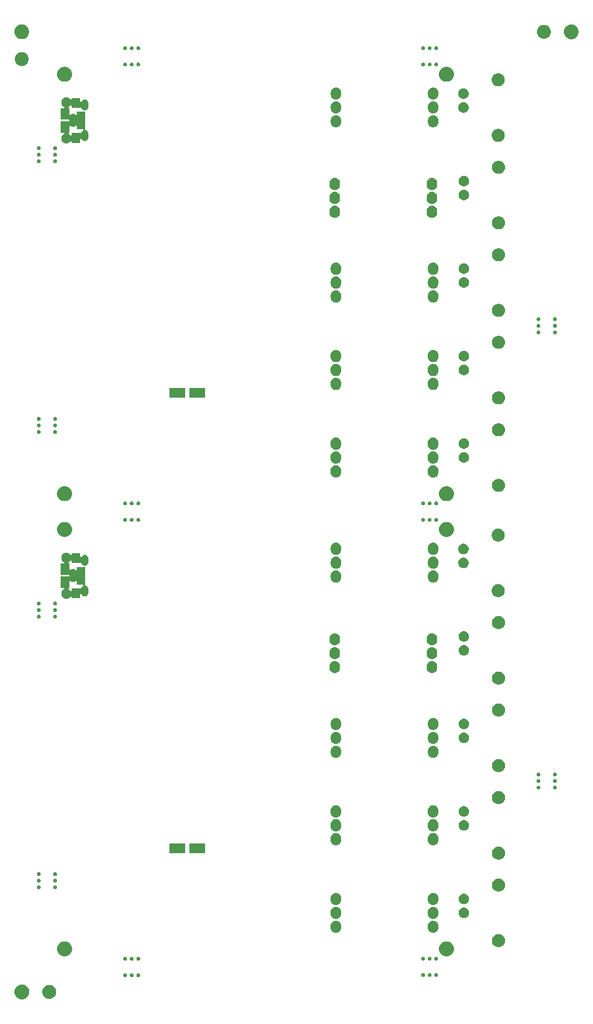
<source format=gbr>
G04 #@! TF.GenerationSoftware,KiCad,Pcbnew,(5.0.0)*
G04 #@! TF.CreationDate,2019-01-02T11:46:48-06:00*
G04 #@! TF.ProjectId,fk-atlas-v0.11-01x02,666B2D61746C61732D76302E31312D30,0.1*
G04 #@! TF.SameCoordinates,Original*
G04 #@! TF.FileFunction,Soldermask,Bot*
G04 #@! TF.FilePolarity,Negative*
%FSLAX46Y46*%
G04 Gerber Fmt 4.6, Leading zero omitted, Abs format (unit mm)*
G04 Created by KiCad (PCBNEW (5.0.0)) date 01/02/19 11:46:48*
%MOMM*%
%LPD*%
G01*
G04 APERTURE LIST*
%ADD10C,0.100000*%
G04 APERTURE END LIST*
D10*
G36*
X178765178Y-273321279D02*
X179010866Y-273423046D01*
X179231978Y-273570789D01*
X179420011Y-273758822D01*
X179567754Y-273979934D01*
X179669521Y-274225622D01*
X179721400Y-274486435D01*
X179721400Y-274752365D01*
X179669521Y-275013178D01*
X179567754Y-275258866D01*
X179420011Y-275479978D01*
X179231978Y-275668011D01*
X179010866Y-275815754D01*
X178765178Y-275917521D01*
X178504365Y-275969400D01*
X178238435Y-275969400D01*
X177977622Y-275917521D01*
X177731934Y-275815754D01*
X177510822Y-275668011D01*
X177322789Y-275479978D01*
X177175046Y-275258866D01*
X177073279Y-275013178D01*
X177021400Y-274752365D01*
X177021400Y-274486435D01*
X177073279Y-274225622D01*
X177175046Y-273979934D01*
X177322789Y-273758822D01*
X177510822Y-273570789D01*
X177731934Y-273423046D01*
X177977622Y-273321279D01*
X178238435Y-273269400D01*
X178504365Y-273269400D01*
X178765178Y-273321279D01*
X178765178Y-273321279D01*
G37*
G36*
X183609165Y-273363803D02*
X183731845Y-273388205D01*
X183962971Y-273483941D01*
X184170981Y-273622929D01*
X184347871Y-273799819D01*
X184347873Y-273799822D01*
X184486859Y-274007829D01*
X184582595Y-274238955D01*
X184582595Y-274238957D01*
X184631400Y-274484314D01*
X184631400Y-274734486D01*
X184606997Y-274857165D01*
X184582595Y-274979845D01*
X184486859Y-275210971D01*
X184347871Y-275418981D01*
X184170981Y-275595871D01*
X184170978Y-275595873D01*
X183962971Y-275734859D01*
X183731845Y-275830595D01*
X183609165Y-275854997D01*
X183486486Y-275879400D01*
X183236314Y-275879400D01*
X183113635Y-275854997D01*
X182990955Y-275830595D01*
X182759829Y-275734859D01*
X182551822Y-275595873D01*
X182551819Y-275595871D01*
X182374929Y-275418981D01*
X182235941Y-275210971D01*
X182140205Y-274979845D01*
X182115803Y-274857165D01*
X182091400Y-274734486D01*
X182091400Y-274484314D01*
X182140205Y-274238957D01*
X182140205Y-274238955D01*
X182235941Y-274007829D01*
X182374927Y-273799822D01*
X182374929Y-273799819D01*
X182551819Y-273622929D01*
X182759829Y-273483941D01*
X182990955Y-273388205D01*
X183113635Y-273363803D01*
X183236314Y-273339400D01*
X183486486Y-273339400D01*
X183609165Y-273363803D01*
X183609165Y-273363803D01*
G37*
G36*
X198502777Y-271202763D02*
X198553491Y-271212850D01*
X198617187Y-271239234D01*
X198674512Y-271277537D01*
X198723263Y-271326288D01*
X198761566Y-271383613D01*
X198787950Y-271447309D01*
X198801400Y-271514928D01*
X198801400Y-271583872D01*
X198787950Y-271651491D01*
X198761566Y-271715187D01*
X198723263Y-271772512D01*
X198674512Y-271821263D01*
X198617187Y-271859566D01*
X198553491Y-271885950D01*
X198502777Y-271896037D01*
X198485873Y-271899400D01*
X198416927Y-271899400D01*
X198400023Y-271896037D01*
X198349309Y-271885950D01*
X198285613Y-271859566D01*
X198228288Y-271821263D01*
X198179537Y-271772512D01*
X198141234Y-271715187D01*
X198114850Y-271651491D01*
X198101400Y-271583872D01*
X198101400Y-271514928D01*
X198114850Y-271447309D01*
X198141234Y-271383613D01*
X198179537Y-271326288D01*
X198228288Y-271277537D01*
X198285613Y-271239234D01*
X198349309Y-271212850D01*
X198400023Y-271202763D01*
X198416927Y-271199400D01*
X198485873Y-271199400D01*
X198502777Y-271202763D01*
X198502777Y-271202763D01*
G37*
G36*
X199702777Y-271202763D02*
X199753491Y-271212850D01*
X199817187Y-271239234D01*
X199874512Y-271277537D01*
X199923263Y-271326288D01*
X199961566Y-271383613D01*
X199987950Y-271447309D01*
X200001400Y-271514928D01*
X200001400Y-271583872D01*
X199987950Y-271651491D01*
X199961566Y-271715187D01*
X199923263Y-271772512D01*
X199874512Y-271821263D01*
X199817187Y-271859566D01*
X199753491Y-271885950D01*
X199702777Y-271896037D01*
X199685873Y-271899400D01*
X199616927Y-271899400D01*
X199600023Y-271896037D01*
X199549309Y-271885950D01*
X199485613Y-271859566D01*
X199428288Y-271821263D01*
X199379537Y-271772512D01*
X199341234Y-271715187D01*
X199314850Y-271651491D01*
X199301400Y-271583872D01*
X199301400Y-271514928D01*
X199314850Y-271447309D01*
X199341234Y-271383613D01*
X199379537Y-271326288D01*
X199428288Y-271277537D01*
X199485613Y-271239234D01*
X199549309Y-271212850D01*
X199600023Y-271202763D01*
X199616927Y-271199400D01*
X199685873Y-271199400D01*
X199702777Y-271202763D01*
X199702777Y-271202763D01*
G37*
G36*
X197302777Y-271202763D02*
X197353491Y-271212850D01*
X197417187Y-271239234D01*
X197474512Y-271277537D01*
X197523263Y-271326288D01*
X197561566Y-271383613D01*
X197587950Y-271447309D01*
X197601400Y-271514928D01*
X197601400Y-271583872D01*
X197587950Y-271651491D01*
X197561566Y-271715187D01*
X197523263Y-271772512D01*
X197474512Y-271821263D01*
X197417187Y-271859566D01*
X197353491Y-271885950D01*
X197302777Y-271896037D01*
X197285873Y-271899400D01*
X197216927Y-271899400D01*
X197200023Y-271896037D01*
X197149309Y-271885950D01*
X197085613Y-271859566D01*
X197028288Y-271821263D01*
X196979537Y-271772512D01*
X196941234Y-271715187D01*
X196914850Y-271651491D01*
X196901400Y-271583872D01*
X196901400Y-271514928D01*
X196914850Y-271447309D01*
X196941234Y-271383613D01*
X196979537Y-271326288D01*
X197028288Y-271277537D01*
X197085613Y-271239234D01*
X197149309Y-271212850D01*
X197200023Y-271202763D01*
X197216927Y-271199400D01*
X197285873Y-271199400D01*
X197302777Y-271202763D01*
X197302777Y-271202763D01*
G37*
G36*
X253002777Y-271172763D02*
X253053491Y-271182850D01*
X253117187Y-271209234D01*
X253174512Y-271247537D01*
X253223263Y-271296288D01*
X253261566Y-271353613D01*
X253287950Y-271417309D01*
X253301400Y-271484928D01*
X253301400Y-271553872D01*
X253287950Y-271621491D01*
X253261566Y-271685187D01*
X253223263Y-271742512D01*
X253174512Y-271791263D01*
X253117187Y-271829566D01*
X253053491Y-271855950D01*
X253002777Y-271866038D01*
X252985873Y-271869400D01*
X252916927Y-271869400D01*
X252900023Y-271866038D01*
X252849309Y-271855950D01*
X252785613Y-271829566D01*
X252728288Y-271791263D01*
X252679537Y-271742512D01*
X252641234Y-271685187D01*
X252614850Y-271621491D01*
X252601400Y-271553872D01*
X252601400Y-271484928D01*
X252614850Y-271417309D01*
X252641234Y-271353613D01*
X252679537Y-271296288D01*
X252728288Y-271247537D01*
X252785613Y-271209234D01*
X252849309Y-271182850D01*
X252900023Y-271172763D01*
X252916927Y-271169400D01*
X252985873Y-271169400D01*
X253002777Y-271172763D01*
X253002777Y-271172763D01*
G37*
G36*
X251802777Y-271172763D02*
X251853491Y-271182850D01*
X251917187Y-271209234D01*
X251974512Y-271247537D01*
X252023263Y-271296288D01*
X252061566Y-271353613D01*
X252087950Y-271417309D01*
X252101400Y-271484928D01*
X252101400Y-271553872D01*
X252087950Y-271621491D01*
X252061566Y-271685187D01*
X252023263Y-271742512D01*
X251974512Y-271791263D01*
X251917187Y-271829566D01*
X251853491Y-271855950D01*
X251802777Y-271866038D01*
X251785873Y-271869400D01*
X251716927Y-271869400D01*
X251700023Y-271866038D01*
X251649309Y-271855950D01*
X251585613Y-271829566D01*
X251528288Y-271791263D01*
X251479537Y-271742512D01*
X251441234Y-271685187D01*
X251414850Y-271621491D01*
X251401400Y-271553872D01*
X251401400Y-271484928D01*
X251414850Y-271417309D01*
X251441234Y-271353613D01*
X251479537Y-271296288D01*
X251528288Y-271247537D01*
X251585613Y-271209234D01*
X251649309Y-271182850D01*
X251700023Y-271172763D01*
X251716927Y-271169400D01*
X251785873Y-271169400D01*
X251802777Y-271172763D01*
X251802777Y-271172763D01*
G37*
G36*
X254202777Y-271172763D02*
X254253491Y-271182850D01*
X254317187Y-271209234D01*
X254374512Y-271247537D01*
X254423263Y-271296288D01*
X254461566Y-271353613D01*
X254487950Y-271417309D01*
X254501400Y-271484928D01*
X254501400Y-271553872D01*
X254487950Y-271621491D01*
X254461566Y-271685187D01*
X254423263Y-271742512D01*
X254374512Y-271791263D01*
X254317187Y-271829566D01*
X254253491Y-271855950D01*
X254202777Y-271866038D01*
X254185873Y-271869400D01*
X254116927Y-271869400D01*
X254100023Y-271866038D01*
X254049309Y-271855950D01*
X253985613Y-271829566D01*
X253928288Y-271791263D01*
X253879537Y-271742512D01*
X253841234Y-271685187D01*
X253814850Y-271621491D01*
X253801400Y-271553872D01*
X253801400Y-271484928D01*
X253814850Y-271417309D01*
X253841234Y-271353613D01*
X253879537Y-271296288D01*
X253928288Y-271247537D01*
X253985613Y-271209234D01*
X254049309Y-271182850D01*
X254100023Y-271172763D01*
X254116927Y-271169400D01*
X254185873Y-271169400D01*
X254202777Y-271172763D01*
X254202777Y-271172763D01*
G37*
G36*
X197302777Y-268202763D02*
X197353491Y-268212850D01*
X197417187Y-268239234D01*
X197474512Y-268277537D01*
X197523263Y-268326288D01*
X197561566Y-268383613D01*
X197587950Y-268447309D01*
X197601400Y-268514928D01*
X197601400Y-268583872D01*
X197587950Y-268651491D01*
X197561566Y-268715187D01*
X197523263Y-268772512D01*
X197474512Y-268821263D01*
X197417187Y-268859566D01*
X197353491Y-268885950D01*
X197302777Y-268896038D01*
X197285873Y-268899400D01*
X197216927Y-268899400D01*
X197200023Y-268896038D01*
X197149309Y-268885950D01*
X197085613Y-268859566D01*
X197028288Y-268821263D01*
X196979537Y-268772512D01*
X196941234Y-268715187D01*
X196914850Y-268651491D01*
X196901400Y-268583872D01*
X196901400Y-268514928D01*
X196914850Y-268447309D01*
X196941234Y-268383613D01*
X196979537Y-268326288D01*
X197028288Y-268277537D01*
X197085613Y-268239234D01*
X197149309Y-268212850D01*
X197200023Y-268202763D01*
X197216927Y-268199400D01*
X197285873Y-268199400D01*
X197302777Y-268202763D01*
X197302777Y-268202763D01*
G37*
G36*
X198502777Y-268202763D02*
X198553491Y-268212850D01*
X198617187Y-268239234D01*
X198674512Y-268277537D01*
X198723263Y-268326288D01*
X198761566Y-268383613D01*
X198787950Y-268447309D01*
X198801400Y-268514928D01*
X198801400Y-268583872D01*
X198787950Y-268651491D01*
X198761566Y-268715187D01*
X198723263Y-268772512D01*
X198674512Y-268821263D01*
X198617187Y-268859566D01*
X198553491Y-268885950D01*
X198502777Y-268896038D01*
X198485873Y-268899400D01*
X198416927Y-268899400D01*
X198400023Y-268896038D01*
X198349309Y-268885950D01*
X198285613Y-268859566D01*
X198228288Y-268821263D01*
X198179537Y-268772512D01*
X198141234Y-268715187D01*
X198114850Y-268651491D01*
X198101400Y-268583872D01*
X198101400Y-268514928D01*
X198114850Y-268447309D01*
X198141234Y-268383613D01*
X198179537Y-268326288D01*
X198228288Y-268277537D01*
X198285613Y-268239234D01*
X198349309Y-268212850D01*
X198400023Y-268202763D01*
X198416927Y-268199400D01*
X198485873Y-268199400D01*
X198502777Y-268202763D01*
X198502777Y-268202763D01*
G37*
G36*
X199702777Y-268202763D02*
X199753491Y-268212850D01*
X199817187Y-268239234D01*
X199874512Y-268277537D01*
X199923263Y-268326288D01*
X199961566Y-268383613D01*
X199987950Y-268447309D01*
X200001400Y-268514928D01*
X200001400Y-268583872D01*
X199987950Y-268651491D01*
X199961566Y-268715187D01*
X199923263Y-268772512D01*
X199874512Y-268821263D01*
X199817187Y-268859566D01*
X199753491Y-268885950D01*
X199702777Y-268896038D01*
X199685873Y-268899400D01*
X199616927Y-268899400D01*
X199600023Y-268896038D01*
X199549309Y-268885950D01*
X199485613Y-268859566D01*
X199428288Y-268821263D01*
X199379537Y-268772512D01*
X199341234Y-268715187D01*
X199314850Y-268651491D01*
X199301400Y-268583872D01*
X199301400Y-268514928D01*
X199314850Y-268447309D01*
X199341234Y-268383613D01*
X199379537Y-268326288D01*
X199428288Y-268277537D01*
X199485613Y-268239234D01*
X199549309Y-268212850D01*
X199600023Y-268202763D01*
X199616927Y-268199400D01*
X199685873Y-268199400D01*
X199702777Y-268202763D01*
X199702777Y-268202763D01*
G37*
G36*
X253002777Y-268172763D02*
X253053491Y-268182850D01*
X253117187Y-268209234D01*
X253174512Y-268247537D01*
X253223263Y-268296288D01*
X253261566Y-268353613D01*
X253287950Y-268417309D01*
X253301400Y-268484928D01*
X253301400Y-268553872D01*
X253287950Y-268621491D01*
X253261566Y-268685187D01*
X253223263Y-268742512D01*
X253174512Y-268791263D01*
X253117187Y-268829566D01*
X253053491Y-268855950D01*
X253002777Y-268866038D01*
X252985873Y-268869400D01*
X252916927Y-268869400D01*
X252900023Y-268866038D01*
X252849309Y-268855950D01*
X252785613Y-268829566D01*
X252728288Y-268791263D01*
X252679537Y-268742512D01*
X252641234Y-268685187D01*
X252614850Y-268621491D01*
X252601400Y-268553872D01*
X252601400Y-268484928D01*
X252614850Y-268417309D01*
X252641234Y-268353613D01*
X252679537Y-268296288D01*
X252728288Y-268247537D01*
X252785613Y-268209234D01*
X252849309Y-268182850D01*
X252900023Y-268172763D01*
X252916927Y-268169400D01*
X252985873Y-268169400D01*
X253002777Y-268172763D01*
X253002777Y-268172763D01*
G37*
G36*
X254202777Y-268172763D02*
X254253491Y-268182850D01*
X254317187Y-268209234D01*
X254374512Y-268247537D01*
X254423263Y-268296288D01*
X254461566Y-268353613D01*
X254487950Y-268417309D01*
X254501400Y-268484928D01*
X254501400Y-268553872D01*
X254487950Y-268621491D01*
X254461566Y-268685187D01*
X254423263Y-268742512D01*
X254374512Y-268791263D01*
X254317187Y-268829566D01*
X254253491Y-268855950D01*
X254202777Y-268866038D01*
X254185873Y-268869400D01*
X254116927Y-268869400D01*
X254100023Y-268866038D01*
X254049309Y-268855950D01*
X253985613Y-268829566D01*
X253928288Y-268791263D01*
X253879537Y-268742512D01*
X253841234Y-268685187D01*
X253814850Y-268621491D01*
X253801400Y-268553872D01*
X253801400Y-268484928D01*
X253814850Y-268417309D01*
X253841234Y-268353613D01*
X253879537Y-268296288D01*
X253928288Y-268247537D01*
X253985613Y-268209234D01*
X254049309Y-268182850D01*
X254100023Y-268172763D01*
X254116927Y-268169400D01*
X254185873Y-268169400D01*
X254202777Y-268172763D01*
X254202777Y-268172763D01*
G37*
G36*
X251802777Y-268172763D02*
X251853491Y-268182850D01*
X251917187Y-268209234D01*
X251974512Y-268247537D01*
X252023263Y-268296288D01*
X252061566Y-268353613D01*
X252087950Y-268417309D01*
X252101400Y-268484928D01*
X252101400Y-268553872D01*
X252087950Y-268621491D01*
X252061566Y-268685187D01*
X252023263Y-268742512D01*
X251974512Y-268791263D01*
X251917187Y-268829566D01*
X251853491Y-268855950D01*
X251802777Y-268866038D01*
X251785873Y-268869400D01*
X251716927Y-268869400D01*
X251700023Y-268866038D01*
X251649309Y-268855950D01*
X251585613Y-268829566D01*
X251528288Y-268791263D01*
X251479537Y-268742512D01*
X251441234Y-268685187D01*
X251414850Y-268621491D01*
X251401400Y-268553872D01*
X251401400Y-268484928D01*
X251414850Y-268417309D01*
X251441234Y-268353613D01*
X251479537Y-268296288D01*
X251528288Y-268247537D01*
X251585613Y-268209234D01*
X251649309Y-268182850D01*
X251700023Y-268172763D01*
X251716927Y-268169400D01*
X251785873Y-268169400D01*
X251802777Y-268172763D01*
X251802777Y-268172763D01*
G37*
G36*
X256436014Y-265432048D02*
X256685337Y-265535321D01*
X256909727Y-265685253D01*
X257100547Y-265876073D01*
X257250479Y-266100463D01*
X257353752Y-266349786D01*
X257406400Y-266614465D01*
X257406400Y-266884335D01*
X257353752Y-267149014D01*
X257250479Y-267398337D01*
X257100547Y-267622727D01*
X256909727Y-267813547D01*
X256685337Y-267963479D01*
X256436014Y-268066752D01*
X256171335Y-268119400D01*
X255901465Y-268119400D01*
X255636786Y-268066752D01*
X255387463Y-267963479D01*
X255163073Y-267813547D01*
X254972253Y-267622727D01*
X254822321Y-267398337D01*
X254719048Y-267149014D01*
X254666400Y-266884335D01*
X254666400Y-266614465D01*
X254719048Y-266349786D01*
X254822321Y-266100463D01*
X254972253Y-265876073D01*
X255163073Y-265685253D01*
X255387463Y-265535321D01*
X255636786Y-265432048D01*
X255901465Y-265379400D01*
X256171335Y-265379400D01*
X256436014Y-265432048D01*
X256436014Y-265432048D01*
G37*
G36*
X186586014Y-265432048D02*
X186835337Y-265535321D01*
X187059727Y-265685253D01*
X187250547Y-265876073D01*
X187400479Y-266100463D01*
X187503752Y-266349786D01*
X187556400Y-266614465D01*
X187556400Y-266884335D01*
X187503752Y-267149014D01*
X187400479Y-267398337D01*
X187250547Y-267622727D01*
X187059727Y-267813547D01*
X186835337Y-267963479D01*
X186586014Y-268066752D01*
X186321335Y-268119400D01*
X186051465Y-268119400D01*
X185786786Y-268066752D01*
X185537463Y-267963479D01*
X185313073Y-267813547D01*
X185122253Y-267622727D01*
X184972321Y-267398337D01*
X184869048Y-267149014D01*
X184816400Y-266884335D01*
X184816400Y-266614465D01*
X184869048Y-266349786D01*
X184972321Y-266100463D01*
X185122253Y-265876073D01*
X185313073Y-265685253D01*
X185537463Y-265535321D01*
X185786786Y-265432048D01*
X186051465Y-265379400D01*
X186321335Y-265379400D01*
X186586014Y-265432048D01*
X186586014Y-265432048D01*
G37*
G36*
X265895426Y-264071515D02*
X266113812Y-264161973D01*
X266310358Y-264293301D01*
X266477499Y-264460442D01*
X266608827Y-264656988D01*
X266699285Y-264875374D01*
X266745400Y-265107209D01*
X266745400Y-265343591D01*
X266699285Y-265575426D01*
X266608827Y-265793812D01*
X266477499Y-265990358D01*
X266310358Y-266157499D01*
X266113812Y-266288827D01*
X265895426Y-266379285D01*
X265663591Y-266425400D01*
X265427209Y-266425400D01*
X265195374Y-266379285D01*
X264976988Y-266288827D01*
X264780442Y-266157499D01*
X264613301Y-265990358D01*
X264481973Y-265793812D01*
X264391515Y-265575426D01*
X264345400Y-265343591D01*
X264345400Y-265107209D01*
X264391515Y-264875374D01*
X264481973Y-264656988D01*
X264613301Y-264460442D01*
X264780442Y-264293301D01*
X264976988Y-264161973D01*
X265195374Y-264071515D01*
X265427209Y-264025400D01*
X265663591Y-264025400D01*
X265895426Y-264071515D01*
X265895426Y-264071515D01*
G37*
G36*
X253775419Y-261591330D02*
X253957057Y-261646430D01*
X254124458Y-261735907D01*
X254271185Y-261856323D01*
X254391599Y-262003048D01*
X254481078Y-262170452D01*
X254536178Y-262352088D01*
X254550120Y-262493650D01*
X254550120Y-262893125D01*
X254536178Y-263034687D01*
X254481078Y-263216325D01*
X254391601Y-263383726D01*
X254271185Y-263530453D01*
X254124460Y-263650867D01*
X253957056Y-263740346D01*
X253775420Y-263795446D01*
X253586520Y-263814050D01*
X253397621Y-263795446D01*
X253215985Y-263740346D01*
X253048581Y-263650867D01*
X252901856Y-263530453D01*
X252781441Y-263383727D01*
X252691962Y-263216324D01*
X252636862Y-263034688D01*
X252622920Y-262893126D01*
X252622920Y-262493651D01*
X252636862Y-262352089D01*
X252691962Y-262170451D01*
X252781439Y-262003050D01*
X252901855Y-261856323D01*
X253048580Y-261735909D01*
X253215984Y-261646430D01*
X253397620Y-261591330D01*
X253586520Y-261572726D01*
X253775419Y-261591330D01*
X253775419Y-261591330D01*
G37*
G36*
X235995419Y-261591330D02*
X236177057Y-261646430D01*
X236344458Y-261735907D01*
X236491185Y-261856323D01*
X236611599Y-262003048D01*
X236701078Y-262170452D01*
X236756178Y-262352088D01*
X236770120Y-262493650D01*
X236770120Y-262893125D01*
X236756178Y-263034687D01*
X236701078Y-263216325D01*
X236611601Y-263383726D01*
X236491185Y-263530453D01*
X236344460Y-263650867D01*
X236177056Y-263740346D01*
X235995420Y-263795446D01*
X235806520Y-263814050D01*
X235617621Y-263795446D01*
X235435985Y-263740346D01*
X235268581Y-263650867D01*
X235121856Y-263530453D01*
X235001441Y-263383727D01*
X234911962Y-263216324D01*
X234856862Y-263034688D01*
X234842920Y-262893126D01*
X234842920Y-262493651D01*
X234856862Y-262352089D01*
X234911962Y-262170451D01*
X235001439Y-262003050D01*
X235121855Y-261856323D01*
X235268580Y-261735909D01*
X235435984Y-261646430D01*
X235617620Y-261591330D01*
X235806520Y-261572726D01*
X235995419Y-261591330D01*
X235995419Y-261591330D01*
G37*
G36*
X235995419Y-259051330D02*
X236177057Y-259106430D01*
X236344458Y-259195907D01*
X236491185Y-259316323D01*
X236611599Y-259463048D01*
X236701078Y-259630452D01*
X236756178Y-259812088D01*
X236770120Y-259953650D01*
X236770120Y-260353125D01*
X236756178Y-260494687D01*
X236701078Y-260676325D01*
X236611601Y-260843726D01*
X236491185Y-260990453D01*
X236344460Y-261110867D01*
X236177056Y-261200346D01*
X235995420Y-261255446D01*
X235806520Y-261274050D01*
X235617621Y-261255446D01*
X235435985Y-261200346D01*
X235268581Y-261110867D01*
X235121856Y-260990453D01*
X235001441Y-260843727D01*
X234956506Y-260759659D01*
X234911963Y-260676326D01*
X234911962Y-260676324D01*
X234856862Y-260494688D01*
X234842920Y-260353126D01*
X234842920Y-259953651D01*
X234856862Y-259812089D01*
X234911962Y-259630451D01*
X235001439Y-259463050D01*
X235121855Y-259316323D01*
X235268580Y-259195909D01*
X235435984Y-259106430D01*
X235617620Y-259051330D01*
X235806520Y-259032726D01*
X235995419Y-259051330D01*
X235995419Y-259051330D01*
G37*
G36*
X253775419Y-259051330D02*
X253957057Y-259106430D01*
X254124458Y-259195907D01*
X254271185Y-259316323D01*
X254391599Y-259463048D01*
X254481078Y-259630452D01*
X254536178Y-259812088D01*
X254550120Y-259953650D01*
X254550120Y-260353125D01*
X254536178Y-260494687D01*
X254481078Y-260676325D01*
X254391601Y-260843726D01*
X254271185Y-260990453D01*
X254124460Y-261110867D01*
X253957056Y-261200346D01*
X253775420Y-261255446D01*
X253586520Y-261274050D01*
X253397621Y-261255446D01*
X253215985Y-261200346D01*
X253048581Y-261110867D01*
X252901856Y-260990453D01*
X252781441Y-260843727D01*
X252736506Y-260759659D01*
X252691963Y-260676326D01*
X252691962Y-260676324D01*
X252636862Y-260494688D01*
X252622920Y-260353126D01*
X252622920Y-259953651D01*
X252636862Y-259812089D01*
X252691962Y-259630451D01*
X252781439Y-259463050D01*
X252901855Y-259316323D01*
X253048580Y-259195909D01*
X253215984Y-259106430D01*
X253397620Y-259051330D01*
X253586520Y-259032726D01*
X253775419Y-259051330D01*
X253775419Y-259051330D01*
G37*
G36*
X259476472Y-259218831D02*
X259651835Y-259291468D01*
X259809662Y-259396925D01*
X259943875Y-259531138D01*
X260049332Y-259688965D01*
X260121969Y-259864328D01*
X260159000Y-260050494D01*
X260159000Y-260240306D01*
X260121969Y-260426472D01*
X260049332Y-260601835D01*
X259943875Y-260759662D01*
X259809662Y-260893875D01*
X259651835Y-260999332D01*
X259476472Y-261071969D01*
X259290306Y-261109000D01*
X259100494Y-261109000D01*
X258914328Y-261071969D01*
X258738965Y-260999332D01*
X258581138Y-260893875D01*
X258446925Y-260759662D01*
X258341468Y-260601835D01*
X258268831Y-260426472D01*
X258231800Y-260240306D01*
X258231800Y-260050494D01*
X258268831Y-259864328D01*
X258341468Y-259688965D01*
X258446925Y-259531138D01*
X258581138Y-259396925D01*
X258738965Y-259291468D01*
X258914328Y-259218831D01*
X259100494Y-259181800D01*
X259290306Y-259181800D01*
X259476472Y-259218831D01*
X259476472Y-259218831D01*
G37*
G36*
X253775419Y-256511330D02*
X253957057Y-256566430D01*
X254124458Y-256655907D01*
X254271185Y-256776323D01*
X254391599Y-256923048D01*
X254481078Y-257090452D01*
X254536178Y-257272088D01*
X254550120Y-257413650D01*
X254550120Y-257813125D01*
X254536178Y-257954687D01*
X254481078Y-258136325D01*
X254391601Y-258303726D01*
X254271185Y-258450453D01*
X254124460Y-258570867D01*
X253957056Y-258660346D01*
X253775420Y-258715446D01*
X253586520Y-258734050D01*
X253397621Y-258715446D01*
X253215985Y-258660346D01*
X253048581Y-258570867D01*
X252901856Y-258450453D01*
X252781441Y-258303727D01*
X252736506Y-258219659D01*
X252691963Y-258136326D01*
X252691962Y-258136324D01*
X252636862Y-257954688D01*
X252622920Y-257813126D01*
X252622920Y-257413651D01*
X252636862Y-257272089D01*
X252691962Y-257090451D01*
X252781439Y-256923050D01*
X252901855Y-256776323D01*
X253048580Y-256655909D01*
X253215984Y-256566430D01*
X253397620Y-256511330D01*
X253586520Y-256492726D01*
X253775419Y-256511330D01*
X253775419Y-256511330D01*
G37*
G36*
X235995419Y-256511330D02*
X236177057Y-256566430D01*
X236344458Y-256655907D01*
X236491185Y-256776323D01*
X236611599Y-256923048D01*
X236701078Y-257090452D01*
X236756178Y-257272088D01*
X236770120Y-257413650D01*
X236770120Y-257813125D01*
X236756178Y-257954687D01*
X236701078Y-258136325D01*
X236611601Y-258303726D01*
X236491185Y-258450453D01*
X236344460Y-258570867D01*
X236177056Y-258660346D01*
X235995420Y-258715446D01*
X235806520Y-258734050D01*
X235617621Y-258715446D01*
X235435985Y-258660346D01*
X235268581Y-258570867D01*
X235121856Y-258450453D01*
X235001441Y-258303727D01*
X234956506Y-258219659D01*
X234911963Y-258136326D01*
X234911962Y-258136324D01*
X234856862Y-257954688D01*
X234842920Y-257813126D01*
X234842920Y-257413651D01*
X234856862Y-257272089D01*
X234911962Y-257090451D01*
X235001439Y-256923050D01*
X235121855Y-256776323D01*
X235268580Y-256655909D01*
X235435984Y-256566430D01*
X235617620Y-256511330D01*
X235806520Y-256492726D01*
X235995419Y-256511330D01*
X235995419Y-256511330D01*
G37*
G36*
X259476472Y-256678831D02*
X259651835Y-256751468D01*
X259809662Y-256856925D01*
X259943875Y-256991138D01*
X260049332Y-257148965D01*
X260121969Y-257324328D01*
X260159000Y-257510494D01*
X260159000Y-257700306D01*
X260121969Y-257886472D01*
X260049332Y-258061835D01*
X259943875Y-258219662D01*
X259809662Y-258353875D01*
X259651835Y-258459332D01*
X259476472Y-258531969D01*
X259290306Y-258569000D01*
X259100494Y-258569000D01*
X258914328Y-258531969D01*
X258738965Y-258459332D01*
X258581138Y-258353875D01*
X258446925Y-258219662D01*
X258341468Y-258061835D01*
X258268831Y-257886472D01*
X258231800Y-257700306D01*
X258231800Y-257510494D01*
X258268831Y-257324328D01*
X258341468Y-257148965D01*
X258446925Y-256991138D01*
X258581138Y-256856925D01*
X258738965Y-256751468D01*
X258914328Y-256678831D01*
X259100494Y-256641800D01*
X259290306Y-256641800D01*
X259476472Y-256678831D01*
X259476472Y-256678831D01*
G37*
G36*
X265895426Y-253911515D02*
X266113812Y-254001973D01*
X266310358Y-254133301D01*
X266477499Y-254300442D01*
X266608827Y-254496988D01*
X266699285Y-254715374D01*
X266745400Y-254947209D01*
X266745400Y-255183591D01*
X266699285Y-255415426D01*
X266608827Y-255633812D01*
X266477499Y-255830358D01*
X266310358Y-255997499D01*
X266113812Y-256128827D01*
X265895426Y-256219285D01*
X265663591Y-256265400D01*
X265427209Y-256265400D01*
X265195374Y-256219285D01*
X264976988Y-256128827D01*
X264780442Y-255997499D01*
X264613301Y-255830358D01*
X264481973Y-255633812D01*
X264391515Y-255415426D01*
X264345400Y-255183591D01*
X264345400Y-254947209D01*
X264391515Y-254715374D01*
X264481973Y-254496988D01*
X264613301Y-254300442D01*
X264780442Y-254133301D01*
X264976988Y-254001973D01*
X265195374Y-253911515D01*
X265427209Y-253865400D01*
X265663591Y-253865400D01*
X265895426Y-253911515D01*
X265895426Y-253911515D01*
G37*
G36*
X181502777Y-255112762D02*
X181553491Y-255122850D01*
X181617187Y-255149234D01*
X181674512Y-255187537D01*
X181723263Y-255236288D01*
X181761566Y-255293613D01*
X181787950Y-255357309D01*
X181801400Y-255424928D01*
X181801400Y-255493872D01*
X181787950Y-255561491D01*
X181761566Y-255625187D01*
X181723263Y-255682512D01*
X181674512Y-255731263D01*
X181617187Y-255769566D01*
X181553491Y-255795950D01*
X181502777Y-255806037D01*
X181485873Y-255809400D01*
X181416927Y-255809400D01*
X181400023Y-255806037D01*
X181349309Y-255795950D01*
X181285613Y-255769566D01*
X181228288Y-255731263D01*
X181179537Y-255682512D01*
X181141234Y-255625187D01*
X181114850Y-255561491D01*
X181101400Y-255493872D01*
X181101400Y-255424928D01*
X181114850Y-255357309D01*
X181141234Y-255293613D01*
X181179537Y-255236288D01*
X181228288Y-255187537D01*
X181285613Y-255149234D01*
X181349309Y-255122850D01*
X181400023Y-255112762D01*
X181416927Y-255109400D01*
X181485873Y-255109400D01*
X181502777Y-255112762D01*
X181502777Y-255112762D01*
G37*
G36*
X184502777Y-255112762D02*
X184553491Y-255122850D01*
X184617187Y-255149234D01*
X184674512Y-255187537D01*
X184723263Y-255236288D01*
X184761566Y-255293613D01*
X184787950Y-255357309D01*
X184801400Y-255424928D01*
X184801400Y-255493872D01*
X184787950Y-255561491D01*
X184761566Y-255625187D01*
X184723263Y-255682512D01*
X184674512Y-255731263D01*
X184617187Y-255769566D01*
X184553491Y-255795950D01*
X184502777Y-255806037D01*
X184485873Y-255809400D01*
X184416927Y-255809400D01*
X184400023Y-255806037D01*
X184349309Y-255795950D01*
X184285613Y-255769566D01*
X184228288Y-255731263D01*
X184179537Y-255682512D01*
X184141234Y-255625187D01*
X184114850Y-255561491D01*
X184101400Y-255493872D01*
X184101400Y-255424928D01*
X184114850Y-255357309D01*
X184141234Y-255293613D01*
X184179537Y-255236288D01*
X184228288Y-255187537D01*
X184285613Y-255149234D01*
X184349309Y-255122850D01*
X184400023Y-255112762D01*
X184416927Y-255109400D01*
X184485873Y-255109400D01*
X184502777Y-255112762D01*
X184502777Y-255112762D01*
G37*
G36*
X184496505Y-253911515D02*
X184553491Y-253922850D01*
X184617187Y-253949234D01*
X184674512Y-253987537D01*
X184723263Y-254036288D01*
X184761566Y-254093613D01*
X184787950Y-254157309D01*
X184801400Y-254224928D01*
X184801400Y-254293872D01*
X184787950Y-254361491D01*
X184761566Y-254425187D01*
X184723263Y-254482512D01*
X184674512Y-254531263D01*
X184617187Y-254569566D01*
X184553491Y-254595950D01*
X184502777Y-254606038D01*
X184485873Y-254609400D01*
X184416927Y-254609400D01*
X184400023Y-254606038D01*
X184349309Y-254595950D01*
X184285613Y-254569566D01*
X184228288Y-254531263D01*
X184179537Y-254482512D01*
X184141234Y-254425187D01*
X184114850Y-254361491D01*
X184101400Y-254293872D01*
X184101400Y-254224928D01*
X184114850Y-254157309D01*
X184141234Y-254093613D01*
X184179537Y-254036288D01*
X184228288Y-253987537D01*
X184285613Y-253949234D01*
X184349309Y-253922850D01*
X184406295Y-253911515D01*
X184416927Y-253909400D01*
X184485873Y-253909400D01*
X184496505Y-253911515D01*
X184496505Y-253911515D01*
G37*
G36*
X181496505Y-253911515D02*
X181553491Y-253922850D01*
X181617187Y-253949234D01*
X181674512Y-253987537D01*
X181723263Y-254036288D01*
X181761566Y-254093613D01*
X181787950Y-254157309D01*
X181801400Y-254224928D01*
X181801400Y-254293872D01*
X181787950Y-254361491D01*
X181761566Y-254425187D01*
X181723263Y-254482512D01*
X181674512Y-254531263D01*
X181617187Y-254569566D01*
X181553491Y-254595950D01*
X181502777Y-254606038D01*
X181485873Y-254609400D01*
X181416927Y-254609400D01*
X181400023Y-254606038D01*
X181349309Y-254595950D01*
X181285613Y-254569566D01*
X181228288Y-254531263D01*
X181179537Y-254482512D01*
X181141234Y-254425187D01*
X181114850Y-254361491D01*
X181101400Y-254293872D01*
X181101400Y-254224928D01*
X181114850Y-254157309D01*
X181141234Y-254093613D01*
X181179537Y-254036288D01*
X181228288Y-253987537D01*
X181285613Y-253949234D01*
X181349309Y-253922850D01*
X181406295Y-253911515D01*
X181416927Y-253909400D01*
X181485873Y-253909400D01*
X181496505Y-253911515D01*
X181496505Y-253911515D01*
G37*
G36*
X181502777Y-252712763D02*
X181553491Y-252722850D01*
X181617187Y-252749234D01*
X181674512Y-252787537D01*
X181723263Y-252836288D01*
X181761566Y-252893613D01*
X181787950Y-252957309D01*
X181801400Y-253024928D01*
X181801400Y-253093872D01*
X181787950Y-253161491D01*
X181761566Y-253225187D01*
X181723263Y-253282512D01*
X181674512Y-253331263D01*
X181617187Y-253369566D01*
X181553491Y-253395950D01*
X181502777Y-253406038D01*
X181485873Y-253409400D01*
X181416927Y-253409400D01*
X181400023Y-253406038D01*
X181349309Y-253395950D01*
X181285613Y-253369566D01*
X181228288Y-253331263D01*
X181179537Y-253282512D01*
X181141234Y-253225187D01*
X181114850Y-253161491D01*
X181101400Y-253093872D01*
X181101400Y-253024928D01*
X181114850Y-252957309D01*
X181141234Y-252893613D01*
X181179537Y-252836288D01*
X181228288Y-252787537D01*
X181285613Y-252749234D01*
X181349309Y-252722850D01*
X181400023Y-252712763D01*
X181416927Y-252709400D01*
X181485873Y-252709400D01*
X181502777Y-252712763D01*
X181502777Y-252712763D01*
G37*
G36*
X184502777Y-252712763D02*
X184553491Y-252722850D01*
X184617187Y-252749234D01*
X184674512Y-252787537D01*
X184723263Y-252836288D01*
X184761566Y-252893613D01*
X184787950Y-252957309D01*
X184801400Y-253024928D01*
X184801400Y-253093872D01*
X184787950Y-253161491D01*
X184761566Y-253225187D01*
X184723263Y-253282512D01*
X184674512Y-253331263D01*
X184617187Y-253369566D01*
X184553491Y-253395950D01*
X184502777Y-253406038D01*
X184485873Y-253409400D01*
X184416927Y-253409400D01*
X184400023Y-253406038D01*
X184349309Y-253395950D01*
X184285613Y-253369566D01*
X184228288Y-253331263D01*
X184179537Y-253282512D01*
X184141234Y-253225187D01*
X184114850Y-253161491D01*
X184101400Y-253093872D01*
X184101400Y-253024928D01*
X184114850Y-252957309D01*
X184141234Y-252893613D01*
X184179537Y-252836288D01*
X184228288Y-252787537D01*
X184285613Y-252749234D01*
X184349309Y-252722850D01*
X184400023Y-252712763D01*
X184416927Y-252709400D01*
X184485873Y-252709400D01*
X184502777Y-252712763D01*
X184502777Y-252712763D01*
G37*
G36*
X265895426Y-248069515D02*
X266113812Y-248159973D01*
X266310358Y-248291301D01*
X266477499Y-248458442D01*
X266608827Y-248654988D01*
X266699285Y-248873374D01*
X266745400Y-249105209D01*
X266745400Y-249341591D01*
X266699285Y-249573426D01*
X266608827Y-249791812D01*
X266477499Y-249988358D01*
X266310358Y-250155499D01*
X266113812Y-250286827D01*
X265895426Y-250377285D01*
X265663591Y-250423400D01*
X265427209Y-250423400D01*
X265195374Y-250377285D01*
X264976988Y-250286827D01*
X264780442Y-250155499D01*
X264613301Y-249988358D01*
X264481973Y-249791812D01*
X264391515Y-249573426D01*
X264345400Y-249341591D01*
X264345400Y-249105209D01*
X264391515Y-248873374D01*
X264481973Y-248654988D01*
X264613301Y-248458442D01*
X264780442Y-248291301D01*
X264976988Y-248159973D01*
X265195374Y-248069515D01*
X265427209Y-248023400D01*
X265663591Y-248023400D01*
X265895426Y-248069515D01*
X265895426Y-248069515D01*
G37*
G36*
X211889600Y-249234500D02*
X208997200Y-249234500D01*
X208997200Y-247434300D01*
X211889600Y-247434300D01*
X211889600Y-249234500D01*
X211889600Y-249234500D01*
G37*
G36*
X208206600Y-249234500D02*
X205314200Y-249234500D01*
X205314200Y-247434300D01*
X208206600Y-247434300D01*
X208206600Y-249234500D01*
X208206600Y-249234500D01*
G37*
G36*
X253775419Y-245573830D02*
X253957057Y-245628930D01*
X254124458Y-245718407D01*
X254271185Y-245838823D01*
X254391599Y-245985548D01*
X254481078Y-246152952D01*
X254536178Y-246334588D01*
X254550120Y-246476150D01*
X254550120Y-246875625D01*
X254536178Y-247017187D01*
X254481078Y-247198825D01*
X254391601Y-247366226D01*
X254271185Y-247512953D01*
X254124460Y-247633367D01*
X253957056Y-247722846D01*
X253775420Y-247777946D01*
X253586520Y-247796550D01*
X253397621Y-247777946D01*
X253215985Y-247722846D01*
X253048581Y-247633367D01*
X252901856Y-247512953D01*
X252781441Y-247366227D01*
X252691962Y-247198824D01*
X252636862Y-247017188D01*
X252622920Y-246875626D01*
X252622920Y-246476151D01*
X252636862Y-246334589D01*
X252691962Y-246152951D01*
X252781439Y-245985550D01*
X252901855Y-245838823D01*
X253048580Y-245718409D01*
X253215984Y-245628930D01*
X253397620Y-245573830D01*
X253586520Y-245555226D01*
X253775419Y-245573830D01*
X253775419Y-245573830D01*
G37*
G36*
X235995419Y-245573830D02*
X236177057Y-245628930D01*
X236344458Y-245718407D01*
X236491185Y-245838823D01*
X236611599Y-245985548D01*
X236701078Y-246152952D01*
X236756178Y-246334588D01*
X236770120Y-246476150D01*
X236770120Y-246875625D01*
X236756178Y-247017187D01*
X236701078Y-247198825D01*
X236611601Y-247366226D01*
X236491185Y-247512953D01*
X236344460Y-247633367D01*
X236177056Y-247722846D01*
X235995420Y-247777946D01*
X235806520Y-247796550D01*
X235617621Y-247777946D01*
X235435985Y-247722846D01*
X235268581Y-247633367D01*
X235121856Y-247512953D01*
X235001441Y-247366227D01*
X234911962Y-247198824D01*
X234856862Y-247017188D01*
X234842920Y-246875626D01*
X234842920Y-246476151D01*
X234856862Y-246334589D01*
X234911962Y-246152951D01*
X235001439Y-245985550D01*
X235121855Y-245838823D01*
X235268580Y-245718409D01*
X235435984Y-245628930D01*
X235617620Y-245573830D01*
X235806520Y-245555226D01*
X235995419Y-245573830D01*
X235995419Y-245573830D01*
G37*
G36*
X253775419Y-243033830D02*
X253957057Y-243088930D01*
X254124458Y-243178407D01*
X254271185Y-243298823D01*
X254391599Y-243445548D01*
X254481078Y-243612952D01*
X254536178Y-243794588D01*
X254550120Y-243936150D01*
X254550120Y-244335625D01*
X254536178Y-244477187D01*
X254481078Y-244658825D01*
X254391601Y-244826226D01*
X254271185Y-244972953D01*
X254124460Y-245093367D01*
X253957056Y-245182846D01*
X253775420Y-245237946D01*
X253586520Y-245256550D01*
X253397621Y-245237946D01*
X253215985Y-245182846D01*
X253048581Y-245093367D01*
X252901856Y-244972953D01*
X252781441Y-244826227D01*
X252744791Y-244757659D01*
X252691963Y-244658826D01*
X252674068Y-244599836D01*
X252636862Y-244477188D01*
X252622920Y-244335626D01*
X252622920Y-243936151D01*
X252636862Y-243794589D01*
X252691962Y-243612951D01*
X252781439Y-243445550D01*
X252901855Y-243298823D01*
X253048580Y-243178409D01*
X253215984Y-243088930D01*
X253397620Y-243033830D01*
X253586520Y-243015226D01*
X253775419Y-243033830D01*
X253775419Y-243033830D01*
G37*
G36*
X235995419Y-243033830D02*
X236177057Y-243088930D01*
X236344458Y-243178407D01*
X236491185Y-243298823D01*
X236611599Y-243445548D01*
X236701078Y-243612952D01*
X236756178Y-243794588D01*
X236770120Y-243936150D01*
X236770120Y-244335625D01*
X236756178Y-244477187D01*
X236701078Y-244658825D01*
X236611601Y-244826226D01*
X236491185Y-244972953D01*
X236344460Y-245093367D01*
X236177056Y-245182846D01*
X235995420Y-245237946D01*
X235806520Y-245256550D01*
X235617621Y-245237946D01*
X235435985Y-245182846D01*
X235268581Y-245093367D01*
X235121856Y-244972953D01*
X235001441Y-244826227D01*
X234964791Y-244757659D01*
X234911963Y-244658826D01*
X234894068Y-244599836D01*
X234856862Y-244477188D01*
X234842920Y-244335626D01*
X234842920Y-243936151D01*
X234856862Y-243794589D01*
X234911962Y-243612951D01*
X235001439Y-243445550D01*
X235121855Y-243298823D01*
X235268580Y-243178409D01*
X235435984Y-243088930D01*
X235617620Y-243033830D01*
X235806520Y-243015226D01*
X235995419Y-243033830D01*
X235995419Y-243033830D01*
G37*
G36*
X259476472Y-243216831D02*
X259651835Y-243289468D01*
X259809662Y-243394925D01*
X259943875Y-243529138D01*
X260049332Y-243686965D01*
X260121969Y-243862328D01*
X260159000Y-244048494D01*
X260159000Y-244238306D01*
X260121969Y-244424472D01*
X260049332Y-244599835D01*
X259943875Y-244757662D01*
X259809662Y-244891875D01*
X259651835Y-244997332D01*
X259476472Y-245069969D01*
X259290306Y-245107000D01*
X259100494Y-245107000D01*
X258914328Y-245069969D01*
X258738965Y-244997332D01*
X258581138Y-244891875D01*
X258446925Y-244757662D01*
X258341468Y-244599835D01*
X258268831Y-244424472D01*
X258231800Y-244238306D01*
X258231800Y-244048494D01*
X258268831Y-243862328D01*
X258341468Y-243686965D01*
X258446925Y-243529138D01*
X258581138Y-243394925D01*
X258738965Y-243289468D01*
X258914328Y-243216831D01*
X259100494Y-243179800D01*
X259290306Y-243179800D01*
X259476472Y-243216831D01*
X259476472Y-243216831D01*
G37*
G36*
X253775419Y-240493830D02*
X253957057Y-240548930D01*
X254124458Y-240638407D01*
X254271185Y-240758823D01*
X254391599Y-240905548D01*
X254481078Y-241072952D01*
X254536178Y-241254588D01*
X254550120Y-241396150D01*
X254550120Y-241795625D01*
X254536178Y-241937187D01*
X254481078Y-242118825D01*
X254391601Y-242286226D01*
X254271185Y-242432953D01*
X254124460Y-242553367D01*
X253957056Y-242642846D01*
X253775420Y-242697946D01*
X253586520Y-242716550D01*
X253397621Y-242697946D01*
X253215985Y-242642846D01*
X253048581Y-242553367D01*
X252901856Y-242432953D01*
X252781441Y-242286227D01*
X252744791Y-242217659D01*
X252691963Y-242118826D01*
X252674068Y-242059836D01*
X252636862Y-241937188D01*
X252622920Y-241795626D01*
X252622920Y-241396151D01*
X252636862Y-241254589D01*
X252691962Y-241072951D01*
X252781439Y-240905550D01*
X252901855Y-240758823D01*
X253048580Y-240638409D01*
X253215984Y-240548930D01*
X253397620Y-240493830D01*
X253586520Y-240475226D01*
X253775419Y-240493830D01*
X253775419Y-240493830D01*
G37*
G36*
X235995419Y-240493830D02*
X236177057Y-240548930D01*
X236344458Y-240638407D01*
X236491185Y-240758823D01*
X236611599Y-240905548D01*
X236701078Y-241072952D01*
X236756178Y-241254588D01*
X236770120Y-241396150D01*
X236770120Y-241795625D01*
X236756178Y-241937187D01*
X236701078Y-242118825D01*
X236611601Y-242286226D01*
X236491185Y-242432953D01*
X236344460Y-242553367D01*
X236177056Y-242642846D01*
X235995420Y-242697946D01*
X235806520Y-242716550D01*
X235617621Y-242697946D01*
X235435985Y-242642846D01*
X235268581Y-242553367D01*
X235121856Y-242432953D01*
X235001441Y-242286227D01*
X234964791Y-242217659D01*
X234911963Y-242118826D01*
X234894068Y-242059836D01*
X234856862Y-241937188D01*
X234842920Y-241795626D01*
X234842920Y-241396151D01*
X234856862Y-241254589D01*
X234911962Y-241072951D01*
X235001439Y-240905550D01*
X235121855Y-240758823D01*
X235268580Y-240638409D01*
X235435984Y-240548930D01*
X235617620Y-240493830D01*
X235806520Y-240475226D01*
X235995419Y-240493830D01*
X235995419Y-240493830D01*
G37*
G36*
X259476472Y-240676831D02*
X259651835Y-240749468D01*
X259809662Y-240854925D01*
X259943875Y-240989138D01*
X260049332Y-241146965D01*
X260121969Y-241322328D01*
X260159000Y-241508494D01*
X260159000Y-241698306D01*
X260121969Y-241884472D01*
X260049332Y-242059835D01*
X259943875Y-242217662D01*
X259809662Y-242351875D01*
X259651835Y-242457332D01*
X259476472Y-242529969D01*
X259290306Y-242567000D01*
X259100494Y-242567000D01*
X258914328Y-242529969D01*
X258738965Y-242457332D01*
X258581138Y-242351875D01*
X258446925Y-242217662D01*
X258341468Y-242059835D01*
X258268831Y-241884472D01*
X258231800Y-241698306D01*
X258231800Y-241508494D01*
X258268831Y-241322328D01*
X258341468Y-241146965D01*
X258446925Y-240989138D01*
X258581138Y-240854925D01*
X258738965Y-240749468D01*
X258914328Y-240676831D01*
X259100494Y-240639800D01*
X259290306Y-240639800D01*
X259476472Y-240676831D01*
X259476472Y-240676831D01*
G37*
G36*
X265895426Y-237909515D02*
X266113812Y-237999973D01*
X266310358Y-238131301D01*
X266477499Y-238298442D01*
X266608827Y-238494988D01*
X266699285Y-238713374D01*
X266745400Y-238945209D01*
X266745400Y-239181591D01*
X266699285Y-239413426D01*
X266608827Y-239631812D01*
X266477499Y-239828358D01*
X266310358Y-239995499D01*
X266113812Y-240126827D01*
X265895426Y-240217285D01*
X265663591Y-240263400D01*
X265427209Y-240263400D01*
X265195374Y-240217285D01*
X264976988Y-240126827D01*
X264780442Y-239995499D01*
X264613301Y-239828358D01*
X264481973Y-239631812D01*
X264391515Y-239413426D01*
X264345400Y-239181591D01*
X264345400Y-238945209D01*
X264391515Y-238713374D01*
X264481973Y-238494988D01*
X264613301Y-238298442D01*
X264780442Y-238131301D01*
X264976988Y-237999973D01*
X265195374Y-237909515D01*
X265427209Y-237863400D01*
X265663591Y-237863400D01*
X265895426Y-237909515D01*
X265895426Y-237909515D01*
G37*
G36*
X272902777Y-236887763D02*
X272953491Y-236897850D01*
X273017187Y-236924234D01*
X273074512Y-236962537D01*
X273123263Y-237011288D01*
X273161566Y-237068613D01*
X273187950Y-237132309D01*
X273201400Y-237199928D01*
X273201400Y-237268872D01*
X273187950Y-237336491D01*
X273161566Y-237400187D01*
X273123263Y-237457512D01*
X273074512Y-237506263D01*
X273017187Y-237544566D01*
X272953491Y-237570950D01*
X272902777Y-237581038D01*
X272885873Y-237584400D01*
X272816927Y-237584400D01*
X272800023Y-237581038D01*
X272749309Y-237570950D01*
X272685613Y-237544566D01*
X272628288Y-237506263D01*
X272579537Y-237457512D01*
X272541234Y-237400187D01*
X272514850Y-237336491D01*
X272501400Y-237268872D01*
X272501400Y-237199928D01*
X272514850Y-237132309D01*
X272541234Y-237068613D01*
X272579537Y-237011288D01*
X272628288Y-236962537D01*
X272685613Y-236924234D01*
X272749309Y-236897850D01*
X272800023Y-236887763D01*
X272816927Y-236884400D01*
X272885873Y-236884400D01*
X272902777Y-236887763D01*
X272902777Y-236887763D01*
G37*
G36*
X275902777Y-236887763D02*
X275953491Y-236897850D01*
X276017187Y-236924234D01*
X276074512Y-236962537D01*
X276123263Y-237011288D01*
X276161566Y-237068613D01*
X276187950Y-237132309D01*
X276201400Y-237199928D01*
X276201400Y-237268872D01*
X276187950Y-237336491D01*
X276161566Y-237400187D01*
X276123263Y-237457512D01*
X276074512Y-237506263D01*
X276017187Y-237544566D01*
X275953491Y-237570950D01*
X275902777Y-237581038D01*
X275885873Y-237584400D01*
X275816927Y-237584400D01*
X275800023Y-237581038D01*
X275749309Y-237570950D01*
X275685613Y-237544566D01*
X275628288Y-237506263D01*
X275579537Y-237457512D01*
X275541234Y-237400187D01*
X275514850Y-237336491D01*
X275501400Y-237268872D01*
X275501400Y-237199928D01*
X275514850Y-237132309D01*
X275541234Y-237068613D01*
X275579537Y-237011288D01*
X275628288Y-236962537D01*
X275685613Y-236924234D01*
X275749309Y-236897850D01*
X275800023Y-236887763D01*
X275816927Y-236884400D01*
X275885873Y-236884400D01*
X275902777Y-236887763D01*
X275902777Y-236887763D01*
G37*
G36*
X275902777Y-235687763D02*
X275953491Y-235697850D01*
X276017187Y-235724234D01*
X276074512Y-235762537D01*
X276123263Y-235811288D01*
X276161566Y-235868613D01*
X276187950Y-235932309D01*
X276201400Y-235999928D01*
X276201400Y-236068872D01*
X276187950Y-236136491D01*
X276161566Y-236200187D01*
X276123263Y-236257512D01*
X276074512Y-236306263D01*
X276017187Y-236344566D01*
X275953491Y-236370950D01*
X275902777Y-236381038D01*
X275885873Y-236384400D01*
X275816927Y-236384400D01*
X275800023Y-236381038D01*
X275749309Y-236370950D01*
X275685613Y-236344566D01*
X275628288Y-236306263D01*
X275579537Y-236257512D01*
X275541234Y-236200187D01*
X275514850Y-236136491D01*
X275501400Y-236068872D01*
X275501400Y-235999928D01*
X275514850Y-235932309D01*
X275541234Y-235868613D01*
X275579537Y-235811288D01*
X275628288Y-235762537D01*
X275685613Y-235724234D01*
X275749309Y-235697850D01*
X275800023Y-235687763D01*
X275816927Y-235684400D01*
X275885873Y-235684400D01*
X275902777Y-235687763D01*
X275902777Y-235687763D01*
G37*
G36*
X272902777Y-235687763D02*
X272953491Y-235697850D01*
X273017187Y-235724234D01*
X273074512Y-235762537D01*
X273123263Y-235811288D01*
X273161566Y-235868613D01*
X273187950Y-235932309D01*
X273201400Y-235999928D01*
X273201400Y-236068872D01*
X273187950Y-236136491D01*
X273161566Y-236200187D01*
X273123263Y-236257512D01*
X273074512Y-236306263D01*
X273017187Y-236344566D01*
X272953491Y-236370950D01*
X272902777Y-236381038D01*
X272885873Y-236384400D01*
X272816927Y-236384400D01*
X272800023Y-236381038D01*
X272749309Y-236370950D01*
X272685613Y-236344566D01*
X272628288Y-236306263D01*
X272579537Y-236257512D01*
X272541234Y-236200187D01*
X272514850Y-236136491D01*
X272501400Y-236068872D01*
X272501400Y-235999928D01*
X272514850Y-235932309D01*
X272541234Y-235868613D01*
X272579537Y-235811288D01*
X272628288Y-235762537D01*
X272685613Y-235724234D01*
X272749309Y-235697850D01*
X272800023Y-235687763D01*
X272816927Y-235684400D01*
X272885873Y-235684400D01*
X272902777Y-235687763D01*
X272902777Y-235687763D01*
G37*
G36*
X272902777Y-234487763D02*
X272953491Y-234497850D01*
X273017187Y-234524234D01*
X273074512Y-234562537D01*
X273123263Y-234611288D01*
X273161566Y-234668613D01*
X273187950Y-234732309D01*
X273201400Y-234799928D01*
X273201400Y-234868872D01*
X273187950Y-234936491D01*
X273161566Y-235000187D01*
X273123263Y-235057512D01*
X273074512Y-235106263D01*
X273017187Y-235144566D01*
X272953491Y-235170950D01*
X272902777Y-235181038D01*
X272885873Y-235184400D01*
X272816927Y-235184400D01*
X272800023Y-235181038D01*
X272749309Y-235170950D01*
X272685613Y-235144566D01*
X272628288Y-235106263D01*
X272579537Y-235057512D01*
X272541234Y-235000187D01*
X272514850Y-234936491D01*
X272501400Y-234868872D01*
X272501400Y-234799928D01*
X272514850Y-234732309D01*
X272541234Y-234668613D01*
X272579537Y-234611288D01*
X272628288Y-234562537D01*
X272685613Y-234524234D01*
X272749309Y-234497850D01*
X272800023Y-234487763D01*
X272816927Y-234484400D01*
X272885873Y-234484400D01*
X272902777Y-234487763D01*
X272902777Y-234487763D01*
G37*
G36*
X275902777Y-234487763D02*
X275953491Y-234497850D01*
X276017187Y-234524234D01*
X276074512Y-234562537D01*
X276123263Y-234611288D01*
X276161566Y-234668613D01*
X276187950Y-234732309D01*
X276201400Y-234799928D01*
X276201400Y-234868872D01*
X276187950Y-234936491D01*
X276161566Y-235000187D01*
X276123263Y-235057512D01*
X276074512Y-235106263D01*
X276017187Y-235144566D01*
X275953491Y-235170950D01*
X275902777Y-235181038D01*
X275885873Y-235184400D01*
X275816927Y-235184400D01*
X275800023Y-235181038D01*
X275749309Y-235170950D01*
X275685613Y-235144566D01*
X275628288Y-235106263D01*
X275579537Y-235057512D01*
X275541234Y-235000187D01*
X275514850Y-234936491D01*
X275501400Y-234868872D01*
X275501400Y-234799928D01*
X275514850Y-234732309D01*
X275541234Y-234668613D01*
X275579537Y-234611288D01*
X275628288Y-234562537D01*
X275685613Y-234524234D01*
X275749309Y-234497850D01*
X275800023Y-234487763D01*
X275816927Y-234484400D01*
X275885873Y-234484400D01*
X275902777Y-234487763D01*
X275902777Y-234487763D01*
G37*
G36*
X265895426Y-232063515D02*
X266113812Y-232153973D01*
X266310358Y-232285301D01*
X266477499Y-232452442D01*
X266608827Y-232648988D01*
X266699285Y-232867374D01*
X266745400Y-233099209D01*
X266745400Y-233335591D01*
X266699285Y-233567426D01*
X266608827Y-233785812D01*
X266477499Y-233982358D01*
X266310358Y-234149499D01*
X266113812Y-234280827D01*
X265895426Y-234371285D01*
X265663591Y-234417400D01*
X265427209Y-234417400D01*
X265195374Y-234371285D01*
X264976988Y-234280827D01*
X264780442Y-234149499D01*
X264613301Y-233982358D01*
X264481973Y-233785812D01*
X264391515Y-233567426D01*
X264345400Y-233335591D01*
X264345400Y-233099209D01*
X264391515Y-232867374D01*
X264481973Y-232648988D01*
X264613301Y-232452442D01*
X264780442Y-232285301D01*
X264976988Y-232153973D01*
X265195374Y-232063515D01*
X265427209Y-232017400D01*
X265663591Y-232017400D01*
X265895426Y-232063515D01*
X265895426Y-232063515D01*
G37*
G36*
X253781019Y-229587330D02*
X253962657Y-229642430D01*
X254130058Y-229731907D01*
X254276785Y-229852323D01*
X254397199Y-229999048D01*
X254486678Y-230166452D01*
X254541778Y-230348088D01*
X254555720Y-230489650D01*
X254555720Y-230889125D01*
X254541778Y-231030687D01*
X254486678Y-231212325D01*
X254397201Y-231379726D01*
X254276785Y-231526453D01*
X254130060Y-231646867D01*
X253962656Y-231736346D01*
X253781020Y-231791446D01*
X253592120Y-231810050D01*
X253403221Y-231791446D01*
X253221585Y-231736346D01*
X253054181Y-231646867D01*
X252907456Y-231526453D01*
X252787041Y-231379727D01*
X252697562Y-231212324D01*
X252642462Y-231030688D01*
X252628520Y-230889126D01*
X252628520Y-230489651D01*
X252642462Y-230348089D01*
X252697562Y-230166451D01*
X252787039Y-229999050D01*
X252907455Y-229852323D01*
X253054180Y-229731909D01*
X253221584Y-229642430D01*
X253403220Y-229587330D01*
X253592120Y-229568726D01*
X253781019Y-229587330D01*
X253781019Y-229587330D01*
G37*
G36*
X236001019Y-229587330D02*
X236182657Y-229642430D01*
X236350058Y-229731907D01*
X236496785Y-229852323D01*
X236617199Y-229999048D01*
X236706678Y-230166452D01*
X236761778Y-230348088D01*
X236775720Y-230489650D01*
X236775720Y-230889125D01*
X236761778Y-231030687D01*
X236706678Y-231212325D01*
X236617201Y-231379726D01*
X236496785Y-231526453D01*
X236350060Y-231646867D01*
X236182656Y-231736346D01*
X236001020Y-231791446D01*
X235812120Y-231810050D01*
X235623221Y-231791446D01*
X235441585Y-231736346D01*
X235274181Y-231646867D01*
X235127456Y-231526453D01*
X235007041Y-231379727D01*
X234917562Y-231212324D01*
X234862462Y-231030688D01*
X234848520Y-230889126D01*
X234848520Y-230489651D01*
X234862462Y-230348089D01*
X234917562Y-230166451D01*
X235007039Y-229999050D01*
X235127455Y-229852323D01*
X235274180Y-229731909D01*
X235441584Y-229642430D01*
X235623220Y-229587330D01*
X235812120Y-229568726D01*
X236001019Y-229587330D01*
X236001019Y-229587330D01*
G37*
G36*
X236001019Y-227047330D02*
X236182657Y-227102430D01*
X236350058Y-227191907D01*
X236496785Y-227312323D01*
X236617199Y-227459048D01*
X236706678Y-227626452D01*
X236761778Y-227808088D01*
X236775720Y-227949650D01*
X236775720Y-228349125D01*
X236761778Y-228490687D01*
X236706678Y-228672325D01*
X236617201Y-228839726D01*
X236496785Y-228986453D01*
X236350060Y-229106867D01*
X236182656Y-229196346D01*
X236001020Y-229251446D01*
X235812120Y-229270050D01*
X235623221Y-229251446D01*
X235441585Y-229196346D01*
X235274181Y-229106867D01*
X235127456Y-228986453D01*
X235007041Y-228839727D01*
X234959968Y-228751659D01*
X234917563Y-228672326D01*
X234917562Y-228672324D01*
X234862462Y-228490688D01*
X234848520Y-228349126D01*
X234848520Y-227949651D01*
X234862462Y-227808089D01*
X234917562Y-227626451D01*
X235007039Y-227459050D01*
X235127455Y-227312323D01*
X235274180Y-227191909D01*
X235441584Y-227102430D01*
X235623220Y-227047330D01*
X235812120Y-227028726D01*
X236001019Y-227047330D01*
X236001019Y-227047330D01*
G37*
G36*
X253781019Y-227047330D02*
X253962657Y-227102430D01*
X254130058Y-227191907D01*
X254276785Y-227312323D01*
X254397199Y-227459048D01*
X254486678Y-227626452D01*
X254541778Y-227808088D01*
X254555720Y-227949650D01*
X254555720Y-228349125D01*
X254541778Y-228490687D01*
X254486678Y-228672325D01*
X254397201Y-228839726D01*
X254276785Y-228986453D01*
X254130060Y-229106867D01*
X253962656Y-229196346D01*
X253781020Y-229251446D01*
X253592120Y-229270050D01*
X253403221Y-229251446D01*
X253221585Y-229196346D01*
X253054181Y-229106867D01*
X252907456Y-228986453D01*
X252787041Y-228839727D01*
X252739968Y-228751659D01*
X252697563Y-228672326D01*
X252697562Y-228672324D01*
X252642462Y-228490688D01*
X252628520Y-228349126D01*
X252628520Y-227949651D01*
X252642462Y-227808089D01*
X252697562Y-227626451D01*
X252787039Y-227459050D01*
X252907455Y-227312323D01*
X253054180Y-227191909D01*
X253221584Y-227102430D01*
X253403220Y-227047330D01*
X253592120Y-227028726D01*
X253781019Y-227047330D01*
X253781019Y-227047330D01*
G37*
G36*
X259476472Y-227210831D02*
X259651835Y-227283468D01*
X259809662Y-227388925D01*
X259943875Y-227523138D01*
X260049332Y-227680965D01*
X260121969Y-227856328D01*
X260159000Y-228042494D01*
X260159000Y-228232306D01*
X260121969Y-228418472D01*
X260049332Y-228593835D01*
X259943875Y-228751662D01*
X259809662Y-228885875D01*
X259651835Y-228991332D01*
X259476472Y-229063969D01*
X259290306Y-229101000D01*
X259100494Y-229101000D01*
X258914328Y-229063969D01*
X258738965Y-228991332D01*
X258581138Y-228885875D01*
X258446925Y-228751662D01*
X258341468Y-228593835D01*
X258268831Y-228418472D01*
X258231800Y-228232306D01*
X258231800Y-228042494D01*
X258268831Y-227856328D01*
X258341468Y-227680965D01*
X258446925Y-227523138D01*
X258581138Y-227388925D01*
X258738965Y-227283468D01*
X258914328Y-227210831D01*
X259100494Y-227173800D01*
X259290306Y-227173800D01*
X259476472Y-227210831D01*
X259476472Y-227210831D01*
G37*
G36*
X253781019Y-224507330D02*
X253962657Y-224562430D01*
X254130058Y-224651907D01*
X254276785Y-224772323D01*
X254397199Y-224919048D01*
X254486678Y-225086452D01*
X254541778Y-225268088D01*
X254555720Y-225409650D01*
X254555720Y-225809125D01*
X254541778Y-225950687D01*
X254486678Y-226132325D01*
X254397201Y-226299726D01*
X254276785Y-226446453D01*
X254130060Y-226566867D01*
X253962656Y-226656346D01*
X253781020Y-226711446D01*
X253592120Y-226730050D01*
X253403221Y-226711446D01*
X253221585Y-226656346D01*
X253054181Y-226566867D01*
X252907456Y-226446453D01*
X252787041Y-226299727D01*
X252739968Y-226211659D01*
X252697563Y-226132326D01*
X252697562Y-226132324D01*
X252642462Y-225950688D01*
X252628520Y-225809126D01*
X252628520Y-225409651D01*
X252642462Y-225268089D01*
X252697562Y-225086451D01*
X252787039Y-224919050D01*
X252907455Y-224772323D01*
X253054180Y-224651909D01*
X253221584Y-224562430D01*
X253403220Y-224507330D01*
X253592120Y-224488726D01*
X253781019Y-224507330D01*
X253781019Y-224507330D01*
G37*
G36*
X236001019Y-224507330D02*
X236182657Y-224562430D01*
X236350058Y-224651907D01*
X236496785Y-224772323D01*
X236617199Y-224919048D01*
X236706678Y-225086452D01*
X236761778Y-225268088D01*
X236775720Y-225409650D01*
X236775720Y-225809125D01*
X236761778Y-225950687D01*
X236706678Y-226132325D01*
X236617201Y-226299726D01*
X236496785Y-226446453D01*
X236350060Y-226566867D01*
X236182656Y-226656346D01*
X236001020Y-226711446D01*
X235812120Y-226730050D01*
X235623221Y-226711446D01*
X235441585Y-226656346D01*
X235274181Y-226566867D01*
X235127456Y-226446453D01*
X235007041Y-226299727D01*
X234959968Y-226211659D01*
X234917563Y-226132326D01*
X234917562Y-226132324D01*
X234862462Y-225950688D01*
X234848520Y-225809126D01*
X234848520Y-225409651D01*
X234862462Y-225268089D01*
X234917562Y-225086451D01*
X235007039Y-224919050D01*
X235127455Y-224772323D01*
X235274180Y-224651909D01*
X235441584Y-224562430D01*
X235623220Y-224507330D01*
X235812120Y-224488726D01*
X236001019Y-224507330D01*
X236001019Y-224507330D01*
G37*
G36*
X259476472Y-224670831D02*
X259651835Y-224743468D01*
X259809662Y-224848925D01*
X259943875Y-224983138D01*
X260049332Y-225140965D01*
X260121969Y-225316328D01*
X260159000Y-225502494D01*
X260159000Y-225692306D01*
X260121969Y-225878472D01*
X260049332Y-226053835D01*
X259943875Y-226211662D01*
X259809662Y-226345875D01*
X259651835Y-226451332D01*
X259476472Y-226523969D01*
X259290306Y-226561000D01*
X259100494Y-226561000D01*
X258914328Y-226523969D01*
X258738965Y-226451332D01*
X258581138Y-226345875D01*
X258446925Y-226211662D01*
X258341468Y-226053835D01*
X258268831Y-225878472D01*
X258231800Y-225692306D01*
X258231800Y-225502494D01*
X258268831Y-225316328D01*
X258341468Y-225140965D01*
X258446925Y-224983138D01*
X258581138Y-224848925D01*
X258738965Y-224743468D01*
X258914328Y-224670831D01*
X259100494Y-224633800D01*
X259290306Y-224633800D01*
X259476472Y-224670831D01*
X259476472Y-224670831D01*
G37*
G36*
X265895426Y-221903515D02*
X266113812Y-221993973D01*
X266310358Y-222125301D01*
X266477499Y-222292442D01*
X266608827Y-222488988D01*
X266699285Y-222707374D01*
X266745400Y-222939209D01*
X266745400Y-223175591D01*
X266699285Y-223407426D01*
X266608827Y-223625812D01*
X266477499Y-223822358D01*
X266310358Y-223989499D01*
X266113812Y-224120827D01*
X265895426Y-224211285D01*
X265663591Y-224257400D01*
X265427209Y-224257400D01*
X265195374Y-224211285D01*
X264976988Y-224120827D01*
X264780442Y-223989499D01*
X264613301Y-223822358D01*
X264481973Y-223625812D01*
X264391515Y-223407426D01*
X264345400Y-223175591D01*
X264345400Y-222939209D01*
X264391515Y-222707374D01*
X264481973Y-222488988D01*
X264613301Y-222292442D01*
X264780442Y-222125301D01*
X264976988Y-221993973D01*
X265195374Y-221903515D01*
X265427209Y-221857400D01*
X265663591Y-221857400D01*
X265895426Y-221903515D01*
X265895426Y-221903515D01*
G37*
G36*
X265895426Y-216065515D02*
X266113812Y-216155973D01*
X266310358Y-216287301D01*
X266477499Y-216454442D01*
X266608827Y-216650988D01*
X266699285Y-216869374D01*
X266745400Y-217101209D01*
X266745400Y-217337591D01*
X266699285Y-217569426D01*
X266608827Y-217787812D01*
X266477499Y-217984358D01*
X266310358Y-218151499D01*
X266113812Y-218282827D01*
X265895426Y-218373285D01*
X265663591Y-218419400D01*
X265427209Y-218419400D01*
X265195374Y-218373285D01*
X264976988Y-218282827D01*
X264780442Y-218151499D01*
X264613301Y-217984358D01*
X264481973Y-217787812D01*
X264391515Y-217569426D01*
X264345400Y-217337591D01*
X264345400Y-217101209D01*
X264391515Y-216869374D01*
X264481973Y-216650988D01*
X264613301Y-216454442D01*
X264780442Y-216287301D01*
X264976988Y-216155973D01*
X265195374Y-216065515D01*
X265427209Y-216019400D01*
X265663591Y-216019400D01*
X265895426Y-216065515D01*
X265895426Y-216065515D01*
G37*
G36*
X235772419Y-214093330D02*
X235954057Y-214148430D01*
X236121458Y-214237907D01*
X236268185Y-214358323D01*
X236388599Y-214505048D01*
X236478078Y-214672452D01*
X236533178Y-214854088D01*
X236547120Y-214995650D01*
X236547120Y-215395125D01*
X236533178Y-215536687D01*
X236478078Y-215718325D01*
X236388601Y-215885726D01*
X236268185Y-216032453D01*
X236121460Y-216152867D01*
X235954056Y-216242346D01*
X235772420Y-216297446D01*
X235583520Y-216316050D01*
X235394621Y-216297446D01*
X235212985Y-216242346D01*
X235045581Y-216152867D01*
X234898856Y-216032453D01*
X234778441Y-215885727D01*
X234688962Y-215718324D01*
X234633862Y-215536688D01*
X234619920Y-215395126D01*
X234619920Y-214995651D01*
X234633862Y-214854089D01*
X234688962Y-214672451D01*
X234778439Y-214505050D01*
X234898855Y-214358323D01*
X235045580Y-214237909D01*
X235212984Y-214148430D01*
X235394620Y-214093330D01*
X235583520Y-214074726D01*
X235772419Y-214093330D01*
X235772419Y-214093330D01*
G37*
G36*
X253552419Y-214093330D02*
X253734057Y-214148430D01*
X253901458Y-214237907D01*
X254048185Y-214358323D01*
X254168599Y-214505048D01*
X254258078Y-214672452D01*
X254313178Y-214854088D01*
X254327120Y-214995650D01*
X254327120Y-215395125D01*
X254313178Y-215536687D01*
X254258078Y-215718325D01*
X254168601Y-215885726D01*
X254048185Y-216032453D01*
X253901460Y-216152867D01*
X253734056Y-216242346D01*
X253552420Y-216297446D01*
X253363520Y-216316050D01*
X253174621Y-216297446D01*
X252992985Y-216242346D01*
X252825581Y-216152867D01*
X252678856Y-216032453D01*
X252558441Y-215885727D01*
X252468962Y-215718324D01*
X252413862Y-215536688D01*
X252399920Y-215395126D01*
X252399920Y-214995651D01*
X252413862Y-214854089D01*
X252468962Y-214672451D01*
X252558439Y-214505050D01*
X252678855Y-214358323D01*
X252825580Y-214237909D01*
X252992984Y-214148430D01*
X253174620Y-214093330D01*
X253363520Y-214074726D01*
X253552419Y-214093330D01*
X253552419Y-214093330D01*
G37*
G36*
X235772419Y-211553330D02*
X235954057Y-211608430D01*
X236121458Y-211697907D01*
X236268185Y-211818323D01*
X236388599Y-211965048D01*
X236478078Y-212132452D01*
X236533178Y-212314088D01*
X236547120Y-212455650D01*
X236547120Y-212855125D01*
X236533178Y-212996687D01*
X236478078Y-213178325D01*
X236388601Y-213345726D01*
X236268185Y-213492453D01*
X236121460Y-213612867D01*
X235954056Y-213702346D01*
X235772420Y-213757446D01*
X235583520Y-213776050D01*
X235394621Y-213757446D01*
X235212985Y-213702346D01*
X235045581Y-213612867D01*
X234898856Y-213492453D01*
X234778441Y-213345727D01*
X234688962Y-213178324D01*
X234633862Y-212996688D01*
X234619920Y-212855126D01*
X234619920Y-212455651D01*
X234633862Y-212314089D01*
X234688962Y-212132451D01*
X234778439Y-211965050D01*
X234898855Y-211818323D01*
X235045580Y-211697909D01*
X235212984Y-211608430D01*
X235394620Y-211553330D01*
X235583520Y-211534726D01*
X235772419Y-211553330D01*
X235772419Y-211553330D01*
G37*
G36*
X253552419Y-211553330D02*
X253734057Y-211608430D01*
X253901458Y-211697907D01*
X254048185Y-211818323D01*
X254168599Y-211965048D01*
X254258078Y-212132452D01*
X254313178Y-212314088D01*
X254327120Y-212455650D01*
X254327120Y-212855125D01*
X254313178Y-212996687D01*
X254258078Y-213178325D01*
X254168601Y-213345726D01*
X254048185Y-213492453D01*
X253901460Y-213612867D01*
X253734056Y-213702346D01*
X253552420Y-213757446D01*
X253363520Y-213776050D01*
X253174621Y-213757446D01*
X252992985Y-213702346D01*
X252825581Y-213612867D01*
X252678856Y-213492453D01*
X252558441Y-213345727D01*
X252468962Y-213178324D01*
X252413862Y-212996688D01*
X252399920Y-212855126D01*
X252399920Y-212455651D01*
X252413862Y-212314089D01*
X252468962Y-212132451D01*
X252558439Y-211965050D01*
X252678855Y-211818323D01*
X252825580Y-211697909D01*
X252992984Y-211608430D01*
X253174620Y-211553330D01*
X253363520Y-211534726D01*
X253552419Y-211553330D01*
X253552419Y-211553330D01*
G37*
G36*
X259476472Y-211212831D02*
X259651835Y-211285468D01*
X259809662Y-211390925D01*
X259943875Y-211525138D01*
X260049332Y-211682965D01*
X260121969Y-211858328D01*
X260159000Y-212044494D01*
X260159000Y-212234306D01*
X260121969Y-212420472D01*
X260049332Y-212595835D01*
X259943875Y-212753662D01*
X259809662Y-212887875D01*
X259651835Y-212993332D01*
X259476472Y-213065969D01*
X259290306Y-213103000D01*
X259100494Y-213103000D01*
X258914328Y-213065969D01*
X258738965Y-212993332D01*
X258581138Y-212887875D01*
X258446925Y-212753662D01*
X258341468Y-212595835D01*
X258268831Y-212420472D01*
X258231800Y-212234306D01*
X258231800Y-212044494D01*
X258268831Y-211858328D01*
X258341468Y-211682965D01*
X258446925Y-211525138D01*
X258581138Y-211390925D01*
X258738965Y-211285468D01*
X258914328Y-211212831D01*
X259100494Y-211175800D01*
X259290306Y-211175800D01*
X259476472Y-211212831D01*
X259476472Y-211212831D01*
G37*
G36*
X253552419Y-209013330D02*
X253734057Y-209068430D01*
X253901458Y-209157907D01*
X254048185Y-209278323D01*
X254168599Y-209425048D01*
X254258078Y-209592452D01*
X254313178Y-209774088D01*
X254327120Y-209915650D01*
X254327120Y-210315125D01*
X254313178Y-210456687D01*
X254258078Y-210638325D01*
X254168601Y-210805726D01*
X254048185Y-210952453D01*
X253901460Y-211072867D01*
X253734056Y-211162346D01*
X253552420Y-211217446D01*
X253363520Y-211236050D01*
X253174621Y-211217446D01*
X252992985Y-211162346D01*
X252825581Y-211072867D01*
X252678856Y-210952453D01*
X252558441Y-210805727D01*
X252468962Y-210638324D01*
X252413862Y-210456688D01*
X252399920Y-210315126D01*
X252399920Y-209915651D01*
X252413862Y-209774089D01*
X252468962Y-209592451D01*
X252558439Y-209425050D01*
X252678855Y-209278323D01*
X252825580Y-209157909D01*
X252992984Y-209068430D01*
X253174620Y-209013330D01*
X253363520Y-208994726D01*
X253552419Y-209013330D01*
X253552419Y-209013330D01*
G37*
G36*
X235772419Y-209013330D02*
X235954057Y-209068430D01*
X236121458Y-209157907D01*
X236268185Y-209278323D01*
X236388599Y-209425048D01*
X236478078Y-209592452D01*
X236533178Y-209774088D01*
X236547120Y-209915650D01*
X236547120Y-210315125D01*
X236533178Y-210456687D01*
X236478078Y-210638325D01*
X236388601Y-210805726D01*
X236268185Y-210952453D01*
X236121460Y-211072867D01*
X235954056Y-211162346D01*
X235772420Y-211217446D01*
X235583520Y-211236050D01*
X235394621Y-211217446D01*
X235212985Y-211162346D01*
X235045581Y-211072867D01*
X234898856Y-210952453D01*
X234778441Y-210805727D01*
X234688962Y-210638324D01*
X234633862Y-210456688D01*
X234619920Y-210315126D01*
X234619920Y-209915651D01*
X234633862Y-209774089D01*
X234688962Y-209592451D01*
X234778439Y-209425050D01*
X234898855Y-209278323D01*
X235045580Y-209157909D01*
X235212984Y-209068430D01*
X235394620Y-209013330D01*
X235583520Y-208994726D01*
X235772419Y-209013330D01*
X235772419Y-209013330D01*
G37*
G36*
X259476472Y-208672831D02*
X259651835Y-208745468D01*
X259809662Y-208850925D01*
X259943875Y-208985138D01*
X260049332Y-209142965D01*
X260121969Y-209318328D01*
X260159000Y-209504494D01*
X260159000Y-209694306D01*
X260121969Y-209880472D01*
X260049332Y-210055835D01*
X259943875Y-210213662D01*
X259809662Y-210347875D01*
X259651835Y-210453332D01*
X259476472Y-210525969D01*
X259290306Y-210563000D01*
X259100494Y-210563000D01*
X258914328Y-210525969D01*
X258738965Y-210453332D01*
X258581138Y-210347875D01*
X258446925Y-210213662D01*
X258341468Y-210055835D01*
X258268831Y-209880472D01*
X258231800Y-209694306D01*
X258231800Y-209504494D01*
X258268831Y-209318328D01*
X258341468Y-209142965D01*
X258446925Y-208985138D01*
X258581138Y-208850925D01*
X258738965Y-208745468D01*
X258914328Y-208672831D01*
X259100494Y-208635800D01*
X259290306Y-208635800D01*
X259476472Y-208672831D01*
X259476472Y-208672831D01*
G37*
G36*
X265895426Y-205905515D02*
X266113812Y-205995973D01*
X266310358Y-206127301D01*
X266477499Y-206294442D01*
X266608827Y-206490988D01*
X266699285Y-206709374D01*
X266745400Y-206941209D01*
X266745400Y-207177591D01*
X266699285Y-207409426D01*
X266608827Y-207627812D01*
X266477499Y-207824358D01*
X266310358Y-207991499D01*
X266113812Y-208122827D01*
X265895426Y-208213285D01*
X265663591Y-208259400D01*
X265427209Y-208259400D01*
X265195374Y-208213285D01*
X264976988Y-208122827D01*
X264780442Y-207991499D01*
X264613301Y-207824358D01*
X264481973Y-207627812D01*
X264391515Y-207409426D01*
X264345400Y-207177591D01*
X264345400Y-206941209D01*
X264391515Y-206709374D01*
X264481973Y-206490988D01*
X264613301Y-206294442D01*
X264780442Y-206127301D01*
X264976988Y-205995973D01*
X265195374Y-205905515D01*
X265427209Y-205859400D01*
X265663591Y-205859400D01*
X265895426Y-205905515D01*
X265895426Y-205905515D01*
G37*
G36*
X184502777Y-205612763D02*
X184553491Y-205622850D01*
X184617187Y-205649234D01*
X184674512Y-205687537D01*
X184723263Y-205736288D01*
X184761566Y-205793613D01*
X184787950Y-205857309D01*
X184801400Y-205924928D01*
X184801400Y-205993872D01*
X184787950Y-206061491D01*
X184761566Y-206125187D01*
X184723263Y-206182512D01*
X184674512Y-206231263D01*
X184617187Y-206269566D01*
X184553491Y-206295950D01*
X184502777Y-206306038D01*
X184485873Y-206309400D01*
X184416927Y-206309400D01*
X184400023Y-206306038D01*
X184349309Y-206295950D01*
X184285613Y-206269566D01*
X184228288Y-206231263D01*
X184179537Y-206182512D01*
X184141234Y-206125187D01*
X184114850Y-206061491D01*
X184101400Y-205993872D01*
X184101400Y-205924928D01*
X184114850Y-205857309D01*
X184141234Y-205793613D01*
X184179537Y-205736288D01*
X184228288Y-205687537D01*
X184285613Y-205649234D01*
X184349309Y-205622850D01*
X184400023Y-205612763D01*
X184416927Y-205609400D01*
X184485873Y-205609400D01*
X184502777Y-205612763D01*
X184502777Y-205612763D01*
G37*
G36*
X181502777Y-205612763D02*
X181553491Y-205622850D01*
X181617187Y-205649234D01*
X181674512Y-205687537D01*
X181723263Y-205736288D01*
X181761566Y-205793613D01*
X181787950Y-205857309D01*
X181801400Y-205924928D01*
X181801400Y-205993872D01*
X181787950Y-206061491D01*
X181761566Y-206125187D01*
X181723263Y-206182512D01*
X181674512Y-206231263D01*
X181617187Y-206269566D01*
X181553491Y-206295950D01*
X181502777Y-206306038D01*
X181485873Y-206309400D01*
X181416927Y-206309400D01*
X181400023Y-206306038D01*
X181349309Y-206295950D01*
X181285613Y-206269566D01*
X181228288Y-206231263D01*
X181179537Y-206182512D01*
X181141234Y-206125187D01*
X181114850Y-206061491D01*
X181101400Y-205993872D01*
X181101400Y-205924928D01*
X181114850Y-205857309D01*
X181141234Y-205793613D01*
X181179537Y-205736288D01*
X181228288Y-205687537D01*
X181285613Y-205649234D01*
X181349309Y-205622850D01*
X181400023Y-205612763D01*
X181416927Y-205609400D01*
X181485873Y-205609400D01*
X181502777Y-205612763D01*
X181502777Y-205612763D01*
G37*
G36*
X181502777Y-204412762D02*
X181553491Y-204422850D01*
X181617187Y-204449234D01*
X181674512Y-204487537D01*
X181723263Y-204536288D01*
X181761566Y-204593613D01*
X181787950Y-204657309D01*
X181801400Y-204724928D01*
X181801400Y-204793872D01*
X181787950Y-204861491D01*
X181761566Y-204925187D01*
X181723263Y-204982512D01*
X181674512Y-205031263D01*
X181617187Y-205069566D01*
X181553491Y-205095950D01*
X181502777Y-205106038D01*
X181485873Y-205109400D01*
X181416927Y-205109400D01*
X181400023Y-205106038D01*
X181349309Y-205095950D01*
X181285613Y-205069566D01*
X181228288Y-205031263D01*
X181179537Y-204982512D01*
X181141234Y-204925187D01*
X181114850Y-204861491D01*
X181101400Y-204793872D01*
X181101400Y-204724928D01*
X181114850Y-204657309D01*
X181141234Y-204593613D01*
X181179537Y-204536288D01*
X181228288Y-204487537D01*
X181285613Y-204449234D01*
X181349309Y-204422850D01*
X181400023Y-204412762D01*
X181416927Y-204409400D01*
X181485873Y-204409400D01*
X181502777Y-204412762D01*
X181502777Y-204412762D01*
G37*
G36*
X184502777Y-204412762D02*
X184553491Y-204422850D01*
X184617187Y-204449234D01*
X184674512Y-204487537D01*
X184723263Y-204536288D01*
X184761566Y-204593613D01*
X184787950Y-204657309D01*
X184801400Y-204724928D01*
X184801400Y-204793872D01*
X184787950Y-204861491D01*
X184761566Y-204925187D01*
X184723263Y-204982512D01*
X184674512Y-205031263D01*
X184617187Y-205069566D01*
X184553491Y-205095950D01*
X184502777Y-205106038D01*
X184485873Y-205109400D01*
X184416927Y-205109400D01*
X184400023Y-205106038D01*
X184349309Y-205095950D01*
X184285613Y-205069566D01*
X184228288Y-205031263D01*
X184179537Y-204982512D01*
X184141234Y-204925187D01*
X184114850Y-204861491D01*
X184101400Y-204793872D01*
X184101400Y-204724928D01*
X184114850Y-204657309D01*
X184141234Y-204593613D01*
X184179537Y-204536288D01*
X184228288Y-204487537D01*
X184285613Y-204449234D01*
X184349309Y-204422850D01*
X184400023Y-204412762D01*
X184416927Y-204409400D01*
X184485873Y-204409400D01*
X184502777Y-204412762D01*
X184502777Y-204412762D01*
G37*
G36*
X184502777Y-203212762D02*
X184553491Y-203222850D01*
X184617187Y-203249234D01*
X184674512Y-203287537D01*
X184723263Y-203336288D01*
X184761566Y-203393613D01*
X184787950Y-203457309D01*
X184801400Y-203524928D01*
X184801400Y-203593872D01*
X184787950Y-203661491D01*
X184761566Y-203725187D01*
X184723263Y-203782512D01*
X184674512Y-203831263D01*
X184617187Y-203869566D01*
X184553491Y-203895950D01*
X184502777Y-203906038D01*
X184485873Y-203909400D01*
X184416927Y-203909400D01*
X184400023Y-203906038D01*
X184349309Y-203895950D01*
X184285613Y-203869566D01*
X184228288Y-203831263D01*
X184179537Y-203782512D01*
X184141234Y-203725187D01*
X184114850Y-203661491D01*
X184101400Y-203593872D01*
X184101400Y-203524928D01*
X184114850Y-203457309D01*
X184141234Y-203393613D01*
X184179537Y-203336288D01*
X184228288Y-203287537D01*
X184285613Y-203249234D01*
X184349309Y-203222850D01*
X184400023Y-203212763D01*
X184416927Y-203209400D01*
X184485873Y-203209400D01*
X184502777Y-203212762D01*
X184502777Y-203212762D01*
G37*
G36*
X181502777Y-203212762D02*
X181553491Y-203222850D01*
X181617187Y-203249234D01*
X181674512Y-203287537D01*
X181723263Y-203336288D01*
X181761566Y-203393613D01*
X181787950Y-203457309D01*
X181801400Y-203524928D01*
X181801400Y-203593872D01*
X181787950Y-203661491D01*
X181761566Y-203725187D01*
X181723263Y-203782512D01*
X181674512Y-203831263D01*
X181617187Y-203869566D01*
X181553491Y-203895950D01*
X181502777Y-203906038D01*
X181485873Y-203909400D01*
X181416927Y-203909400D01*
X181400023Y-203906038D01*
X181349309Y-203895950D01*
X181285613Y-203869566D01*
X181228288Y-203831263D01*
X181179537Y-203782512D01*
X181141234Y-203725187D01*
X181114850Y-203661491D01*
X181101400Y-203593872D01*
X181101400Y-203524928D01*
X181114850Y-203457309D01*
X181141234Y-203393613D01*
X181179537Y-203336288D01*
X181228288Y-203287537D01*
X181285613Y-203249234D01*
X181349309Y-203222850D01*
X181400023Y-203212763D01*
X181416927Y-203209400D01*
X181485873Y-203209400D01*
X181502777Y-203212762D01*
X181502777Y-203212762D01*
G37*
G36*
X186676331Y-194280922D02*
X186845976Y-194332384D01*
X187002336Y-194415959D01*
X187139375Y-194528425D01*
X187228274Y-194636748D01*
X187245601Y-194654075D01*
X187265976Y-194667689D01*
X187288615Y-194677067D01*
X187312648Y-194681847D01*
X187337152Y-194681847D01*
X187361186Y-194677067D01*
X187383825Y-194667689D01*
X187404199Y-194654075D01*
X187421526Y-194636748D01*
X187435140Y-194616373D01*
X187444518Y-194593734D01*
X187449900Y-194557449D01*
X187449900Y-194393400D01*
X189049900Y-194393400D01*
X189049900Y-194951188D01*
X189052302Y-194975574D01*
X189059415Y-194999023D01*
X189070966Y-195020634D01*
X189086512Y-195039576D01*
X189105454Y-195055122D01*
X189127065Y-195066673D01*
X189150514Y-195073786D01*
X189174900Y-195076188D01*
X189199286Y-195073786D01*
X189222735Y-195066673D01*
X189244346Y-195055122D01*
X189263288Y-195039576D01*
X189278834Y-195020634D01*
X189285127Y-195010135D01*
X189322331Y-194940532D01*
X189403558Y-194841557D01*
X189502533Y-194760330D01*
X189615453Y-194699973D01*
X189676716Y-194681389D01*
X189737978Y-194662805D01*
X189749403Y-194661680D01*
X189865400Y-194650255D01*
X189981398Y-194661680D01*
X189992823Y-194662805D01*
X190054085Y-194681389D01*
X190115348Y-194699973D01*
X190228268Y-194760330D01*
X190327243Y-194841557D01*
X190408470Y-194940532D01*
X190468827Y-195053452D01*
X190474995Y-195073786D01*
X190505335Y-195173800D01*
X190505995Y-195175978D01*
X190515400Y-195271468D01*
X190515400Y-196035332D01*
X190505995Y-196130822D01*
X190468827Y-196253348D01*
X190408470Y-196366268D01*
X190327243Y-196465243D01*
X190228267Y-196546470D01*
X190228265Y-196546471D01*
X190228264Y-196546472D01*
X190180177Y-196572175D01*
X190115347Y-196606827D01*
X190054084Y-196625411D01*
X189992822Y-196643995D01*
X189992803Y-196643997D01*
X189992744Y-196644003D01*
X189968713Y-196648782D01*
X189946074Y-196658160D01*
X189925700Y-196671774D01*
X189908373Y-196689101D01*
X189894759Y-196709475D01*
X189885381Y-196732114D01*
X189880601Y-196756148D01*
X189880601Y-196780652D01*
X189885381Y-196804686D01*
X189894759Y-196827325D01*
X189908373Y-196847699D01*
X189925700Y-196865026D01*
X189944900Y-196877856D01*
X189944900Y-200155562D01*
X189947302Y-200179948D01*
X189954415Y-200203397D01*
X189965966Y-200225008D01*
X189981512Y-200243950D01*
X190000454Y-200259496D01*
X190033612Y-200275179D01*
X190115348Y-200299973D01*
X190228268Y-200360330D01*
X190327243Y-200441557D01*
X190408470Y-200540532D01*
X190468827Y-200653452D01*
X190468827Y-200653453D01*
X190497746Y-200748783D01*
X190505995Y-200775978D01*
X190515400Y-200871468D01*
X190515400Y-201635332D01*
X190505995Y-201730822D01*
X190468827Y-201853348D01*
X190408470Y-201966268D01*
X190327243Y-202065243D01*
X190228267Y-202146470D01*
X190228265Y-202146471D01*
X190228264Y-202146472D01*
X190180177Y-202172175D01*
X190115347Y-202206827D01*
X190054084Y-202225411D01*
X189992822Y-202243995D01*
X189981397Y-202245120D01*
X189865400Y-202256545D01*
X189749402Y-202245120D01*
X189737977Y-202243995D01*
X189676715Y-202225411D01*
X189615452Y-202206827D01*
X189502532Y-202146470D01*
X189403557Y-202065243D01*
X189322330Y-201966267D01*
X189285136Y-201896682D01*
X189271527Y-201876313D01*
X189254200Y-201858986D01*
X189233825Y-201845372D01*
X189211186Y-201835995D01*
X189187153Y-201831214D01*
X189162648Y-201831214D01*
X189138615Y-201835994D01*
X189115976Y-201845372D01*
X189095601Y-201858985D01*
X189078274Y-201876312D01*
X189064660Y-201896687D01*
X189055283Y-201919326D01*
X189050502Y-201943359D01*
X189049900Y-201955612D01*
X189049900Y-202593400D01*
X187449900Y-202593400D01*
X187449900Y-202429351D01*
X187447498Y-202404965D01*
X187440385Y-202381516D01*
X187428834Y-202359905D01*
X187413288Y-202340963D01*
X187394346Y-202325417D01*
X187372735Y-202313866D01*
X187349286Y-202306753D01*
X187324900Y-202304351D01*
X187300514Y-202306753D01*
X187277065Y-202313866D01*
X187255454Y-202325417D01*
X187228274Y-202350052D01*
X187139375Y-202458375D01*
X187002333Y-202570844D01*
X186845981Y-202654415D01*
X186676332Y-202705878D01*
X186499900Y-202723254D01*
X186323469Y-202705878D01*
X186153824Y-202654416D01*
X185997464Y-202570841D01*
X185860425Y-202458375D01*
X185747956Y-202321333D01*
X185664385Y-202164981D01*
X185612922Y-201995332D01*
X185599900Y-201863111D01*
X185599900Y-201723690D01*
X185612922Y-201591469D01*
X185664384Y-201421824D01*
X185747959Y-201265464D01*
X185860425Y-201128425D01*
X185997464Y-201015959D01*
X186067282Y-200978641D01*
X186087657Y-200965027D01*
X186104984Y-200947700D01*
X186118598Y-200927325D01*
X186127975Y-200904686D01*
X186132756Y-200880653D01*
X186132756Y-200868400D01*
X186866442Y-200868400D01*
X186868844Y-200892786D01*
X186875957Y-200916235D01*
X186887508Y-200937846D01*
X186903054Y-200956788D01*
X186921996Y-200972334D01*
X186932518Y-200978641D01*
X187002336Y-201015959D01*
X187139375Y-201128425D01*
X187228274Y-201236748D01*
X187245601Y-201254075D01*
X187265976Y-201267689D01*
X187288615Y-201277067D01*
X187312648Y-201281847D01*
X187337152Y-201281847D01*
X187361186Y-201277067D01*
X187383825Y-201267689D01*
X187404199Y-201254075D01*
X187421526Y-201236748D01*
X187435140Y-201216373D01*
X187444518Y-201193734D01*
X187449900Y-201157449D01*
X187449900Y-200793400D01*
X189126815Y-200793400D01*
X189151201Y-200790998D01*
X189174650Y-200783885D01*
X189196261Y-200772334D01*
X189215203Y-200756788D01*
X189230749Y-200737846D01*
X189246429Y-200704693D01*
X189261973Y-200653452D01*
X189322331Y-200540532D01*
X189403558Y-200441557D01*
X189502533Y-200360330D01*
X189561827Y-200328637D01*
X189582197Y-200315027D01*
X189599524Y-200297700D01*
X189613138Y-200277325D01*
X189622515Y-200254686D01*
X189627296Y-200230653D01*
X189627296Y-200206148D01*
X189622516Y-200182115D01*
X189613138Y-200159476D01*
X189599525Y-200139101D01*
X189582198Y-200121774D01*
X189561823Y-200108160D01*
X189539184Y-200098783D01*
X189515151Y-200094002D01*
X189502898Y-200093400D01*
X188394900Y-200093400D01*
X188394900Y-199549379D01*
X188392498Y-199524993D01*
X188385385Y-199501544D01*
X188373834Y-199479933D01*
X188358288Y-199460991D01*
X188339346Y-199445445D01*
X188317735Y-199433894D01*
X188294286Y-199426781D01*
X188269900Y-199424379D01*
X188245514Y-199426781D01*
X188222065Y-199433894D01*
X188200454Y-199445445D01*
X188186960Y-199457675D01*
X188186760Y-199457432D01*
X188177245Y-199465241D01*
X188177243Y-199465243D01*
X188078267Y-199546470D01*
X188078265Y-199546471D01*
X188078264Y-199546472D01*
X188072825Y-199549379D01*
X187965347Y-199606827D01*
X187904084Y-199625411D01*
X187842822Y-199643995D01*
X187831397Y-199645120D01*
X187715400Y-199656545D01*
X187599402Y-199645120D01*
X187587977Y-199643995D01*
X187526715Y-199625411D01*
X187465452Y-199606827D01*
X187352532Y-199546470D01*
X187254199Y-199465770D01*
X187233824Y-199452156D01*
X187211185Y-199442778D01*
X187187152Y-199437998D01*
X187162648Y-199437998D01*
X187138614Y-199442778D01*
X187115975Y-199452156D01*
X187095601Y-199465770D01*
X187078274Y-199483097D01*
X187064660Y-199503472D01*
X187055282Y-199526111D01*
X187049900Y-199562396D01*
X187049900Y-200743400D01*
X186991442Y-200743400D01*
X186967056Y-200745802D01*
X186943607Y-200752915D01*
X186921996Y-200764466D01*
X186903054Y-200780012D01*
X186887508Y-200798954D01*
X186875957Y-200820565D01*
X186868844Y-200844014D01*
X186866442Y-200868400D01*
X186132756Y-200868400D01*
X186132756Y-200856149D01*
X186127976Y-200832115D01*
X186118599Y-200809476D01*
X186104985Y-200789101D01*
X186087658Y-200771774D01*
X186067283Y-200758160D01*
X186044644Y-200748783D01*
X186020611Y-200744002D01*
X186008358Y-200743400D01*
X185449900Y-200743400D01*
X185449900Y-198643400D01*
X186940400Y-198643400D01*
X186964786Y-198640998D01*
X186988235Y-198633885D01*
X187009846Y-198622334D01*
X187028788Y-198606788D01*
X187044334Y-198587846D01*
X187055885Y-198566235D01*
X187062998Y-198542786D01*
X187065400Y-198518400D01*
X187065400Y-198468400D01*
X187062998Y-198444014D01*
X187055885Y-198420565D01*
X187044334Y-198398954D01*
X187028788Y-198380012D01*
X187009846Y-198364466D01*
X186988235Y-198352915D01*
X186964786Y-198345802D01*
X186940400Y-198343400D01*
X185449900Y-198343400D01*
X185449900Y-196243400D01*
X186008358Y-196243400D01*
X186032744Y-196240998D01*
X186056193Y-196233885D01*
X186077804Y-196222334D01*
X186096746Y-196206788D01*
X186112292Y-196187846D01*
X186123843Y-196166235D01*
X186130956Y-196142786D01*
X186133358Y-196118400D01*
X186132152Y-196106147D01*
X186867044Y-196106147D01*
X186867044Y-196130651D01*
X186871824Y-196154685D01*
X186881201Y-196177324D01*
X186894815Y-196197699D01*
X186912142Y-196215026D01*
X186932517Y-196228640D01*
X186955156Y-196238017D01*
X186979189Y-196242798D01*
X186991442Y-196243400D01*
X187049900Y-196243400D01*
X187049900Y-197344405D01*
X187052302Y-197368791D01*
X187059415Y-197392240D01*
X187070966Y-197413851D01*
X187086512Y-197432793D01*
X187105454Y-197448339D01*
X187127065Y-197459890D01*
X187150514Y-197467003D01*
X187174900Y-197469405D01*
X187199286Y-197467003D01*
X187222735Y-197459890D01*
X187254199Y-197441031D01*
X187352533Y-197360330D01*
X187382327Y-197344405D01*
X187465453Y-197299973D01*
X187526716Y-197281389D01*
X187587978Y-197262805D01*
X187599403Y-197261680D01*
X187715400Y-197250255D01*
X187831398Y-197261680D01*
X187842823Y-197262805D01*
X187904085Y-197281389D01*
X187965348Y-197299973D01*
X188078268Y-197360330D01*
X188177243Y-197441557D01*
X188177246Y-197441560D01*
X188182084Y-197445531D01*
X188190604Y-197454050D01*
X188210979Y-197467663D01*
X188233618Y-197477040D01*
X188257651Y-197481819D01*
X188282156Y-197481819D01*
X188306189Y-197477038D01*
X188328828Y-197467659D01*
X188349202Y-197454045D01*
X188366529Y-197436717D01*
X188380142Y-197416342D01*
X188389519Y-197393703D01*
X188394900Y-197357421D01*
X188394900Y-196893400D01*
X189725800Y-196893400D01*
X189750186Y-196890998D01*
X189773635Y-196883885D01*
X189795246Y-196872334D01*
X189814188Y-196856788D01*
X189829734Y-196837846D01*
X189841285Y-196816235D01*
X189848398Y-196792786D01*
X189850800Y-196768400D01*
X189848398Y-196744014D01*
X189841285Y-196720565D01*
X189829734Y-196698954D01*
X189814188Y-196680012D01*
X189795246Y-196664466D01*
X189773635Y-196652915D01*
X189750186Y-196645802D01*
X189738058Y-196644003D01*
X189737996Y-196643997D01*
X189737977Y-196643995D01*
X189676715Y-196625411D01*
X189615452Y-196606827D01*
X189502532Y-196546470D01*
X189403557Y-196465243D01*
X189322330Y-196366267D01*
X189265245Y-196259469D01*
X189251637Y-196239101D01*
X189234310Y-196221774D01*
X189213935Y-196208160D01*
X189191296Y-196198783D01*
X189167263Y-196194002D01*
X189155010Y-196193400D01*
X187449900Y-196193400D01*
X187449900Y-195829351D01*
X187447498Y-195804965D01*
X187440385Y-195781516D01*
X187428834Y-195759905D01*
X187413288Y-195740963D01*
X187394346Y-195725417D01*
X187372735Y-195713866D01*
X187349286Y-195706753D01*
X187324900Y-195704351D01*
X187300514Y-195706753D01*
X187277065Y-195713866D01*
X187255454Y-195725417D01*
X187228274Y-195750052D01*
X187139375Y-195858375D01*
X187002336Y-195970841D01*
X186932518Y-196008159D01*
X186912143Y-196021773D01*
X186894816Y-196039100D01*
X186881202Y-196059475D01*
X186871825Y-196082114D01*
X186867044Y-196106147D01*
X186132152Y-196106147D01*
X186130956Y-196094014D01*
X186123843Y-196070565D01*
X186112292Y-196048954D01*
X186096746Y-196030012D01*
X186077804Y-196014466D01*
X186067282Y-196008159D01*
X185997464Y-195970841D01*
X185860425Y-195858375D01*
X185747956Y-195721333D01*
X185664385Y-195564981D01*
X185612922Y-195395332D01*
X185599900Y-195263111D01*
X185599900Y-195123690D01*
X185612922Y-194991469D01*
X185664384Y-194821824D01*
X185747959Y-194665464D01*
X185860425Y-194528425D01*
X185997467Y-194415956D01*
X186153819Y-194332385D01*
X186323468Y-194280922D01*
X186499900Y-194263546D01*
X186676331Y-194280922D01*
X186676331Y-194280922D01*
G37*
G36*
X265831926Y-200063515D02*
X266050312Y-200153973D01*
X266246858Y-200285301D01*
X266413999Y-200452442D01*
X266545327Y-200648988D01*
X266635785Y-200867374D01*
X266681900Y-201099209D01*
X266681900Y-201335591D01*
X266635785Y-201567426D01*
X266545327Y-201785812D01*
X266413999Y-201982358D01*
X266246858Y-202149499D01*
X266050312Y-202280827D01*
X265831926Y-202371285D01*
X265600091Y-202417400D01*
X265363709Y-202417400D01*
X265131874Y-202371285D01*
X264913488Y-202280827D01*
X264716942Y-202149499D01*
X264549801Y-201982358D01*
X264418473Y-201785812D01*
X264328015Y-201567426D01*
X264281900Y-201335591D01*
X264281900Y-201099209D01*
X264328015Y-200867374D01*
X264418473Y-200648988D01*
X264549801Y-200452442D01*
X264716942Y-200285301D01*
X264913488Y-200153973D01*
X265131874Y-200063515D01*
X265363709Y-200017400D01*
X265600091Y-200017400D01*
X265831926Y-200063515D01*
X265831926Y-200063515D01*
G37*
G36*
X236001019Y-197541330D02*
X236182657Y-197596430D01*
X236350058Y-197685907D01*
X236496785Y-197806323D01*
X236617199Y-197953048D01*
X236706678Y-198120452D01*
X236761778Y-198302088D01*
X236775720Y-198443650D01*
X236775720Y-198843125D01*
X236761778Y-198984687D01*
X236706678Y-199166325D01*
X236617201Y-199333726D01*
X236496785Y-199480453D01*
X236350060Y-199600867D01*
X236182656Y-199690346D01*
X236001020Y-199745446D01*
X235812120Y-199764050D01*
X235623221Y-199745446D01*
X235441585Y-199690346D01*
X235274181Y-199600867D01*
X235127456Y-199480453D01*
X235007041Y-199333727D01*
X234917562Y-199166324D01*
X234862462Y-198984688D01*
X234848520Y-198843126D01*
X234848520Y-198443651D01*
X234862462Y-198302089D01*
X234917562Y-198120451D01*
X235007039Y-197953050D01*
X235127455Y-197806323D01*
X235274180Y-197685909D01*
X235441584Y-197596430D01*
X235623220Y-197541330D01*
X235812120Y-197522726D01*
X236001019Y-197541330D01*
X236001019Y-197541330D01*
G37*
G36*
X253781019Y-197541330D02*
X253962657Y-197596430D01*
X254130058Y-197685907D01*
X254276785Y-197806323D01*
X254397199Y-197953048D01*
X254486678Y-198120452D01*
X254541778Y-198302088D01*
X254555720Y-198443650D01*
X254555720Y-198843125D01*
X254541778Y-198984687D01*
X254486678Y-199166325D01*
X254397201Y-199333726D01*
X254276785Y-199480453D01*
X254130060Y-199600867D01*
X253962656Y-199690346D01*
X253781020Y-199745446D01*
X253592120Y-199764050D01*
X253403221Y-199745446D01*
X253221585Y-199690346D01*
X253054181Y-199600867D01*
X252907456Y-199480453D01*
X252787041Y-199333727D01*
X252697562Y-199166324D01*
X252642462Y-198984688D01*
X252628520Y-198843126D01*
X252628520Y-198443651D01*
X252642462Y-198302089D01*
X252697562Y-198120451D01*
X252787039Y-197953050D01*
X252907455Y-197806323D01*
X253054180Y-197685909D01*
X253221584Y-197596430D01*
X253403220Y-197541330D01*
X253592120Y-197522726D01*
X253781019Y-197541330D01*
X253781019Y-197541330D01*
G37*
G36*
X236001019Y-195001330D02*
X236182657Y-195056430D01*
X236350058Y-195145907D01*
X236496785Y-195266323D01*
X236617199Y-195413048D01*
X236706678Y-195580452D01*
X236761778Y-195762088D01*
X236775720Y-195903650D01*
X236775720Y-196303125D01*
X236761778Y-196444687D01*
X236706678Y-196626325D01*
X236617201Y-196793726D01*
X236496785Y-196940453D01*
X236350060Y-197060867D01*
X236182656Y-197150346D01*
X236001020Y-197205446D01*
X235812120Y-197224050D01*
X235623221Y-197205446D01*
X235441585Y-197150346D01*
X235274181Y-197060867D01*
X235127456Y-196940453D01*
X235051335Y-196847699D01*
X235007040Y-196793726D01*
X234917563Y-196626326D01*
X234907707Y-196593836D01*
X234862462Y-196444688D01*
X234848520Y-196303126D01*
X234848520Y-195903651D01*
X234862462Y-195762089D01*
X234917562Y-195580451D01*
X235007039Y-195413050D01*
X235127455Y-195266323D01*
X235274180Y-195145909D01*
X235441584Y-195056430D01*
X235623220Y-195001330D01*
X235812120Y-194982726D01*
X236001019Y-195001330D01*
X236001019Y-195001330D01*
G37*
G36*
X253781019Y-195001330D02*
X253962657Y-195056430D01*
X254130058Y-195145907D01*
X254276785Y-195266323D01*
X254397199Y-195413048D01*
X254486678Y-195580452D01*
X254541778Y-195762088D01*
X254555720Y-195903650D01*
X254555720Y-196303125D01*
X254541778Y-196444687D01*
X254486678Y-196626325D01*
X254397201Y-196793726D01*
X254276785Y-196940453D01*
X254130060Y-197060867D01*
X253962656Y-197150346D01*
X253781020Y-197205446D01*
X253592120Y-197224050D01*
X253403221Y-197205446D01*
X253221585Y-197150346D01*
X253054181Y-197060867D01*
X252907456Y-196940453D01*
X252831335Y-196847699D01*
X252787040Y-196793726D01*
X252697563Y-196626326D01*
X252687707Y-196593836D01*
X252642462Y-196444688D01*
X252628520Y-196303126D01*
X252628520Y-195903651D01*
X252642462Y-195762089D01*
X252697562Y-195580451D01*
X252787039Y-195413050D01*
X252907455Y-195266323D01*
X253054180Y-195145909D01*
X253221584Y-195056430D01*
X253403220Y-195001330D01*
X253592120Y-194982726D01*
X253781019Y-195001330D01*
X253781019Y-195001330D01*
G37*
G36*
X259412972Y-195210831D02*
X259588335Y-195283468D01*
X259746162Y-195388925D01*
X259880375Y-195523138D01*
X259985832Y-195680965D01*
X260058469Y-195856328D01*
X260095500Y-196042494D01*
X260095500Y-196232306D01*
X260058469Y-196418472D01*
X259985832Y-196593835D01*
X259880375Y-196751662D01*
X259746162Y-196885875D01*
X259588335Y-196991332D01*
X259412972Y-197063969D01*
X259226806Y-197101000D01*
X259036994Y-197101000D01*
X258850828Y-197063969D01*
X258675465Y-196991332D01*
X258517638Y-196885875D01*
X258383425Y-196751662D01*
X258277968Y-196593835D01*
X258205331Y-196418472D01*
X258168300Y-196232306D01*
X258168300Y-196042494D01*
X258205331Y-195856328D01*
X258277968Y-195680965D01*
X258383425Y-195523138D01*
X258517638Y-195388925D01*
X258675465Y-195283468D01*
X258850828Y-195210831D01*
X259036994Y-195173800D01*
X259226806Y-195173800D01*
X259412972Y-195210831D01*
X259412972Y-195210831D01*
G37*
G36*
X236001019Y-192461330D02*
X236182657Y-192516430D01*
X236350058Y-192605907D01*
X236496785Y-192726323D01*
X236617199Y-192873048D01*
X236706678Y-193040452D01*
X236761778Y-193222088D01*
X236775720Y-193363650D01*
X236775720Y-193763125D01*
X236761778Y-193904687D01*
X236706678Y-194086325D01*
X236617201Y-194253726D01*
X236496785Y-194400453D01*
X236350060Y-194520867D01*
X236182656Y-194610346D01*
X236001020Y-194665446D01*
X235812120Y-194684050D01*
X235623221Y-194665446D01*
X235441585Y-194610346D01*
X235274181Y-194520867D01*
X235127456Y-194400453D01*
X235007041Y-194253727D01*
X234984557Y-194211662D01*
X234917563Y-194086326D01*
X234907707Y-194053836D01*
X234862462Y-193904688D01*
X234848520Y-193763126D01*
X234848520Y-193363651D01*
X234862462Y-193222089D01*
X234917562Y-193040451D01*
X235007039Y-192873050D01*
X235127455Y-192726323D01*
X235274180Y-192605909D01*
X235441584Y-192516430D01*
X235623220Y-192461330D01*
X235812120Y-192442726D01*
X236001019Y-192461330D01*
X236001019Y-192461330D01*
G37*
G36*
X253781019Y-192461330D02*
X253962657Y-192516430D01*
X254130058Y-192605907D01*
X254276785Y-192726323D01*
X254397199Y-192873048D01*
X254486678Y-193040452D01*
X254541778Y-193222088D01*
X254555720Y-193363650D01*
X254555720Y-193763125D01*
X254541778Y-193904687D01*
X254486678Y-194086325D01*
X254397201Y-194253726D01*
X254276785Y-194400453D01*
X254130060Y-194520867D01*
X253962656Y-194610346D01*
X253781020Y-194665446D01*
X253592120Y-194684050D01*
X253403221Y-194665446D01*
X253221585Y-194610346D01*
X253054181Y-194520867D01*
X252907456Y-194400453D01*
X252787041Y-194253727D01*
X252764557Y-194211662D01*
X252697563Y-194086326D01*
X252687707Y-194053836D01*
X252642462Y-193904688D01*
X252628520Y-193763126D01*
X252628520Y-193363651D01*
X252642462Y-193222089D01*
X252697562Y-193040451D01*
X252787039Y-192873050D01*
X252907455Y-192726323D01*
X253054180Y-192605909D01*
X253221584Y-192516430D01*
X253403220Y-192461330D01*
X253592120Y-192442726D01*
X253781019Y-192461330D01*
X253781019Y-192461330D01*
G37*
G36*
X259412972Y-192670831D02*
X259588335Y-192743468D01*
X259746162Y-192848925D01*
X259880375Y-192983138D01*
X259985832Y-193140965D01*
X260058469Y-193316328D01*
X260095500Y-193502494D01*
X260095500Y-193692306D01*
X260058469Y-193878472D01*
X259985832Y-194053835D01*
X259880375Y-194211662D01*
X259746162Y-194345875D01*
X259588335Y-194451332D01*
X259412972Y-194523969D01*
X259226806Y-194561000D01*
X259036994Y-194561000D01*
X258850828Y-194523969D01*
X258675465Y-194451332D01*
X258517638Y-194345875D01*
X258383425Y-194211662D01*
X258277968Y-194053835D01*
X258205331Y-193878472D01*
X258168300Y-193692306D01*
X258168300Y-193502494D01*
X258205331Y-193316328D01*
X258277968Y-193140965D01*
X258383425Y-192983138D01*
X258517638Y-192848925D01*
X258675465Y-192743468D01*
X258850828Y-192670831D01*
X259036994Y-192633800D01*
X259226806Y-192633800D01*
X259412972Y-192670831D01*
X259412972Y-192670831D01*
G37*
G36*
X265831926Y-189903515D02*
X266050312Y-189993973D01*
X266246858Y-190125301D01*
X266413999Y-190292442D01*
X266545327Y-190488988D01*
X266635785Y-190707374D01*
X266681900Y-190939209D01*
X266681900Y-191175591D01*
X266635785Y-191407426D01*
X266545327Y-191625812D01*
X266413999Y-191822358D01*
X266246858Y-191989499D01*
X266050312Y-192120827D01*
X265831926Y-192211285D01*
X265600091Y-192257400D01*
X265363709Y-192257400D01*
X265131874Y-192211285D01*
X264913488Y-192120827D01*
X264716942Y-191989499D01*
X264549801Y-191822358D01*
X264418473Y-191625812D01*
X264328015Y-191407426D01*
X264281900Y-191175591D01*
X264281900Y-190939209D01*
X264328015Y-190707374D01*
X264418473Y-190488988D01*
X264549801Y-190292442D01*
X264716942Y-190125301D01*
X264913488Y-189993973D01*
X265131874Y-189903515D01*
X265363709Y-189857400D01*
X265600091Y-189857400D01*
X265831926Y-189903515D01*
X265831926Y-189903515D01*
G37*
G36*
X186586014Y-188724048D02*
X186835337Y-188827321D01*
X187059727Y-188977253D01*
X187250547Y-189168073D01*
X187400479Y-189392463D01*
X187503752Y-189641786D01*
X187556400Y-189906465D01*
X187556400Y-190176335D01*
X187503752Y-190441014D01*
X187400479Y-190690337D01*
X187250547Y-190914727D01*
X187059727Y-191105547D01*
X186835337Y-191255479D01*
X186586014Y-191358752D01*
X186321335Y-191411400D01*
X186051465Y-191411400D01*
X185786786Y-191358752D01*
X185537463Y-191255479D01*
X185313073Y-191105547D01*
X185122253Y-190914727D01*
X184972321Y-190690337D01*
X184869048Y-190441014D01*
X184816400Y-190176335D01*
X184816400Y-189906465D01*
X184869048Y-189641786D01*
X184972321Y-189392463D01*
X185122253Y-189168073D01*
X185313073Y-188977253D01*
X185537463Y-188827321D01*
X185786786Y-188724048D01*
X186051465Y-188671400D01*
X186321335Y-188671400D01*
X186586014Y-188724048D01*
X186586014Y-188724048D01*
G37*
G36*
X256436014Y-188724048D02*
X256685337Y-188827321D01*
X256909727Y-188977253D01*
X257100547Y-189168073D01*
X257250479Y-189392463D01*
X257353752Y-189641786D01*
X257406400Y-189906465D01*
X257406400Y-190176335D01*
X257353752Y-190441014D01*
X257250479Y-190690337D01*
X257100547Y-190914727D01*
X256909727Y-191105547D01*
X256685337Y-191255479D01*
X256436014Y-191358752D01*
X256171335Y-191411400D01*
X255901465Y-191411400D01*
X255636786Y-191358752D01*
X255387463Y-191255479D01*
X255163073Y-191105547D01*
X254972253Y-190914727D01*
X254822321Y-190690337D01*
X254719048Y-190441014D01*
X254666400Y-190176335D01*
X254666400Y-189906465D01*
X254719048Y-189641786D01*
X254822321Y-189392463D01*
X254972253Y-189168073D01*
X255163073Y-188977253D01*
X255387463Y-188827321D01*
X255636786Y-188724048D01*
X255901465Y-188671400D01*
X256171335Y-188671400D01*
X256436014Y-188724048D01*
X256436014Y-188724048D01*
G37*
G36*
X254202777Y-187912762D02*
X254253491Y-187922850D01*
X254317187Y-187949234D01*
X254374512Y-187987537D01*
X254423263Y-188036288D01*
X254461566Y-188093613D01*
X254487950Y-188157309D01*
X254501400Y-188224928D01*
X254501400Y-188293872D01*
X254487950Y-188361491D01*
X254461566Y-188425187D01*
X254423263Y-188482512D01*
X254374512Y-188531263D01*
X254317187Y-188569566D01*
X254253491Y-188595950D01*
X254202777Y-188606038D01*
X254185873Y-188609400D01*
X254116927Y-188609400D01*
X254100023Y-188606037D01*
X254049309Y-188595950D01*
X253985613Y-188569566D01*
X253928288Y-188531263D01*
X253879537Y-188482512D01*
X253841234Y-188425187D01*
X253814850Y-188361491D01*
X253801400Y-188293872D01*
X253801400Y-188224928D01*
X253814850Y-188157309D01*
X253841234Y-188093613D01*
X253879537Y-188036288D01*
X253928288Y-187987537D01*
X253985613Y-187949234D01*
X254049309Y-187922850D01*
X254100023Y-187912763D01*
X254116927Y-187909400D01*
X254185873Y-187909400D01*
X254202777Y-187912762D01*
X254202777Y-187912762D01*
G37*
G36*
X199702777Y-187912762D02*
X199753491Y-187922850D01*
X199817187Y-187949234D01*
X199874512Y-187987537D01*
X199923263Y-188036288D01*
X199961566Y-188093613D01*
X199987950Y-188157309D01*
X200001400Y-188224928D01*
X200001400Y-188293872D01*
X199987950Y-188361491D01*
X199961566Y-188425187D01*
X199923263Y-188482512D01*
X199874512Y-188531263D01*
X199817187Y-188569566D01*
X199753491Y-188595950D01*
X199702777Y-188606038D01*
X199685873Y-188609400D01*
X199616927Y-188609400D01*
X199600023Y-188606037D01*
X199549309Y-188595950D01*
X199485613Y-188569566D01*
X199428288Y-188531263D01*
X199379537Y-188482512D01*
X199341234Y-188425187D01*
X199314850Y-188361491D01*
X199301400Y-188293872D01*
X199301400Y-188224928D01*
X199314850Y-188157309D01*
X199341234Y-188093613D01*
X199379537Y-188036288D01*
X199428288Y-187987537D01*
X199485613Y-187949234D01*
X199549309Y-187922850D01*
X199600023Y-187912763D01*
X199616927Y-187909400D01*
X199685873Y-187909400D01*
X199702777Y-187912762D01*
X199702777Y-187912762D01*
G37*
G36*
X198502777Y-187912762D02*
X198553491Y-187922850D01*
X198617187Y-187949234D01*
X198674512Y-187987537D01*
X198723263Y-188036288D01*
X198761566Y-188093613D01*
X198787950Y-188157309D01*
X198801400Y-188224928D01*
X198801400Y-188293872D01*
X198787950Y-188361491D01*
X198761566Y-188425187D01*
X198723263Y-188482512D01*
X198674512Y-188531263D01*
X198617187Y-188569566D01*
X198553491Y-188595950D01*
X198502777Y-188606038D01*
X198485873Y-188609400D01*
X198416927Y-188609400D01*
X198400023Y-188606037D01*
X198349309Y-188595950D01*
X198285613Y-188569566D01*
X198228288Y-188531263D01*
X198179537Y-188482512D01*
X198141234Y-188425187D01*
X198114850Y-188361491D01*
X198101400Y-188293872D01*
X198101400Y-188224928D01*
X198114850Y-188157309D01*
X198141234Y-188093613D01*
X198179537Y-188036288D01*
X198228288Y-187987537D01*
X198285613Y-187949234D01*
X198349309Y-187922850D01*
X198400023Y-187912763D01*
X198416927Y-187909400D01*
X198485873Y-187909400D01*
X198502777Y-187912762D01*
X198502777Y-187912762D01*
G37*
G36*
X197302777Y-187912762D02*
X197353491Y-187922850D01*
X197417187Y-187949234D01*
X197474512Y-187987537D01*
X197523263Y-188036288D01*
X197561566Y-188093613D01*
X197587950Y-188157309D01*
X197601400Y-188224928D01*
X197601400Y-188293872D01*
X197587950Y-188361491D01*
X197561566Y-188425187D01*
X197523263Y-188482512D01*
X197474512Y-188531263D01*
X197417187Y-188569566D01*
X197353491Y-188595950D01*
X197302777Y-188606038D01*
X197285873Y-188609400D01*
X197216927Y-188609400D01*
X197200023Y-188606037D01*
X197149309Y-188595950D01*
X197085613Y-188569566D01*
X197028288Y-188531263D01*
X196979537Y-188482512D01*
X196941234Y-188425187D01*
X196914850Y-188361491D01*
X196901400Y-188293872D01*
X196901400Y-188224928D01*
X196914850Y-188157309D01*
X196941234Y-188093613D01*
X196979537Y-188036288D01*
X197028288Y-187987537D01*
X197085613Y-187949234D01*
X197149309Y-187922850D01*
X197200023Y-187912763D01*
X197216927Y-187909400D01*
X197285873Y-187909400D01*
X197302777Y-187912762D01*
X197302777Y-187912762D01*
G37*
G36*
X253002777Y-187912762D02*
X253053491Y-187922850D01*
X253117187Y-187949234D01*
X253174512Y-187987537D01*
X253223263Y-188036288D01*
X253261566Y-188093613D01*
X253287950Y-188157309D01*
X253301400Y-188224928D01*
X253301400Y-188293872D01*
X253287950Y-188361491D01*
X253261566Y-188425187D01*
X253223263Y-188482512D01*
X253174512Y-188531263D01*
X253117187Y-188569566D01*
X253053491Y-188595950D01*
X253002777Y-188606038D01*
X252985873Y-188609400D01*
X252916927Y-188609400D01*
X252900023Y-188606037D01*
X252849309Y-188595950D01*
X252785613Y-188569566D01*
X252728288Y-188531263D01*
X252679537Y-188482512D01*
X252641234Y-188425187D01*
X252614850Y-188361491D01*
X252601400Y-188293872D01*
X252601400Y-188224928D01*
X252614850Y-188157309D01*
X252641234Y-188093613D01*
X252679537Y-188036288D01*
X252728288Y-187987537D01*
X252785613Y-187949234D01*
X252849309Y-187922850D01*
X252900023Y-187912763D01*
X252916927Y-187909400D01*
X252985873Y-187909400D01*
X253002777Y-187912762D01*
X253002777Y-187912762D01*
G37*
G36*
X251802777Y-187912762D02*
X251853491Y-187922850D01*
X251917187Y-187949234D01*
X251974512Y-187987537D01*
X252023263Y-188036288D01*
X252061566Y-188093613D01*
X252087950Y-188157309D01*
X252101400Y-188224928D01*
X252101400Y-188293872D01*
X252087950Y-188361491D01*
X252061566Y-188425187D01*
X252023263Y-188482512D01*
X251974512Y-188531263D01*
X251917187Y-188569566D01*
X251853491Y-188595950D01*
X251802777Y-188606038D01*
X251785873Y-188609400D01*
X251716927Y-188609400D01*
X251700023Y-188606037D01*
X251649309Y-188595950D01*
X251585613Y-188569566D01*
X251528288Y-188531263D01*
X251479537Y-188482512D01*
X251441234Y-188425187D01*
X251414850Y-188361491D01*
X251401400Y-188293872D01*
X251401400Y-188224928D01*
X251414850Y-188157309D01*
X251441234Y-188093613D01*
X251479537Y-188036288D01*
X251528288Y-187987537D01*
X251585613Y-187949234D01*
X251649309Y-187922850D01*
X251700023Y-187912763D01*
X251716927Y-187909400D01*
X251785873Y-187909400D01*
X251802777Y-187912762D01*
X251802777Y-187912762D01*
G37*
G36*
X199702777Y-184912763D02*
X199753491Y-184922850D01*
X199817187Y-184949234D01*
X199874512Y-184987537D01*
X199923263Y-185036288D01*
X199961566Y-185093613D01*
X199987950Y-185157309D01*
X200001400Y-185224928D01*
X200001400Y-185293872D01*
X199987950Y-185361491D01*
X199961566Y-185425187D01*
X199923263Y-185482512D01*
X199874512Y-185531263D01*
X199817187Y-185569566D01*
X199753491Y-185595950D01*
X199702777Y-185606038D01*
X199685873Y-185609400D01*
X199616927Y-185609400D01*
X199600023Y-185606038D01*
X199549309Y-185595950D01*
X199485613Y-185569566D01*
X199428288Y-185531263D01*
X199379537Y-185482512D01*
X199341234Y-185425187D01*
X199314850Y-185361491D01*
X199301400Y-185293872D01*
X199301400Y-185224928D01*
X199314850Y-185157309D01*
X199341234Y-185093613D01*
X199379537Y-185036288D01*
X199428288Y-184987537D01*
X199485613Y-184949234D01*
X199549309Y-184922850D01*
X199600023Y-184912763D01*
X199616927Y-184909400D01*
X199685873Y-184909400D01*
X199702777Y-184912763D01*
X199702777Y-184912763D01*
G37*
G36*
X253002777Y-184912763D02*
X253053491Y-184922850D01*
X253117187Y-184949234D01*
X253174512Y-184987537D01*
X253223263Y-185036288D01*
X253261566Y-185093613D01*
X253287950Y-185157309D01*
X253301400Y-185224928D01*
X253301400Y-185293872D01*
X253287950Y-185361491D01*
X253261566Y-185425187D01*
X253223263Y-185482512D01*
X253174512Y-185531263D01*
X253117187Y-185569566D01*
X253053491Y-185595950D01*
X253002777Y-185606038D01*
X252985873Y-185609400D01*
X252916927Y-185609400D01*
X252900023Y-185606038D01*
X252849309Y-185595950D01*
X252785613Y-185569566D01*
X252728288Y-185531263D01*
X252679537Y-185482512D01*
X252641234Y-185425187D01*
X252614850Y-185361491D01*
X252601400Y-185293872D01*
X252601400Y-185224928D01*
X252614850Y-185157309D01*
X252641234Y-185093613D01*
X252679537Y-185036288D01*
X252728288Y-184987537D01*
X252785613Y-184949234D01*
X252849309Y-184922850D01*
X252900023Y-184912763D01*
X252916927Y-184909400D01*
X252985873Y-184909400D01*
X253002777Y-184912763D01*
X253002777Y-184912763D01*
G37*
G36*
X198502777Y-184912763D02*
X198553491Y-184922850D01*
X198617187Y-184949234D01*
X198674512Y-184987537D01*
X198723263Y-185036288D01*
X198761566Y-185093613D01*
X198787950Y-185157309D01*
X198801400Y-185224928D01*
X198801400Y-185293872D01*
X198787950Y-185361491D01*
X198761566Y-185425187D01*
X198723263Y-185482512D01*
X198674512Y-185531263D01*
X198617187Y-185569566D01*
X198553491Y-185595950D01*
X198502777Y-185606038D01*
X198485873Y-185609400D01*
X198416927Y-185609400D01*
X198400023Y-185606038D01*
X198349309Y-185595950D01*
X198285613Y-185569566D01*
X198228288Y-185531263D01*
X198179537Y-185482512D01*
X198141234Y-185425187D01*
X198114850Y-185361491D01*
X198101400Y-185293872D01*
X198101400Y-185224928D01*
X198114850Y-185157309D01*
X198141234Y-185093613D01*
X198179537Y-185036288D01*
X198228288Y-184987537D01*
X198285613Y-184949234D01*
X198349309Y-184922850D01*
X198400023Y-184912763D01*
X198416927Y-184909400D01*
X198485873Y-184909400D01*
X198502777Y-184912763D01*
X198502777Y-184912763D01*
G37*
G36*
X251802777Y-184912763D02*
X251853491Y-184922850D01*
X251917187Y-184949234D01*
X251974512Y-184987537D01*
X252023263Y-185036288D01*
X252061566Y-185093613D01*
X252087950Y-185157309D01*
X252101400Y-185224928D01*
X252101400Y-185293872D01*
X252087950Y-185361491D01*
X252061566Y-185425187D01*
X252023263Y-185482512D01*
X251974512Y-185531263D01*
X251917187Y-185569566D01*
X251853491Y-185595950D01*
X251802777Y-185606038D01*
X251785873Y-185609400D01*
X251716927Y-185609400D01*
X251700023Y-185606038D01*
X251649309Y-185595950D01*
X251585613Y-185569566D01*
X251528288Y-185531263D01*
X251479537Y-185482512D01*
X251441234Y-185425187D01*
X251414850Y-185361491D01*
X251401400Y-185293872D01*
X251401400Y-185224928D01*
X251414850Y-185157309D01*
X251441234Y-185093613D01*
X251479537Y-185036288D01*
X251528288Y-184987537D01*
X251585613Y-184949234D01*
X251649309Y-184922850D01*
X251700023Y-184912763D01*
X251716927Y-184909400D01*
X251785873Y-184909400D01*
X251802777Y-184912763D01*
X251802777Y-184912763D01*
G37*
G36*
X197302777Y-184912763D02*
X197353491Y-184922850D01*
X197417187Y-184949234D01*
X197474512Y-184987537D01*
X197523263Y-185036288D01*
X197561566Y-185093613D01*
X197587950Y-185157309D01*
X197601400Y-185224928D01*
X197601400Y-185293872D01*
X197587950Y-185361491D01*
X197561566Y-185425187D01*
X197523263Y-185482512D01*
X197474512Y-185531263D01*
X197417187Y-185569566D01*
X197353491Y-185595950D01*
X197302777Y-185606038D01*
X197285873Y-185609400D01*
X197216927Y-185609400D01*
X197200023Y-185606038D01*
X197149309Y-185595950D01*
X197085613Y-185569566D01*
X197028288Y-185531263D01*
X196979537Y-185482512D01*
X196941234Y-185425187D01*
X196914850Y-185361491D01*
X196901400Y-185293872D01*
X196901400Y-185224928D01*
X196914850Y-185157309D01*
X196941234Y-185093613D01*
X196979537Y-185036288D01*
X197028288Y-184987537D01*
X197085613Y-184949234D01*
X197149309Y-184922850D01*
X197200023Y-184912763D01*
X197216927Y-184909400D01*
X197285873Y-184909400D01*
X197302777Y-184912763D01*
X197302777Y-184912763D01*
G37*
G36*
X254202777Y-184912763D02*
X254253491Y-184922850D01*
X254317187Y-184949234D01*
X254374512Y-184987537D01*
X254423263Y-185036288D01*
X254461566Y-185093613D01*
X254487950Y-185157309D01*
X254501400Y-185224928D01*
X254501400Y-185293872D01*
X254487950Y-185361491D01*
X254461566Y-185425187D01*
X254423263Y-185482512D01*
X254374512Y-185531263D01*
X254317187Y-185569566D01*
X254253491Y-185595950D01*
X254202777Y-185606038D01*
X254185873Y-185609400D01*
X254116927Y-185609400D01*
X254100023Y-185606038D01*
X254049309Y-185595950D01*
X253985613Y-185569566D01*
X253928288Y-185531263D01*
X253879537Y-185482512D01*
X253841234Y-185425187D01*
X253814850Y-185361491D01*
X253801400Y-185293872D01*
X253801400Y-185224928D01*
X253814850Y-185157309D01*
X253841234Y-185093613D01*
X253879537Y-185036288D01*
X253928288Y-184987537D01*
X253985613Y-184949234D01*
X254049309Y-184922850D01*
X254100023Y-184912763D01*
X254116927Y-184909400D01*
X254185873Y-184909400D01*
X254202777Y-184912763D01*
X254202777Y-184912763D01*
G37*
G36*
X186586014Y-182162048D02*
X186835337Y-182265321D01*
X187059727Y-182415253D01*
X187250547Y-182606073D01*
X187400479Y-182830463D01*
X187503752Y-183079786D01*
X187556400Y-183344465D01*
X187556400Y-183614335D01*
X187503752Y-183879014D01*
X187400479Y-184128337D01*
X187250547Y-184352727D01*
X187059727Y-184543547D01*
X186835337Y-184693479D01*
X186586014Y-184796752D01*
X186321335Y-184849400D01*
X186051465Y-184849400D01*
X185786786Y-184796752D01*
X185537463Y-184693479D01*
X185313073Y-184543547D01*
X185122253Y-184352727D01*
X184972321Y-184128337D01*
X184869048Y-183879014D01*
X184816400Y-183614335D01*
X184816400Y-183344465D01*
X184869048Y-183079786D01*
X184972321Y-182830463D01*
X185122253Y-182606073D01*
X185313073Y-182415253D01*
X185537463Y-182265321D01*
X185786786Y-182162048D01*
X186051465Y-182109400D01*
X186321335Y-182109400D01*
X186586014Y-182162048D01*
X186586014Y-182162048D01*
G37*
G36*
X256436014Y-182162048D02*
X256685337Y-182265321D01*
X256909727Y-182415253D01*
X257100547Y-182606073D01*
X257250479Y-182830463D01*
X257353752Y-183079786D01*
X257406400Y-183344465D01*
X257406400Y-183614335D01*
X257353752Y-183879014D01*
X257250479Y-184128337D01*
X257100547Y-184352727D01*
X256909727Y-184543547D01*
X256685337Y-184693479D01*
X256436014Y-184796752D01*
X256171335Y-184849400D01*
X255901465Y-184849400D01*
X255636786Y-184796752D01*
X255387463Y-184693479D01*
X255163073Y-184543547D01*
X254972253Y-184352727D01*
X254822321Y-184128337D01*
X254719048Y-183879014D01*
X254666400Y-183614335D01*
X254666400Y-183344465D01*
X254719048Y-183079786D01*
X254822321Y-182830463D01*
X254972253Y-182606073D01*
X255163073Y-182415253D01*
X255387463Y-182265321D01*
X255636786Y-182162048D01*
X255901465Y-182109400D01*
X256171335Y-182109400D01*
X256436014Y-182162048D01*
X256436014Y-182162048D01*
G37*
G36*
X265895426Y-180801515D02*
X266113812Y-180891973D01*
X266310358Y-181023301D01*
X266477499Y-181190442D01*
X266608827Y-181386988D01*
X266699285Y-181605374D01*
X266745400Y-181837209D01*
X266745400Y-182073591D01*
X266699285Y-182305426D01*
X266608827Y-182523812D01*
X266477499Y-182720358D01*
X266310358Y-182887499D01*
X266113812Y-183018827D01*
X265895426Y-183109285D01*
X265663591Y-183155400D01*
X265427209Y-183155400D01*
X265195374Y-183109285D01*
X264976988Y-183018827D01*
X264780442Y-182887499D01*
X264613301Y-182720358D01*
X264481973Y-182523812D01*
X264391515Y-182305426D01*
X264345400Y-182073591D01*
X264345400Y-181837209D01*
X264391515Y-181605374D01*
X264481973Y-181386988D01*
X264613301Y-181190442D01*
X264780442Y-181023301D01*
X264976988Y-180891973D01*
X265195374Y-180801515D01*
X265427209Y-180755400D01*
X265663591Y-180755400D01*
X265895426Y-180801515D01*
X265895426Y-180801515D01*
G37*
G36*
X235995419Y-178321330D02*
X236177057Y-178376430D01*
X236344458Y-178465907D01*
X236491185Y-178586323D01*
X236611599Y-178733048D01*
X236701078Y-178900452D01*
X236756178Y-179082088D01*
X236770120Y-179223650D01*
X236770120Y-179623125D01*
X236756178Y-179764687D01*
X236701078Y-179946325D01*
X236611601Y-180113726D01*
X236491185Y-180260453D01*
X236344460Y-180380867D01*
X236177056Y-180470346D01*
X235995420Y-180525446D01*
X235806520Y-180544050D01*
X235617621Y-180525446D01*
X235435985Y-180470346D01*
X235268581Y-180380867D01*
X235121856Y-180260453D01*
X235001441Y-180113727D01*
X234911962Y-179946324D01*
X234856862Y-179764688D01*
X234842920Y-179623126D01*
X234842920Y-179223651D01*
X234856862Y-179082089D01*
X234911962Y-178900451D01*
X235001439Y-178733050D01*
X235121855Y-178586323D01*
X235268580Y-178465909D01*
X235435984Y-178376430D01*
X235617620Y-178321330D01*
X235806520Y-178302726D01*
X235995419Y-178321330D01*
X235995419Y-178321330D01*
G37*
G36*
X253775419Y-178321330D02*
X253957057Y-178376430D01*
X254124458Y-178465907D01*
X254271185Y-178586323D01*
X254391599Y-178733048D01*
X254481078Y-178900452D01*
X254536178Y-179082088D01*
X254550120Y-179223650D01*
X254550120Y-179623125D01*
X254536178Y-179764687D01*
X254481078Y-179946325D01*
X254391601Y-180113726D01*
X254271185Y-180260453D01*
X254124460Y-180380867D01*
X253957056Y-180470346D01*
X253775420Y-180525446D01*
X253586520Y-180544050D01*
X253397621Y-180525446D01*
X253215985Y-180470346D01*
X253048581Y-180380867D01*
X252901856Y-180260453D01*
X252781441Y-180113727D01*
X252691962Y-179946324D01*
X252636862Y-179764688D01*
X252622920Y-179623126D01*
X252622920Y-179223651D01*
X252636862Y-179082089D01*
X252691962Y-178900451D01*
X252781439Y-178733050D01*
X252901855Y-178586323D01*
X253048580Y-178465909D01*
X253215984Y-178376430D01*
X253397620Y-178321330D01*
X253586520Y-178302726D01*
X253775419Y-178321330D01*
X253775419Y-178321330D01*
G37*
G36*
X235995419Y-175781330D02*
X236177057Y-175836430D01*
X236344458Y-175925907D01*
X236491185Y-176046323D01*
X236611599Y-176193048D01*
X236701078Y-176360452D01*
X236756178Y-176542088D01*
X236770120Y-176683650D01*
X236770120Y-177083125D01*
X236756178Y-177224687D01*
X236701078Y-177406325D01*
X236611601Y-177573726D01*
X236491185Y-177720453D01*
X236344460Y-177840867D01*
X236177056Y-177930346D01*
X235995420Y-177985446D01*
X235806520Y-178004050D01*
X235617621Y-177985446D01*
X235435985Y-177930346D01*
X235268581Y-177840867D01*
X235121856Y-177720453D01*
X235001441Y-177573727D01*
X234956506Y-177489659D01*
X234911963Y-177406326D01*
X234911962Y-177406324D01*
X234856862Y-177224688D01*
X234842920Y-177083126D01*
X234842920Y-176683651D01*
X234856862Y-176542089D01*
X234911962Y-176360451D01*
X235001439Y-176193050D01*
X235121855Y-176046323D01*
X235268580Y-175925909D01*
X235435984Y-175836430D01*
X235617620Y-175781330D01*
X235806520Y-175762726D01*
X235995419Y-175781330D01*
X235995419Y-175781330D01*
G37*
G36*
X253775419Y-175781330D02*
X253957057Y-175836430D01*
X254124458Y-175925907D01*
X254271185Y-176046323D01*
X254391599Y-176193048D01*
X254481078Y-176360452D01*
X254536178Y-176542088D01*
X254550120Y-176683650D01*
X254550120Y-177083125D01*
X254536178Y-177224687D01*
X254481078Y-177406325D01*
X254391601Y-177573726D01*
X254271185Y-177720453D01*
X254124460Y-177840867D01*
X253957056Y-177930346D01*
X253775420Y-177985446D01*
X253586520Y-178004050D01*
X253397621Y-177985446D01*
X253215985Y-177930346D01*
X253048581Y-177840867D01*
X252901856Y-177720453D01*
X252781441Y-177573727D01*
X252736506Y-177489659D01*
X252691963Y-177406326D01*
X252691962Y-177406324D01*
X252636862Y-177224688D01*
X252622920Y-177083126D01*
X252622920Y-176683651D01*
X252636862Y-176542089D01*
X252691962Y-176360451D01*
X252781439Y-176193050D01*
X252901855Y-176046323D01*
X253048580Y-175925909D01*
X253215984Y-175836430D01*
X253397620Y-175781330D01*
X253586520Y-175762726D01*
X253775419Y-175781330D01*
X253775419Y-175781330D01*
G37*
G36*
X259476472Y-175948831D02*
X259651835Y-176021468D01*
X259809662Y-176126925D01*
X259943875Y-176261138D01*
X260049332Y-176418965D01*
X260121969Y-176594328D01*
X260159000Y-176780494D01*
X260159000Y-176970306D01*
X260121969Y-177156472D01*
X260049332Y-177331835D01*
X259943875Y-177489662D01*
X259809662Y-177623875D01*
X259651835Y-177729332D01*
X259476472Y-177801969D01*
X259290306Y-177839000D01*
X259100494Y-177839000D01*
X258914328Y-177801969D01*
X258738965Y-177729332D01*
X258581138Y-177623875D01*
X258446925Y-177489662D01*
X258341468Y-177331835D01*
X258268831Y-177156472D01*
X258231800Y-176970306D01*
X258231800Y-176780494D01*
X258268831Y-176594328D01*
X258341468Y-176418965D01*
X258446925Y-176261138D01*
X258581138Y-176126925D01*
X258738965Y-176021468D01*
X258914328Y-175948831D01*
X259100494Y-175911800D01*
X259290306Y-175911800D01*
X259476472Y-175948831D01*
X259476472Y-175948831D01*
G37*
G36*
X235995419Y-173241330D02*
X236177057Y-173296430D01*
X236344458Y-173385907D01*
X236491185Y-173506323D01*
X236611599Y-173653048D01*
X236701078Y-173820452D01*
X236756178Y-174002088D01*
X236770120Y-174143650D01*
X236770120Y-174543125D01*
X236756178Y-174684687D01*
X236701078Y-174866325D01*
X236611601Y-175033726D01*
X236491185Y-175180453D01*
X236344460Y-175300867D01*
X236177056Y-175390346D01*
X235995420Y-175445446D01*
X235806520Y-175464050D01*
X235617621Y-175445446D01*
X235435985Y-175390346D01*
X235268581Y-175300867D01*
X235121856Y-175180453D01*
X235001441Y-175033727D01*
X234956506Y-174949659D01*
X234911963Y-174866326D01*
X234911962Y-174866324D01*
X234856862Y-174684688D01*
X234842920Y-174543126D01*
X234842920Y-174143651D01*
X234856862Y-174002089D01*
X234911962Y-173820451D01*
X235001439Y-173653050D01*
X235121855Y-173506323D01*
X235268580Y-173385909D01*
X235435984Y-173296430D01*
X235617620Y-173241330D01*
X235806520Y-173222726D01*
X235995419Y-173241330D01*
X235995419Y-173241330D01*
G37*
G36*
X253775419Y-173241330D02*
X253957057Y-173296430D01*
X254124458Y-173385907D01*
X254271185Y-173506323D01*
X254391599Y-173653048D01*
X254481078Y-173820452D01*
X254536178Y-174002088D01*
X254550120Y-174143650D01*
X254550120Y-174543125D01*
X254536178Y-174684687D01*
X254481078Y-174866325D01*
X254391601Y-175033726D01*
X254271185Y-175180453D01*
X254124460Y-175300867D01*
X253957056Y-175390346D01*
X253775420Y-175445446D01*
X253586520Y-175464050D01*
X253397621Y-175445446D01*
X253215985Y-175390346D01*
X253048581Y-175300867D01*
X252901856Y-175180453D01*
X252781441Y-175033727D01*
X252736506Y-174949659D01*
X252691963Y-174866326D01*
X252691962Y-174866324D01*
X252636862Y-174684688D01*
X252622920Y-174543126D01*
X252622920Y-174143651D01*
X252636862Y-174002089D01*
X252691962Y-173820451D01*
X252781439Y-173653050D01*
X252901855Y-173506323D01*
X253048580Y-173385909D01*
X253215984Y-173296430D01*
X253397620Y-173241330D01*
X253586520Y-173222726D01*
X253775419Y-173241330D01*
X253775419Y-173241330D01*
G37*
G36*
X259476472Y-173408831D02*
X259651835Y-173481468D01*
X259809662Y-173586925D01*
X259943875Y-173721138D01*
X260049332Y-173878965D01*
X260121969Y-174054328D01*
X260159000Y-174240494D01*
X260159000Y-174430306D01*
X260121969Y-174616472D01*
X260049332Y-174791835D01*
X259943875Y-174949662D01*
X259809662Y-175083875D01*
X259651835Y-175189332D01*
X259476472Y-175261969D01*
X259290306Y-175299000D01*
X259100494Y-175299000D01*
X258914328Y-175261969D01*
X258738965Y-175189332D01*
X258581138Y-175083875D01*
X258446925Y-174949662D01*
X258341468Y-174791835D01*
X258268831Y-174616472D01*
X258231800Y-174430306D01*
X258231800Y-174240494D01*
X258268831Y-174054328D01*
X258341468Y-173878965D01*
X258446925Y-173721138D01*
X258581138Y-173586925D01*
X258738965Y-173481468D01*
X258914328Y-173408831D01*
X259100494Y-173371800D01*
X259290306Y-173371800D01*
X259476472Y-173408831D01*
X259476472Y-173408831D01*
G37*
G36*
X265895426Y-170641515D02*
X266113812Y-170731973D01*
X266310358Y-170863301D01*
X266477499Y-171030442D01*
X266608827Y-171226988D01*
X266699285Y-171445374D01*
X266745400Y-171677209D01*
X266745400Y-171913591D01*
X266699285Y-172145426D01*
X266608827Y-172363812D01*
X266477499Y-172560358D01*
X266310358Y-172727499D01*
X266113812Y-172858827D01*
X265895426Y-172949285D01*
X265663591Y-172995400D01*
X265427209Y-172995400D01*
X265195374Y-172949285D01*
X264976988Y-172858827D01*
X264780442Y-172727499D01*
X264613301Y-172560358D01*
X264481973Y-172363812D01*
X264391515Y-172145426D01*
X264345400Y-171913591D01*
X264345400Y-171677209D01*
X264391515Y-171445374D01*
X264481973Y-171226988D01*
X264613301Y-171030442D01*
X264780442Y-170863301D01*
X264976988Y-170731973D01*
X265195374Y-170641515D01*
X265427209Y-170595400D01*
X265663591Y-170595400D01*
X265895426Y-170641515D01*
X265895426Y-170641515D01*
G37*
G36*
X181502777Y-171842762D02*
X181553491Y-171852850D01*
X181617187Y-171879234D01*
X181674512Y-171917537D01*
X181723263Y-171966288D01*
X181761566Y-172023613D01*
X181787950Y-172087309D01*
X181801400Y-172154928D01*
X181801400Y-172223872D01*
X181787950Y-172291491D01*
X181761566Y-172355187D01*
X181723263Y-172412512D01*
X181674512Y-172461263D01*
X181617187Y-172499566D01*
X181553491Y-172525950D01*
X181502777Y-172536037D01*
X181485873Y-172539400D01*
X181416927Y-172539400D01*
X181400023Y-172536037D01*
X181349309Y-172525950D01*
X181285613Y-172499566D01*
X181228288Y-172461263D01*
X181179537Y-172412512D01*
X181141234Y-172355187D01*
X181114850Y-172291491D01*
X181101400Y-172223872D01*
X181101400Y-172154928D01*
X181114850Y-172087309D01*
X181141234Y-172023613D01*
X181179537Y-171966288D01*
X181228288Y-171917537D01*
X181285613Y-171879234D01*
X181349309Y-171852850D01*
X181400023Y-171842762D01*
X181416927Y-171839400D01*
X181485873Y-171839400D01*
X181502777Y-171842762D01*
X181502777Y-171842762D01*
G37*
G36*
X184502777Y-171842762D02*
X184553491Y-171852850D01*
X184617187Y-171879234D01*
X184674512Y-171917537D01*
X184723263Y-171966288D01*
X184761566Y-172023613D01*
X184787950Y-172087309D01*
X184801400Y-172154928D01*
X184801400Y-172223872D01*
X184787950Y-172291491D01*
X184761566Y-172355187D01*
X184723263Y-172412512D01*
X184674512Y-172461263D01*
X184617187Y-172499566D01*
X184553491Y-172525950D01*
X184502777Y-172536037D01*
X184485873Y-172539400D01*
X184416927Y-172539400D01*
X184400023Y-172536037D01*
X184349309Y-172525950D01*
X184285613Y-172499566D01*
X184228288Y-172461263D01*
X184179537Y-172412512D01*
X184141234Y-172355187D01*
X184114850Y-172291491D01*
X184101400Y-172223872D01*
X184101400Y-172154928D01*
X184114850Y-172087309D01*
X184141234Y-172023613D01*
X184179537Y-171966288D01*
X184228288Y-171917537D01*
X184285613Y-171879234D01*
X184349309Y-171852850D01*
X184400023Y-171842762D01*
X184416927Y-171839400D01*
X184485873Y-171839400D01*
X184502777Y-171842762D01*
X184502777Y-171842762D01*
G37*
G36*
X181496505Y-170641515D02*
X181553491Y-170652850D01*
X181617187Y-170679234D01*
X181674512Y-170717537D01*
X181723263Y-170766288D01*
X181761566Y-170823613D01*
X181787950Y-170887309D01*
X181801400Y-170954928D01*
X181801400Y-171023872D01*
X181787950Y-171091491D01*
X181761566Y-171155187D01*
X181723263Y-171212512D01*
X181674512Y-171261263D01*
X181617187Y-171299566D01*
X181553491Y-171325950D01*
X181502777Y-171336037D01*
X181485873Y-171339400D01*
X181416927Y-171339400D01*
X181400023Y-171336037D01*
X181349309Y-171325950D01*
X181285613Y-171299566D01*
X181228288Y-171261263D01*
X181179537Y-171212512D01*
X181141234Y-171155187D01*
X181114850Y-171091491D01*
X181101400Y-171023872D01*
X181101400Y-170954928D01*
X181114850Y-170887309D01*
X181141234Y-170823613D01*
X181179537Y-170766288D01*
X181228288Y-170717537D01*
X181285613Y-170679234D01*
X181349309Y-170652850D01*
X181406295Y-170641515D01*
X181416927Y-170639400D01*
X181485873Y-170639400D01*
X181496505Y-170641515D01*
X181496505Y-170641515D01*
G37*
G36*
X184496505Y-170641515D02*
X184553491Y-170652850D01*
X184617187Y-170679234D01*
X184674512Y-170717537D01*
X184723263Y-170766288D01*
X184761566Y-170823613D01*
X184787950Y-170887309D01*
X184801400Y-170954928D01*
X184801400Y-171023872D01*
X184787950Y-171091491D01*
X184761566Y-171155187D01*
X184723263Y-171212512D01*
X184674512Y-171261263D01*
X184617187Y-171299566D01*
X184553491Y-171325950D01*
X184502777Y-171336037D01*
X184485873Y-171339400D01*
X184416927Y-171339400D01*
X184400023Y-171336037D01*
X184349309Y-171325950D01*
X184285613Y-171299566D01*
X184228288Y-171261263D01*
X184179537Y-171212512D01*
X184141234Y-171155187D01*
X184114850Y-171091491D01*
X184101400Y-171023872D01*
X184101400Y-170954928D01*
X184114850Y-170887309D01*
X184141234Y-170823613D01*
X184179537Y-170766288D01*
X184228288Y-170717537D01*
X184285613Y-170679234D01*
X184349309Y-170652850D01*
X184406295Y-170641515D01*
X184416927Y-170639400D01*
X184485873Y-170639400D01*
X184496505Y-170641515D01*
X184496505Y-170641515D01*
G37*
G36*
X184502777Y-169442762D02*
X184553491Y-169452850D01*
X184617187Y-169479234D01*
X184674512Y-169517537D01*
X184723263Y-169566288D01*
X184761566Y-169623613D01*
X184787950Y-169687309D01*
X184801400Y-169754928D01*
X184801400Y-169823872D01*
X184787950Y-169891491D01*
X184761566Y-169955187D01*
X184723263Y-170012512D01*
X184674512Y-170061263D01*
X184617187Y-170099566D01*
X184553491Y-170125950D01*
X184502777Y-170136038D01*
X184485873Y-170139400D01*
X184416927Y-170139400D01*
X184400023Y-170136038D01*
X184349309Y-170125950D01*
X184285613Y-170099566D01*
X184228288Y-170061263D01*
X184179537Y-170012512D01*
X184141234Y-169955187D01*
X184114850Y-169891491D01*
X184101400Y-169823872D01*
X184101400Y-169754928D01*
X184114850Y-169687309D01*
X184141234Y-169623613D01*
X184179537Y-169566288D01*
X184228288Y-169517537D01*
X184285613Y-169479234D01*
X184349309Y-169452850D01*
X184400023Y-169442762D01*
X184416927Y-169439400D01*
X184485873Y-169439400D01*
X184502777Y-169442762D01*
X184502777Y-169442762D01*
G37*
G36*
X181502777Y-169442762D02*
X181553491Y-169452850D01*
X181617187Y-169479234D01*
X181674512Y-169517537D01*
X181723263Y-169566288D01*
X181761566Y-169623613D01*
X181787950Y-169687309D01*
X181801400Y-169754928D01*
X181801400Y-169823872D01*
X181787950Y-169891491D01*
X181761566Y-169955187D01*
X181723263Y-170012512D01*
X181674512Y-170061263D01*
X181617187Y-170099566D01*
X181553491Y-170125950D01*
X181502777Y-170136038D01*
X181485873Y-170139400D01*
X181416927Y-170139400D01*
X181400023Y-170136038D01*
X181349309Y-170125950D01*
X181285613Y-170099566D01*
X181228288Y-170061263D01*
X181179537Y-170012512D01*
X181141234Y-169955187D01*
X181114850Y-169891491D01*
X181101400Y-169823872D01*
X181101400Y-169754928D01*
X181114850Y-169687309D01*
X181141234Y-169623613D01*
X181179537Y-169566288D01*
X181228288Y-169517537D01*
X181285613Y-169479234D01*
X181349309Y-169452850D01*
X181400023Y-169442762D01*
X181416927Y-169439400D01*
X181485873Y-169439400D01*
X181502777Y-169442762D01*
X181502777Y-169442762D01*
G37*
G36*
X265895426Y-164799515D02*
X266113812Y-164889973D01*
X266310358Y-165021301D01*
X266477499Y-165188442D01*
X266608827Y-165384988D01*
X266699285Y-165603374D01*
X266745400Y-165835209D01*
X266745400Y-166071591D01*
X266699285Y-166303426D01*
X266608827Y-166521812D01*
X266477499Y-166718358D01*
X266310358Y-166885499D01*
X266113812Y-167016827D01*
X265895426Y-167107285D01*
X265663591Y-167153400D01*
X265427209Y-167153400D01*
X265195374Y-167107285D01*
X264976988Y-167016827D01*
X264780442Y-166885499D01*
X264613301Y-166718358D01*
X264481973Y-166521812D01*
X264391515Y-166303426D01*
X264345400Y-166071591D01*
X264345400Y-165835209D01*
X264391515Y-165603374D01*
X264481973Y-165384988D01*
X264613301Y-165188442D01*
X264780442Y-165021301D01*
X264976988Y-164889973D01*
X265195374Y-164799515D01*
X265427209Y-164753400D01*
X265663591Y-164753400D01*
X265895426Y-164799515D01*
X265895426Y-164799515D01*
G37*
G36*
X211889600Y-165964500D02*
X208997200Y-165964500D01*
X208997200Y-164164300D01*
X211889600Y-164164300D01*
X211889600Y-165964500D01*
X211889600Y-165964500D01*
G37*
G36*
X208206600Y-165964500D02*
X205314200Y-165964500D01*
X205314200Y-164164300D01*
X208206600Y-164164300D01*
X208206600Y-165964500D01*
X208206600Y-165964500D01*
G37*
G36*
X235995419Y-162303830D02*
X236177057Y-162358930D01*
X236344458Y-162448407D01*
X236491185Y-162568823D01*
X236611599Y-162715548D01*
X236701078Y-162882952D01*
X236756178Y-163064588D01*
X236770120Y-163206150D01*
X236770120Y-163605625D01*
X236756178Y-163747187D01*
X236701078Y-163928825D01*
X236611601Y-164096226D01*
X236491185Y-164242953D01*
X236344460Y-164363367D01*
X236177056Y-164452846D01*
X235995420Y-164507946D01*
X235806520Y-164526550D01*
X235617621Y-164507946D01*
X235435985Y-164452846D01*
X235268581Y-164363367D01*
X235121856Y-164242953D01*
X235001441Y-164096227D01*
X234911962Y-163928824D01*
X234856862Y-163747188D01*
X234842920Y-163605626D01*
X234842920Y-163206151D01*
X234856862Y-163064589D01*
X234911962Y-162882951D01*
X235001439Y-162715550D01*
X235121855Y-162568823D01*
X235268580Y-162448409D01*
X235435984Y-162358930D01*
X235617620Y-162303830D01*
X235806520Y-162285226D01*
X235995419Y-162303830D01*
X235995419Y-162303830D01*
G37*
G36*
X253775419Y-162303830D02*
X253957057Y-162358930D01*
X254124458Y-162448407D01*
X254271185Y-162568823D01*
X254391599Y-162715548D01*
X254481078Y-162882952D01*
X254536178Y-163064588D01*
X254550120Y-163206150D01*
X254550120Y-163605625D01*
X254536178Y-163747187D01*
X254481078Y-163928825D01*
X254391601Y-164096226D01*
X254271185Y-164242953D01*
X254124460Y-164363367D01*
X253957056Y-164452846D01*
X253775420Y-164507946D01*
X253586520Y-164526550D01*
X253397621Y-164507946D01*
X253215985Y-164452846D01*
X253048581Y-164363367D01*
X252901856Y-164242953D01*
X252781441Y-164096227D01*
X252691962Y-163928824D01*
X252636862Y-163747188D01*
X252622920Y-163605626D01*
X252622920Y-163206151D01*
X252636862Y-163064589D01*
X252691962Y-162882951D01*
X252781439Y-162715550D01*
X252901855Y-162568823D01*
X253048580Y-162448409D01*
X253215984Y-162358930D01*
X253397620Y-162303830D01*
X253586520Y-162285226D01*
X253775419Y-162303830D01*
X253775419Y-162303830D01*
G37*
G36*
X235995419Y-159763830D02*
X236177057Y-159818930D01*
X236344458Y-159908407D01*
X236491185Y-160028823D01*
X236611599Y-160175548D01*
X236701078Y-160342952D01*
X236756178Y-160524588D01*
X236770120Y-160666150D01*
X236770120Y-161065625D01*
X236756178Y-161207187D01*
X236701078Y-161388825D01*
X236611601Y-161556226D01*
X236491185Y-161702953D01*
X236344460Y-161823367D01*
X236177056Y-161912846D01*
X235995420Y-161967946D01*
X235806520Y-161986550D01*
X235617621Y-161967946D01*
X235435985Y-161912846D01*
X235268581Y-161823367D01*
X235121856Y-161702953D01*
X235001441Y-161556227D01*
X234964791Y-161487659D01*
X234911963Y-161388826D01*
X234894068Y-161329836D01*
X234856862Y-161207188D01*
X234842920Y-161065626D01*
X234842920Y-160666151D01*
X234856862Y-160524589D01*
X234911962Y-160342951D01*
X235001439Y-160175550D01*
X235121855Y-160028823D01*
X235268580Y-159908409D01*
X235435984Y-159818930D01*
X235617620Y-159763830D01*
X235806520Y-159745226D01*
X235995419Y-159763830D01*
X235995419Y-159763830D01*
G37*
G36*
X253775419Y-159763830D02*
X253957057Y-159818930D01*
X254124458Y-159908407D01*
X254271185Y-160028823D01*
X254391599Y-160175548D01*
X254481078Y-160342952D01*
X254536178Y-160524588D01*
X254550120Y-160666150D01*
X254550120Y-161065625D01*
X254536178Y-161207187D01*
X254481078Y-161388825D01*
X254391601Y-161556226D01*
X254271185Y-161702953D01*
X254124460Y-161823367D01*
X253957056Y-161912846D01*
X253775420Y-161967946D01*
X253586520Y-161986550D01*
X253397621Y-161967946D01*
X253215985Y-161912846D01*
X253048581Y-161823367D01*
X252901856Y-161702953D01*
X252781441Y-161556227D01*
X252744791Y-161487659D01*
X252691963Y-161388826D01*
X252674068Y-161329836D01*
X252636862Y-161207188D01*
X252622920Y-161065626D01*
X252622920Y-160666151D01*
X252636862Y-160524589D01*
X252691962Y-160342951D01*
X252781439Y-160175550D01*
X252901855Y-160028823D01*
X253048580Y-159908409D01*
X253215984Y-159818930D01*
X253397620Y-159763830D01*
X253586520Y-159745226D01*
X253775419Y-159763830D01*
X253775419Y-159763830D01*
G37*
G36*
X259476472Y-159946831D02*
X259651835Y-160019468D01*
X259809662Y-160124925D01*
X259943875Y-160259138D01*
X260049332Y-160416965D01*
X260121969Y-160592328D01*
X260159000Y-160778494D01*
X260159000Y-160968306D01*
X260121969Y-161154472D01*
X260049332Y-161329835D01*
X259943875Y-161487662D01*
X259809662Y-161621875D01*
X259651835Y-161727332D01*
X259476472Y-161799969D01*
X259290306Y-161837000D01*
X259100494Y-161837000D01*
X258914328Y-161799969D01*
X258738965Y-161727332D01*
X258581138Y-161621875D01*
X258446925Y-161487662D01*
X258341468Y-161329835D01*
X258268831Y-161154472D01*
X258231800Y-160968306D01*
X258231800Y-160778494D01*
X258268831Y-160592328D01*
X258341468Y-160416965D01*
X258446925Y-160259138D01*
X258581138Y-160124925D01*
X258738965Y-160019468D01*
X258914328Y-159946831D01*
X259100494Y-159909800D01*
X259290306Y-159909800D01*
X259476472Y-159946831D01*
X259476472Y-159946831D01*
G37*
G36*
X235995419Y-157223830D02*
X236177057Y-157278930D01*
X236344458Y-157368407D01*
X236491185Y-157488823D01*
X236611599Y-157635548D01*
X236701078Y-157802952D01*
X236756178Y-157984588D01*
X236770120Y-158126150D01*
X236770120Y-158525625D01*
X236756178Y-158667187D01*
X236701078Y-158848825D01*
X236611601Y-159016226D01*
X236491185Y-159162953D01*
X236344460Y-159283367D01*
X236177056Y-159372846D01*
X235995420Y-159427946D01*
X235806520Y-159446550D01*
X235617621Y-159427946D01*
X235435985Y-159372846D01*
X235268581Y-159283367D01*
X235121856Y-159162953D01*
X235001441Y-159016227D01*
X234964791Y-158947659D01*
X234911963Y-158848826D01*
X234894068Y-158789836D01*
X234856862Y-158667188D01*
X234842920Y-158525626D01*
X234842920Y-158126151D01*
X234856862Y-157984589D01*
X234911962Y-157802951D01*
X235001439Y-157635550D01*
X235121855Y-157488823D01*
X235268580Y-157368409D01*
X235435984Y-157278930D01*
X235617620Y-157223830D01*
X235806520Y-157205226D01*
X235995419Y-157223830D01*
X235995419Y-157223830D01*
G37*
G36*
X253775419Y-157223830D02*
X253957057Y-157278930D01*
X254124458Y-157368407D01*
X254271185Y-157488823D01*
X254391599Y-157635548D01*
X254481078Y-157802952D01*
X254536178Y-157984588D01*
X254550120Y-158126150D01*
X254550120Y-158525625D01*
X254536178Y-158667187D01*
X254481078Y-158848825D01*
X254391601Y-159016226D01*
X254271185Y-159162953D01*
X254124460Y-159283367D01*
X253957056Y-159372846D01*
X253775420Y-159427946D01*
X253586520Y-159446550D01*
X253397621Y-159427946D01*
X253215985Y-159372846D01*
X253048581Y-159283367D01*
X252901856Y-159162953D01*
X252781441Y-159016227D01*
X252744791Y-158947659D01*
X252691963Y-158848826D01*
X252674068Y-158789836D01*
X252636862Y-158667188D01*
X252622920Y-158525626D01*
X252622920Y-158126151D01*
X252636862Y-157984589D01*
X252691962Y-157802951D01*
X252781439Y-157635550D01*
X252901855Y-157488823D01*
X253048580Y-157368409D01*
X253215984Y-157278930D01*
X253397620Y-157223830D01*
X253586520Y-157205226D01*
X253775419Y-157223830D01*
X253775419Y-157223830D01*
G37*
G36*
X259476472Y-157406831D02*
X259651835Y-157479468D01*
X259809662Y-157584925D01*
X259943875Y-157719138D01*
X260049332Y-157876965D01*
X260121969Y-158052328D01*
X260159000Y-158238494D01*
X260159000Y-158428306D01*
X260121969Y-158614472D01*
X260049332Y-158789835D01*
X259943875Y-158947662D01*
X259809662Y-159081875D01*
X259651835Y-159187332D01*
X259476472Y-159259969D01*
X259290306Y-159297000D01*
X259100494Y-159297000D01*
X258914328Y-159259969D01*
X258738965Y-159187332D01*
X258581138Y-159081875D01*
X258446925Y-158947662D01*
X258341468Y-158789835D01*
X258268831Y-158614472D01*
X258231800Y-158428306D01*
X258231800Y-158238494D01*
X258268831Y-158052328D01*
X258341468Y-157876965D01*
X258446925Y-157719138D01*
X258581138Y-157584925D01*
X258738965Y-157479468D01*
X258914328Y-157406831D01*
X259100494Y-157369800D01*
X259290306Y-157369800D01*
X259476472Y-157406831D01*
X259476472Y-157406831D01*
G37*
G36*
X265895426Y-154639515D02*
X266113812Y-154729973D01*
X266310358Y-154861301D01*
X266477499Y-155028442D01*
X266608827Y-155224988D01*
X266699285Y-155443374D01*
X266745400Y-155675209D01*
X266745400Y-155911591D01*
X266699285Y-156143426D01*
X266608827Y-156361812D01*
X266477499Y-156558358D01*
X266310358Y-156725499D01*
X266113812Y-156856827D01*
X265895426Y-156947285D01*
X265663591Y-156993400D01*
X265427209Y-156993400D01*
X265195374Y-156947285D01*
X264976988Y-156856827D01*
X264780442Y-156725499D01*
X264613301Y-156558358D01*
X264481973Y-156361812D01*
X264391515Y-156143426D01*
X264345400Y-155911591D01*
X264345400Y-155675209D01*
X264391515Y-155443374D01*
X264481973Y-155224988D01*
X264613301Y-155028442D01*
X264780442Y-154861301D01*
X264976988Y-154729973D01*
X265195374Y-154639515D01*
X265427209Y-154593400D01*
X265663591Y-154593400D01*
X265895426Y-154639515D01*
X265895426Y-154639515D01*
G37*
G36*
X272902777Y-153617763D02*
X272953491Y-153627850D01*
X273017187Y-153654234D01*
X273074512Y-153692537D01*
X273123263Y-153741288D01*
X273161566Y-153798613D01*
X273187950Y-153862309D01*
X273201400Y-153929928D01*
X273201400Y-153998872D01*
X273187950Y-154066491D01*
X273161566Y-154130187D01*
X273123263Y-154187512D01*
X273074512Y-154236263D01*
X273017187Y-154274566D01*
X272953491Y-154300950D01*
X272902777Y-154311038D01*
X272885873Y-154314400D01*
X272816927Y-154314400D01*
X272800023Y-154311038D01*
X272749309Y-154300950D01*
X272685613Y-154274566D01*
X272628288Y-154236263D01*
X272579537Y-154187512D01*
X272541234Y-154130187D01*
X272514850Y-154066491D01*
X272501400Y-153998872D01*
X272501400Y-153929928D01*
X272514850Y-153862309D01*
X272541234Y-153798613D01*
X272579537Y-153741288D01*
X272628288Y-153692537D01*
X272685613Y-153654234D01*
X272749309Y-153627850D01*
X272800023Y-153617763D01*
X272816927Y-153614400D01*
X272885873Y-153614400D01*
X272902777Y-153617763D01*
X272902777Y-153617763D01*
G37*
G36*
X275902777Y-153617763D02*
X275953491Y-153627850D01*
X276017187Y-153654234D01*
X276074512Y-153692537D01*
X276123263Y-153741288D01*
X276161566Y-153798613D01*
X276187950Y-153862309D01*
X276201400Y-153929928D01*
X276201400Y-153998872D01*
X276187950Y-154066491D01*
X276161566Y-154130187D01*
X276123263Y-154187512D01*
X276074512Y-154236263D01*
X276017187Y-154274566D01*
X275953491Y-154300950D01*
X275902777Y-154311038D01*
X275885873Y-154314400D01*
X275816927Y-154314400D01*
X275800023Y-154311038D01*
X275749309Y-154300950D01*
X275685613Y-154274566D01*
X275628288Y-154236263D01*
X275579537Y-154187512D01*
X275541234Y-154130187D01*
X275514850Y-154066491D01*
X275501400Y-153998872D01*
X275501400Y-153929928D01*
X275514850Y-153862309D01*
X275541234Y-153798613D01*
X275579537Y-153741288D01*
X275628288Y-153692537D01*
X275685613Y-153654234D01*
X275749309Y-153627850D01*
X275800023Y-153617763D01*
X275816927Y-153614400D01*
X275885873Y-153614400D01*
X275902777Y-153617763D01*
X275902777Y-153617763D01*
G37*
G36*
X275902777Y-152417763D02*
X275953491Y-152427850D01*
X276017187Y-152454234D01*
X276074512Y-152492537D01*
X276123263Y-152541288D01*
X276161566Y-152598613D01*
X276187950Y-152662309D01*
X276201400Y-152729928D01*
X276201400Y-152798872D01*
X276187950Y-152866491D01*
X276161566Y-152930187D01*
X276123263Y-152987512D01*
X276074512Y-153036263D01*
X276017187Y-153074566D01*
X275953491Y-153100950D01*
X275902777Y-153111037D01*
X275885873Y-153114400D01*
X275816927Y-153114400D01*
X275800023Y-153111037D01*
X275749309Y-153100950D01*
X275685613Y-153074566D01*
X275628288Y-153036263D01*
X275579537Y-152987512D01*
X275541234Y-152930187D01*
X275514850Y-152866491D01*
X275501400Y-152798872D01*
X275501400Y-152729928D01*
X275514850Y-152662309D01*
X275541234Y-152598613D01*
X275579537Y-152541288D01*
X275628288Y-152492537D01*
X275685613Y-152454234D01*
X275749309Y-152427850D01*
X275800023Y-152417763D01*
X275816927Y-152414400D01*
X275885873Y-152414400D01*
X275902777Y-152417763D01*
X275902777Y-152417763D01*
G37*
G36*
X272902777Y-152417763D02*
X272953491Y-152427850D01*
X273017187Y-152454234D01*
X273074512Y-152492537D01*
X273123263Y-152541288D01*
X273161566Y-152598613D01*
X273187950Y-152662309D01*
X273201400Y-152729928D01*
X273201400Y-152798872D01*
X273187950Y-152866491D01*
X273161566Y-152930187D01*
X273123263Y-152987512D01*
X273074512Y-153036263D01*
X273017187Y-153074566D01*
X272953491Y-153100950D01*
X272902777Y-153111037D01*
X272885873Y-153114400D01*
X272816927Y-153114400D01*
X272800023Y-153111037D01*
X272749309Y-153100950D01*
X272685613Y-153074566D01*
X272628288Y-153036263D01*
X272579537Y-152987512D01*
X272541234Y-152930187D01*
X272514850Y-152866491D01*
X272501400Y-152798872D01*
X272501400Y-152729928D01*
X272514850Y-152662309D01*
X272541234Y-152598613D01*
X272579537Y-152541288D01*
X272628288Y-152492537D01*
X272685613Y-152454234D01*
X272749309Y-152427850D01*
X272800023Y-152417763D01*
X272816927Y-152414400D01*
X272885873Y-152414400D01*
X272902777Y-152417763D01*
X272902777Y-152417763D01*
G37*
G36*
X272902777Y-151217762D02*
X272953491Y-151227850D01*
X273017187Y-151254234D01*
X273074512Y-151292537D01*
X273123263Y-151341288D01*
X273161566Y-151398613D01*
X273187950Y-151462309D01*
X273201400Y-151529928D01*
X273201400Y-151598872D01*
X273187950Y-151666491D01*
X273161566Y-151730187D01*
X273123263Y-151787512D01*
X273074512Y-151836263D01*
X273017187Y-151874566D01*
X272953491Y-151900950D01*
X272902777Y-151911038D01*
X272885873Y-151914400D01*
X272816927Y-151914400D01*
X272800023Y-151911038D01*
X272749309Y-151900950D01*
X272685613Y-151874566D01*
X272628288Y-151836263D01*
X272579537Y-151787512D01*
X272541234Y-151730187D01*
X272514850Y-151666491D01*
X272501400Y-151598872D01*
X272501400Y-151529928D01*
X272514850Y-151462309D01*
X272541234Y-151398613D01*
X272579537Y-151341288D01*
X272628288Y-151292537D01*
X272685613Y-151254234D01*
X272749309Y-151227850D01*
X272800023Y-151217762D01*
X272816927Y-151214400D01*
X272885873Y-151214400D01*
X272902777Y-151217762D01*
X272902777Y-151217762D01*
G37*
G36*
X275902777Y-151217762D02*
X275953491Y-151227850D01*
X276017187Y-151254234D01*
X276074512Y-151292537D01*
X276123263Y-151341288D01*
X276161566Y-151398613D01*
X276187950Y-151462309D01*
X276201400Y-151529928D01*
X276201400Y-151598872D01*
X276187950Y-151666491D01*
X276161566Y-151730187D01*
X276123263Y-151787512D01*
X276074512Y-151836263D01*
X276017187Y-151874566D01*
X275953491Y-151900950D01*
X275902777Y-151911038D01*
X275885873Y-151914400D01*
X275816927Y-151914400D01*
X275800023Y-151911038D01*
X275749309Y-151900950D01*
X275685613Y-151874566D01*
X275628288Y-151836263D01*
X275579537Y-151787512D01*
X275541234Y-151730187D01*
X275514850Y-151666491D01*
X275501400Y-151598872D01*
X275501400Y-151529928D01*
X275514850Y-151462309D01*
X275541234Y-151398613D01*
X275579537Y-151341288D01*
X275628288Y-151292537D01*
X275685613Y-151254234D01*
X275749309Y-151227850D01*
X275800023Y-151217762D01*
X275816927Y-151214400D01*
X275885873Y-151214400D01*
X275902777Y-151217762D01*
X275902777Y-151217762D01*
G37*
G36*
X265895426Y-148793515D02*
X266113812Y-148883973D01*
X266310358Y-149015301D01*
X266477499Y-149182442D01*
X266608827Y-149378988D01*
X266699285Y-149597374D01*
X266745400Y-149829209D01*
X266745400Y-150065591D01*
X266699285Y-150297426D01*
X266608827Y-150515812D01*
X266477499Y-150712358D01*
X266310358Y-150879499D01*
X266113812Y-151010827D01*
X265895426Y-151101285D01*
X265663591Y-151147400D01*
X265427209Y-151147400D01*
X265195374Y-151101285D01*
X264976988Y-151010827D01*
X264780442Y-150879499D01*
X264613301Y-150712358D01*
X264481973Y-150515812D01*
X264391515Y-150297426D01*
X264345400Y-150065591D01*
X264345400Y-149829209D01*
X264391515Y-149597374D01*
X264481973Y-149378988D01*
X264613301Y-149182442D01*
X264780442Y-149015301D01*
X264976988Y-148883973D01*
X265195374Y-148793515D01*
X265427209Y-148747400D01*
X265663591Y-148747400D01*
X265895426Y-148793515D01*
X265895426Y-148793515D01*
G37*
G36*
X253781019Y-146317330D02*
X253962657Y-146372430D01*
X254130058Y-146461907D01*
X254276785Y-146582323D01*
X254397199Y-146729048D01*
X254486678Y-146896452D01*
X254541778Y-147078088D01*
X254555720Y-147219650D01*
X254555720Y-147619125D01*
X254541778Y-147760687D01*
X254486678Y-147942325D01*
X254397201Y-148109726D01*
X254276785Y-148256453D01*
X254130060Y-148376867D01*
X253962656Y-148466346D01*
X253781020Y-148521446D01*
X253592120Y-148540050D01*
X253403221Y-148521446D01*
X253221585Y-148466346D01*
X253054181Y-148376867D01*
X252907456Y-148256453D01*
X252787041Y-148109727D01*
X252697562Y-147942324D01*
X252642462Y-147760688D01*
X252628520Y-147619126D01*
X252628520Y-147219651D01*
X252642462Y-147078089D01*
X252697562Y-146896451D01*
X252787039Y-146729050D01*
X252907455Y-146582323D01*
X253054180Y-146461909D01*
X253221584Y-146372430D01*
X253403220Y-146317330D01*
X253592120Y-146298726D01*
X253781019Y-146317330D01*
X253781019Y-146317330D01*
G37*
G36*
X236001019Y-146317330D02*
X236182657Y-146372430D01*
X236350058Y-146461907D01*
X236496785Y-146582323D01*
X236617199Y-146729048D01*
X236706678Y-146896452D01*
X236761778Y-147078088D01*
X236775720Y-147219650D01*
X236775720Y-147619125D01*
X236761778Y-147760687D01*
X236706678Y-147942325D01*
X236617201Y-148109726D01*
X236496785Y-148256453D01*
X236350060Y-148376867D01*
X236182656Y-148466346D01*
X236001020Y-148521446D01*
X235812120Y-148540050D01*
X235623221Y-148521446D01*
X235441585Y-148466346D01*
X235274181Y-148376867D01*
X235127456Y-148256453D01*
X235007041Y-148109727D01*
X234917562Y-147942324D01*
X234862462Y-147760688D01*
X234848520Y-147619126D01*
X234848520Y-147219651D01*
X234862462Y-147078089D01*
X234917562Y-146896451D01*
X235007039Y-146729050D01*
X235127455Y-146582323D01*
X235274180Y-146461909D01*
X235441584Y-146372430D01*
X235623220Y-146317330D01*
X235812120Y-146298726D01*
X236001019Y-146317330D01*
X236001019Y-146317330D01*
G37*
G36*
X253781019Y-143777330D02*
X253962657Y-143832430D01*
X254130058Y-143921907D01*
X254276785Y-144042323D01*
X254397199Y-144189048D01*
X254486678Y-144356452D01*
X254541778Y-144538088D01*
X254555720Y-144679650D01*
X254555720Y-145079125D01*
X254541778Y-145220687D01*
X254486678Y-145402325D01*
X254397201Y-145569726D01*
X254276785Y-145716453D01*
X254130060Y-145836867D01*
X253962656Y-145926346D01*
X253781020Y-145981446D01*
X253592120Y-146000050D01*
X253403221Y-145981446D01*
X253221585Y-145926346D01*
X253054181Y-145836867D01*
X252907456Y-145716453D01*
X252787041Y-145569727D01*
X252739968Y-145481659D01*
X252697563Y-145402326D01*
X252697562Y-145402324D01*
X252642462Y-145220688D01*
X252628520Y-145079126D01*
X252628520Y-144679651D01*
X252642462Y-144538089D01*
X252697562Y-144356451D01*
X252787039Y-144189050D01*
X252907455Y-144042323D01*
X253054180Y-143921909D01*
X253221584Y-143832430D01*
X253403220Y-143777330D01*
X253592120Y-143758726D01*
X253781019Y-143777330D01*
X253781019Y-143777330D01*
G37*
G36*
X236001019Y-143777330D02*
X236182657Y-143832430D01*
X236350058Y-143921907D01*
X236496785Y-144042323D01*
X236617199Y-144189048D01*
X236706678Y-144356452D01*
X236761778Y-144538088D01*
X236775720Y-144679650D01*
X236775720Y-145079125D01*
X236761778Y-145220687D01*
X236706678Y-145402325D01*
X236617201Y-145569726D01*
X236496785Y-145716453D01*
X236350060Y-145836867D01*
X236182656Y-145926346D01*
X236001020Y-145981446D01*
X235812120Y-146000050D01*
X235623221Y-145981446D01*
X235441585Y-145926346D01*
X235274181Y-145836867D01*
X235127456Y-145716453D01*
X235007041Y-145569727D01*
X234959968Y-145481659D01*
X234917563Y-145402326D01*
X234917562Y-145402324D01*
X234862462Y-145220688D01*
X234848520Y-145079126D01*
X234848520Y-144679651D01*
X234862462Y-144538089D01*
X234917562Y-144356451D01*
X235007039Y-144189050D01*
X235127455Y-144042323D01*
X235274180Y-143921909D01*
X235441584Y-143832430D01*
X235623220Y-143777330D01*
X235812120Y-143758726D01*
X236001019Y-143777330D01*
X236001019Y-143777330D01*
G37*
G36*
X259476472Y-143940831D02*
X259651835Y-144013468D01*
X259809662Y-144118925D01*
X259943875Y-144253138D01*
X260049332Y-144410965D01*
X260121969Y-144586328D01*
X260159000Y-144772494D01*
X260159000Y-144962306D01*
X260121969Y-145148472D01*
X260049332Y-145323835D01*
X259943875Y-145481662D01*
X259809662Y-145615875D01*
X259651835Y-145721332D01*
X259476472Y-145793969D01*
X259290306Y-145831000D01*
X259100494Y-145831000D01*
X258914328Y-145793969D01*
X258738965Y-145721332D01*
X258581138Y-145615875D01*
X258446925Y-145481662D01*
X258341468Y-145323835D01*
X258268831Y-145148472D01*
X258231800Y-144962306D01*
X258231800Y-144772494D01*
X258268831Y-144586328D01*
X258341468Y-144410965D01*
X258446925Y-144253138D01*
X258581138Y-144118925D01*
X258738965Y-144013468D01*
X258914328Y-143940831D01*
X259100494Y-143903800D01*
X259290306Y-143903800D01*
X259476472Y-143940831D01*
X259476472Y-143940831D01*
G37*
G36*
X236001019Y-141237330D02*
X236182657Y-141292430D01*
X236350058Y-141381907D01*
X236496785Y-141502323D01*
X236617199Y-141649048D01*
X236706678Y-141816452D01*
X236761778Y-141998088D01*
X236775720Y-142139650D01*
X236775720Y-142539125D01*
X236761778Y-142680687D01*
X236706678Y-142862325D01*
X236617201Y-143029726D01*
X236496785Y-143176453D01*
X236350060Y-143296867D01*
X236182656Y-143386346D01*
X236001020Y-143441446D01*
X235812120Y-143460050D01*
X235623221Y-143441446D01*
X235441585Y-143386346D01*
X235274181Y-143296867D01*
X235127456Y-143176453D01*
X235007041Y-143029727D01*
X234959968Y-142941659D01*
X234917563Y-142862326D01*
X234917562Y-142862324D01*
X234862462Y-142680688D01*
X234848520Y-142539126D01*
X234848520Y-142139651D01*
X234862462Y-141998089D01*
X234917562Y-141816451D01*
X235007039Y-141649050D01*
X235127455Y-141502323D01*
X235274180Y-141381909D01*
X235441584Y-141292430D01*
X235623220Y-141237330D01*
X235812120Y-141218726D01*
X236001019Y-141237330D01*
X236001019Y-141237330D01*
G37*
G36*
X253781019Y-141237330D02*
X253962657Y-141292430D01*
X254130058Y-141381907D01*
X254276785Y-141502323D01*
X254397199Y-141649048D01*
X254486678Y-141816452D01*
X254541778Y-141998088D01*
X254555720Y-142139650D01*
X254555720Y-142539125D01*
X254541778Y-142680687D01*
X254486678Y-142862325D01*
X254397201Y-143029726D01*
X254276785Y-143176453D01*
X254130060Y-143296867D01*
X253962656Y-143386346D01*
X253781020Y-143441446D01*
X253592120Y-143460050D01*
X253403221Y-143441446D01*
X253221585Y-143386346D01*
X253054181Y-143296867D01*
X252907456Y-143176453D01*
X252787041Y-143029727D01*
X252739968Y-142941659D01*
X252697563Y-142862326D01*
X252697562Y-142862324D01*
X252642462Y-142680688D01*
X252628520Y-142539126D01*
X252628520Y-142139651D01*
X252642462Y-141998089D01*
X252697562Y-141816451D01*
X252787039Y-141649050D01*
X252907455Y-141502323D01*
X253054180Y-141381909D01*
X253221584Y-141292430D01*
X253403220Y-141237330D01*
X253592120Y-141218726D01*
X253781019Y-141237330D01*
X253781019Y-141237330D01*
G37*
G36*
X259476472Y-141400831D02*
X259651835Y-141473468D01*
X259809662Y-141578925D01*
X259943875Y-141713138D01*
X260049332Y-141870965D01*
X260121969Y-142046328D01*
X260159000Y-142232494D01*
X260159000Y-142422306D01*
X260121969Y-142608472D01*
X260049332Y-142783835D01*
X259943875Y-142941662D01*
X259809662Y-143075875D01*
X259651835Y-143181332D01*
X259476472Y-143253969D01*
X259290306Y-143291000D01*
X259100494Y-143291000D01*
X258914328Y-143253969D01*
X258738965Y-143181332D01*
X258581138Y-143075875D01*
X258446925Y-142941662D01*
X258341468Y-142783835D01*
X258268831Y-142608472D01*
X258231800Y-142422306D01*
X258231800Y-142232494D01*
X258268831Y-142046328D01*
X258341468Y-141870965D01*
X258446925Y-141713138D01*
X258581138Y-141578925D01*
X258738965Y-141473468D01*
X258914328Y-141400831D01*
X259100494Y-141363800D01*
X259290306Y-141363800D01*
X259476472Y-141400831D01*
X259476472Y-141400831D01*
G37*
G36*
X265895426Y-138633515D02*
X266113812Y-138723973D01*
X266310358Y-138855301D01*
X266477499Y-139022442D01*
X266608827Y-139218988D01*
X266699285Y-139437374D01*
X266745400Y-139669209D01*
X266745400Y-139905591D01*
X266699285Y-140137426D01*
X266608827Y-140355812D01*
X266477499Y-140552358D01*
X266310358Y-140719499D01*
X266113812Y-140850827D01*
X265895426Y-140941285D01*
X265663591Y-140987400D01*
X265427209Y-140987400D01*
X265195374Y-140941285D01*
X264976988Y-140850827D01*
X264780442Y-140719499D01*
X264613301Y-140552358D01*
X264481973Y-140355812D01*
X264391515Y-140137426D01*
X264345400Y-139905591D01*
X264345400Y-139669209D01*
X264391515Y-139437374D01*
X264481973Y-139218988D01*
X264613301Y-139022442D01*
X264780442Y-138855301D01*
X264976988Y-138723973D01*
X265195374Y-138633515D01*
X265427209Y-138587400D01*
X265663591Y-138587400D01*
X265895426Y-138633515D01*
X265895426Y-138633515D01*
G37*
G36*
X265895426Y-132795515D02*
X266113812Y-132885973D01*
X266310358Y-133017301D01*
X266477499Y-133184442D01*
X266608827Y-133380988D01*
X266699285Y-133599374D01*
X266745400Y-133831209D01*
X266745400Y-134067591D01*
X266699285Y-134299426D01*
X266608827Y-134517812D01*
X266477499Y-134714358D01*
X266310358Y-134881499D01*
X266113812Y-135012827D01*
X265895426Y-135103285D01*
X265663591Y-135149400D01*
X265427209Y-135149400D01*
X265195374Y-135103285D01*
X264976988Y-135012827D01*
X264780442Y-134881499D01*
X264613301Y-134714358D01*
X264481973Y-134517812D01*
X264391515Y-134299426D01*
X264345400Y-134067591D01*
X264345400Y-133831209D01*
X264391515Y-133599374D01*
X264481973Y-133380988D01*
X264613301Y-133184442D01*
X264780442Y-133017301D01*
X264976988Y-132885973D01*
X265195374Y-132795515D01*
X265427209Y-132749400D01*
X265663591Y-132749400D01*
X265895426Y-132795515D01*
X265895426Y-132795515D01*
G37*
G36*
X235772419Y-130823330D02*
X235954057Y-130878430D01*
X236121458Y-130967907D01*
X236268185Y-131088323D01*
X236388599Y-131235048D01*
X236478078Y-131402452D01*
X236533178Y-131584088D01*
X236547120Y-131725650D01*
X236547120Y-132125125D01*
X236533178Y-132266687D01*
X236478078Y-132448325D01*
X236388601Y-132615726D01*
X236268185Y-132762453D01*
X236121460Y-132882867D01*
X235954056Y-132972346D01*
X235772420Y-133027446D01*
X235583520Y-133046050D01*
X235394621Y-133027446D01*
X235212985Y-132972346D01*
X235045581Y-132882867D01*
X234898856Y-132762453D01*
X234778441Y-132615727D01*
X234688962Y-132448324D01*
X234633862Y-132266688D01*
X234619920Y-132125126D01*
X234619920Y-131725651D01*
X234633862Y-131584089D01*
X234688962Y-131402451D01*
X234778439Y-131235050D01*
X234898855Y-131088323D01*
X235045580Y-130967909D01*
X235212984Y-130878430D01*
X235394620Y-130823330D01*
X235583520Y-130804726D01*
X235772419Y-130823330D01*
X235772419Y-130823330D01*
G37*
G36*
X253552419Y-130823330D02*
X253734057Y-130878430D01*
X253901458Y-130967907D01*
X254048185Y-131088323D01*
X254168599Y-131235048D01*
X254258078Y-131402452D01*
X254313178Y-131584088D01*
X254327120Y-131725650D01*
X254327120Y-132125125D01*
X254313178Y-132266687D01*
X254258078Y-132448325D01*
X254168601Y-132615726D01*
X254048185Y-132762453D01*
X253901460Y-132882867D01*
X253734056Y-132972346D01*
X253552420Y-133027446D01*
X253363520Y-133046050D01*
X253174621Y-133027446D01*
X252992985Y-132972346D01*
X252825581Y-132882867D01*
X252678856Y-132762453D01*
X252558441Y-132615727D01*
X252468962Y-132448324D01*
X252413862Y-132266688D01*
X252399920Y-132125126D01*
X252399920Y-131725651D01*
X252413862Y-131584089D01*
X252468962Y-131402451D01*
X252558439Y-131235050D01*
X252678855Y-131088323D01*
X252825580Y-130967909D01*
X252992984Y-130878430D01*
X253174620Y-130823330D01*
X253363520Y-130804726D01*
X253552419Y-130823330D01*
X253552419Y-130823330D01*
G37*
G36*
X253552419Y-128283330D02*
X253734057Y-128338430D01*
X253901458Y-128427907D01*
X254048185Y-128548323D01*
X254168599Y-128695048D01*
X254258078Y-128862452D01*
X254313178Y-129044088D01*
X254327120Y-129185650D01*
X254327120Y-129585125D01*
X254313178Y-129726687D01*
X254258078Y-129908325D01*
X254168601Y-130075726D01*
X254048185Y-130222453D01*
X253901460Y-130342867D01*
X253734056Y-130432346D01*
X253552420Y-130487446D01*
X253363520Y-130506050D01*
X253174621Y-130487446D01*
X252992985Y-130432346D01*
X252825581Y-130342867D01*
X252678856Y-130222453D01*
X252558441Y-130075727D01*
X252468962Y-129908324D01*
X252413862Y-129726688D01*
X252399920Y-129585126D01*
X252399920Y-129185651D01*
X252413862Y-129044089D01*
X252468962Y-128862451D01*
X252558439Y-128695050D01*
X252678855Y-128548323D01*
X252825580Y-128427909D01*
X252992984Y-128338430D01*
X253174620Y-128283330D01*
X253363520Y-128264726D01*
X253552419Y-128283330D01*
X253552419Y-128283330D01*
G37*
G36*
X235772419Y-128283330D02*
X235954057Y-128338430D01*
X236121458Y-128427907D01*
X236268185Y-128548323D01*
X236388599Y-128695048D01*
X236478078Y-128862452D01*
X236533178Y-129044088D01*
X236547120Y-129185650D01*
X236547120Y-129585125D01*
X236533178Y-129726687D01*
X236478078Y-129908325D01*
X236388601Y-130075726D01*
X236268185Y-130222453D01*
X236121460Y-130342867D01*
X235954056Y-130432346D01*
X235772420Y-130487446D01*
X235583520Y-130506050D01*
X235394621Y-130487446D01*
X235212985Y-130432346D01*
X235045581Y-130342867D01*
X234898856Y-130222453D01*
X234778441Y-130075727D01*
X234688962Y-129908324D01*
X234633862Y-129726688D01*
X234619920Y-129585126D01*
X234619920Y-129185651D01*
X234633862Y-129044089D01*
X234688962Y-128862451D01*
X234778439Y-128695050D01*
X234898855Y-128548323D01*
X235045580Y-128427909D01*
X235212984Y-128338430D01*
X235394620Y-128283330D01*
X235583520Y-128264726D01*
X235772419Y-128283330D01*
X235772419Y-128283330D01*
G37*
G36*
X259476472Y-127942831D02*
X259651835Y-128015468D01*
X259809662Y-128120925D01*
X259943875Y-128255138D01*
X260049332Y-128412965D01*
X260121969Y-128588328D01*
X260159000Y-128774494D01*
X260159000Y-128964306D01*
X260121969Y-129150472D01*
X260049332Y-129325835D01*
X259943875Y-129483662D01*
X259809662Y-129617875D01*
X259651835Y-129723332D01*
X259476472Y-129795969D01*
X259290306Y-129833000D01*
X259100494Y-129833000D01*
X258914328Y-129795969D01*
X258738965Y-129723332D01*
X258581138Y-129617875D01*
X258446925Y-129483662D01*
X258341468Y-129325835D01*
X258268831Y-129150472D01*
X258231800Y-128964306D01*
X258231800Y-128774494D01*
X258268831Y-128588328D01*
X258341468Y-128412965D01*
X258446925Y-128255138D01*
X258581138Y-128120925D01*
X258738965Y-128015468D01*
X258914328Y-127942831D01*
X259100494Y-127905800D01*
X259290306Y-127905800D01*
X259476472Y-127942831D01*
X259476472Y-127942831D01*
G37*
G36*
X253552419Y-125743330D02*
X253734057Y-125798430D01*
X253901458Y-125887907D01*
X254048185Y-126008323D01*
X254168599Y-126155048D01*
X254258078Y-126322452D01*
X254313178Y-126504088D01*
X254327120Y-126645650D01*
X254327120Y-127045125D01*
X254313178Y-127186687D01*
X254258078Y-127368325D01*
X254168601Y-127535726D01*
X254048185Y-127682453D01*
X253901460Y-127802867D01*
X253734056Y-127892346D01*
X253552420Y-127947446D01*
X253363520Y-127966050D01*
X253174621Y-127947446D01*
X252992985Y-127892346D01*
X252825581Y-127802867D01*
X252678856Y-127682453D01*
X252558441Y-127535727D01*
X252468962Y-127368324D01*
X252413862Y-127186688D01*
X252399920Y-127045126D01*
X252399920Y-126645651D01*
X252413862Y-126504089D01*
X252468962Y-126322451D01*
X252558439Y-126155050D01*
X252678855Y-126008323D01*
X252825580Y-125887909D01*
X252992984Y-125798430D01*
X253174620Y-125743330D01*
X253363520Y-125724726D01*
X253552419Y-125743330D01*
X253552419Y-125743330D01*
G37*
G36*
X235772419Y-125743330D02*
X235954057Y-125798430D01*
X236121458Y-125887907D01*
X236268185Y-126008323D01*
X236388599Y-126155048D01*
X236478078Y-126322452D01*
X236533178Y-126504088D01*
X236547120Y-126645650D01*
X236547120Y-127045125D01*
X236533178Y-127186687D01*
X236478078Y-127368325D01*
X236388601Y-127535726D01*
X236268185Y-127682453D01*
X236121460Y-127802867D01*
X235954056Y-127892346D01*
X235772420Y-127947446D01*
X235583520Y-127966050D01*
X235394621Y-127947446D01*
X235212985Y-127892346D01*
X235045581Y-127802867D01*
X234898856Y-127682453D01*
X234778441Y-127535727D01*
X234688962Y-127368324D01*
X234633862Y-127186688D01*
X234619920Y-127045126D01*
X234619920Y-126645651D01*
X234633862Y-126504089D01*
X234688962Y-126322451D01*
X234778439Y-126155050D01*
X234898855Y-126008323D01*
X235045580Y-125887909D01*
X235212984Y-125798430D01*
X235394620Y-125743330D01*
X235583520Y-125724726D01*
X235772419Y-125743330D01*
X235772419Y-125743330D01*
G37*
G36*
X259476472Y-125402831D02*
X259651835Y-125475468D01*
X259809662Y-125580925D01*
X259943875Y-125715138D01*
X260049332Y-125872965D01*
X260121969Y-126048328D01*
X260159000Y-126234494D01*
X260159000Y-126424306D01*
X260121969Y-126610472D01*
X260049332Y-126785835D01*
X259943875Y-126943662D01*
X259809662Y-127077875D01*
X259651835Y-127183332D01*
X259476472Y-127255969D01*
X259290306Y-127293000D01*
X259100494Y-127293000D01*
X258914328Y-127255969D01*
X258738965Y-127183332D01*
X258581138Y-127077875D01*
X258446925Y-126943662D01*
X258341468Y-126785835D01*
X258268831Y-126610472D01*
X258231800Y-126424306D01*
X258231800Y-126234494D01*
X258268831Y-126048328D01*
X258341468Y-125872965D01*
X258446925Y-125715138D01*
X258581138Y-125580925D01*
X258738965Y-125475468D01*
X258914328Y-125402831D01*
X259100494Y-125365800D01*
X259290306Y-125365800D01*
X259476472Y-125402831D01*
X259476472Y-125402831D01*
G37*
G36*
X265895426Y-122635515D02*
X266113812Y-122725973D01*
X266310358Y-122857301D01*
X266477499Y-123024442D01*
X266608827Y-123220988D01*
X266699285Y-123439374D01*
X266745400Y-123671209D01*
X266745400Y-123907591D01*
X266699285Y-124139426D01*
X266608827Y-124357812D01*
X266477499Y-124554358D01*
X266310358Y-124721499D01*
X266113812Y-124852827D01*
X265895426Y-124943285D01*
X265663591Y-124989400D01*
X265427209Y-124989400D01*
X265195374Y-124943285D01*
X264976988Y-124852827D01*
X264780442Y-124721499D01*
X264613301Y-124554358D01*
X264481973Y-124357812D01*
X264391515Y-124139426D01*
X264345400Y-123907591D01*
X264345400Y-123671209D01*
X264391515Y-123439374D01*
X264481973Y-123220988D01*
X264613301Y-123024442D01*
X264780442Y-122857301D01*
X264976988Y-122725973D01*
X265195374Y-122635515D01*
X265427209Y-122589400D01*
X265663591Y-122589400D01*
X265895426Y-122635515D01*
X265895426Y-122635515D01*
G37*
G36*
X184502777Y-122342763D02*
X184553491Y-122352850D01*
X184617187Y-122379234D01*
X184674512Y-122417537D01*
X184723263Y-122466288D01*
X184761566Y-122523613D01*
X184787950Y-122587309D01*
X184801400Y-122654928D01*
X184801400Y-122723872D01*
X184787950Y-122791491D01*
X184761566Y-122855187D01*
X184723263Y-122912512D01*
X184674512Y-122961263D01*
X184617187Y-122999566D01*
X184553491Y-123025950D01*
X184502777Y-123036038D01*
X184485873Y-123039400D01*
X184416927Y-123039400D01*
X184400023Y-123036038D01*
X184349309Y-123025950D01*
X184285613Y-122999566D01*
X184228288Y-122961263D01*
X184179537Y-122912512D01*
X184141234Y-122855187D01*
X184114850Y-122791491D01*
X184101400Y-122723872D01*
X184101400Y-122654928D01*
X184114850Y-122587309D01*
X184141234Y-122523613D01*
X184179537Y-122466288D01*
X184228288Y-122417537D01*
X184285613Y-122379234D01*
X184349309Y-122352850D01*
X184400023Y-122342763D01*
X184416927Y-122339400D01*
X184485873Y-122339400D01*
X184502777Y-122342763D01*
X184502777Y-122342763D01*
G37*
G36*
X181502777Y-122342763D02*
X181553491Y-122352850D01*
X181617187Y-122379234D01*
X181674512Y-122417537D01*
X181723263Y-122466288D01*
X181761566Y-122523613D01*
X181787950Y-122587309D01*
X181801400Y-122654928D01*
X181801400Y-122723872D01*
X181787950Y-122791491D01*
X181761566Y-122855187D01*
X181723263Y-122912512D01*
X181674512Y-122961263D01*
X181617187Y-122999566D01*
X181553491Y-123025950D01*
X181502777Y-123036038D01*
X181485873Y-123039400D01*
X181416927Y-123039400D01*
X181400023Y-123036038D01*
X181349309Y-123025950D01*
X181285613Y-122999566D01*
X181228288Y-122961263D01*
X181179537Y-122912512D01*
X181141234Y-122855187D01*
X181114850Y-122791491D01*
X181101400Y-122723872D01*
X181101400Y-122654928D01*
X181114850Y-122587309D01*
X181141234Y-122523613D01*
X181179537Y-122466288D01*
X181228288Y-122417537D01*
X181285613Y-122379234D01*
X181349309Y-122352850D01*
X181400023Y-122342763D01*
X181416927Y-122339400D01*
X181485873Y-122339400D01*
X181502777Y-122342763D01*
X181502777Y-122342763D01*
G37*
G36*
X184502777Y-121142763D02*
X184553491Y-121152850D01*
X184617187Y-121179234D01*
X184674512Y-121217537D01*
X184723263Y-121266288D01*
X184761566Y-121323613D01*
X184787950Y-121387309D01*
X184801400Y-121454928D01*
X184801400Y-121523872D01*
X184787950Y-121591491D01*
X184761566Y-121655187D01*
X184723263Y-121712512D01*
X184674512Y-121761263D01*
X184617187Y-121799566D01*
X184553491Y-121825950D01*
X184502777Y-121836038D01*
X184485873Y-121839400D01*
X184416927Y-121839400D01*
X184400023Y-121836038D01*
X184349309Y-121825950D01*
X184285613Y-121799566D01*
X184228288Y-121761263D01*
X184179537Y-121712512D01*
X184141234Y-121655187D01*
X184114850Y-121591491D01*
X184101400Y-121523872D01*
X184101400Y-121454928D01*
X184114850Y-121387309D01*
X184141234Y-121323613D01*
X184179537Y-121266288D01*
X184228288Y-121217537D01*
X184285613Y-121179234D01*
X184349309Y-121152850D01*
X184400023Y-121142763D01*
X184416927Y-121139400D01*
X184485873Y-121139400D01*
X184502777Y-121142763D01*
X184502777Y-121142763D01*
G37*
G36*
X181502777Y-121142763D02*
X181553491Y-121152850D01*
X181617187Y-121179234D01*
X181674512Y-121217537D01*
X181723263Y-121266288D01*
X181761566Y-121323613D01*
X181787950Y-121387309D01*
X181801400Y-121454928D01*
X181801400Y-121523872D01*
X181787950Y-121591491D01*
X181761566Y-121655187D01*
X181723263Y-121712512D01*
X181674512Y-121761263D01*
X181617187Y-121799566D01*
X181553491Y-121825950D01*
X181502777Y-121836038D01*
X181485873Y-121839400D01*
X181416927Y-121839400D01*
X181400023Y-121836038D01*
X181349309Y-121825950D01*
X181285613Y-121799566D01*
X181228288Y-121761263D01*
X181179537Y-121712512D01*
X181141234Y-121655187D01*
X181114850Y-121591491D01*
X181101400Y-121523872D01*
X181101400Y-121454928D01*
X181114850Y-121387309D01*
X181141234Y-121323613D01*
X181179537Y-121266288D01*
X181228288Y-121217537D01*
X181285613Y-121179234D01*
X181349309Y-121152850D01*
X181400023Y-121142763D01*
X181416927Y-121139400D01*
X181485873Y-121139400D01*
X181502777Y-121142763D01*
X181502777Y-121142763D01*
G37*
G36*
X181502777Y-119942762D02*
X181553491Y-119952850D01*
X181617187Y-119979234D01*
X181674512Y-120017537D01*
X181723263Y-120066288D01*
X181761566Y-120123613D01*
X181787950Y-120187309D01*
X181801400Y-120254928D01*
X181801400Y-120323872D01*
X181787950Y-120391491D01*
X181761566Y-120455187D01*
X181723263Y-120512512D01*
X181674512Y-120561263D01*
X181617187Y-120599566D01*
X181553491Y-120625950D01*
X181502777Y-120636037D01*
X181485873Y-120639400D01*
X181416927Y-120639400D01*
X181400023Y-120636037D01*
X181349309Y-120625950D01*
X181285613Y-120599566D01*
X181228288Y-120561263D01*
X181179537Y-120512512D01*
X181141234Y-120455187D01*
X181114850Y-120391491D01*
X181101400Y-120323872D01*
X181101400Y-120254928D01*
X181114850Y-120187309D01*
X181141234Y-120123613D01*
X181179537Y-120066288D01*
X181228288Y-120017537D01*
X181285613Y-119979234D01*
X181349309Y-119952850D01*
X181400023Y-119942762D01*
X181416927Y-119939400D01*
X181485873Y-119939400D01*
X181502777Y-119942762D01*
X181502777Y-119942762D01*
G37*
G36*
X184502777Y-119942762D02*
X184553491Y-119952850D01*
X184617187Y-119979234D01*
X184674512Y-120017537D01*
X184723263Y-120066288D01*
X184761566Y-120123613D01*
X184787950Y-120187309D01*
X184801400Y-120254928D01*
X184801400Y-120323872D01*
X184787950Y-120391491D01*
X184761566Y-120455187D01*
X184723263Y-120512512D01*
X184674512Y-120561263D01*
X184617187Y-120599566D01*
X184553491Y-120625950D01*
X184502777Y-120636037D01*
X184485873Y-120639400D01*
X184416927Y-120639400D01*
X184400023Y-120636037D01*
X184349309Y-120625950D01*
X184285613Y-120599566D01*
X184228288Y-120561263D01*
X184179537Y-120512512D01*
X184141234Y-120455187D01*
X184114850Y-120391491D01*
X184101400Y-120323872D01*
X184101400Y-120254928D01*
X184114850Y-120187309D01*
X184141234Y-120123613D01*
X184179537Y-120066288D01*
X184228288Y-120017537D01*
X184285613Y-119979234D01*
X184349309Y-119952850D01*
X184400023Y-119942762D01*
X184416927Y-119939400D01*
X184485873Y-119939400D01*
X184502777Y-119942762D01*
X184502777Y-119942762D01*
G37*
G36*
X186676331Y-111010922D02*
X186845976Y-111062384D01*
X187002336Y-111145959D01*
X187139375Y-111258425D01*
X187228274Y-111366748D01*
X187245601Y-111384075D01*
X187265976Y-111397689D01*
X187288615Y-111407067D01*
X187312648Y-111411847D01*
X187337152Y-111411847D01*
X187361186Y-111407067D01*
X187383825Y-111397689D01*
X187404199Y-111384075D01*
X187421526Y-111366748D01*
X187435140Y-111346373D01*
X187444518Y-111323734D01*
X187449900Y-111287449D01*
X187449900Y-111123400D01*
X189049900Y-111123400D01*
X189049900Y-111681188D01*
X189052302Y-111705574D01*
X189059415Y-111729023D01*
X189070966Y-111750634D01*
X189086512Y-111769576D01*
X189105454Y-111785122D01*
X189127065Y-111796673D01*
X189150514Y-111803786D01*
X189174900Y-111806188D01*
X189199286Y-111803786D01*
X189222735Y-111796673D01*
X189244346Y-111785122D01*
X189263288Y-111769576D01*
X189278834Y-111750634D01*
X189285127Y-111740135D01*
X189322331Y-111670532D01*
X189403558Y-111571557D01*
X189502533Y-111490330D01*
X189615453Y-111429973D01*
X189676716Y-111411389D01*
X189737978Y-111392805D01*
X189749403Y-111391680D01*
X189865400Y-111380255D01*
X189981398Y-111391680D01*
X189992823Y-111392805D01*
X190054085Y-111411389D01*
X190115348Y-111429973D01*
X190228268Y-111490330D01*
X190327243Y-111571557D01*
X190408470Y-111670532D01*
X190468827Y-111783452D01*
X190474995Y-111803786D01*
X190505335Y-111903800D01*
X190505995Y-111905978D01*
X190515400Y-112001468D01*
X190515400Y-112765332D01*
X190505995Y-112860822D01*
X190468827Y-112983348D01*
X190408470Y-113096268D01*
X190327243Y-113195243D01*
X190228267Y-113276470D01*
X190228265Y-113276471D01*
X190228264Y-113276472D01*
X190180177Y-113302175D01*
X190115347Y-113336827D01*
X190054084Y-113355411D01*
X189992822Y-113373995D01*
X189992803Y-113373997D01*
X189992744Y-113374003D01*
X189968713Y-113378782D01*
X189946074Y-113388160D01*
X189925700Y-113401774D01*
X189908373Y-113419101D01*
X189894759Y-113439475D01*
X189885381Y-113462114D01*
X189880601Y-113486148D01*
X189880601Y-113510652D01*
X189885381Y-113534686D01*
X189894759Y-113557325D01*
X189908373Y-113577699D01*
X189925700Y-113595026D01*
X189944900Y-113607856D01*
X189944900Y-116885562D01*
X189947302Y-116909948D01*
X189954415Y-116933397D01*
X189965966Y-116955008D01*
X189981512Y-116973950D01*
X190000454Y-116989496D01*
X190033612Y-117005179D01*
X190115348Y-117029973D01*
X190228268Y-117090330D01*
X190327243Y-117171557D01*
X190408470Y-117270532D01*
X190468827Y-117383452D01*
X190468827Y-117383453D01*
X190497746Y-117478783D01*
X190505995Y-117505978D01*
X190515400Y-117601468D01*
X190515400Y-118365332D01*
X190505995Y-118460822D01*
X190468827Y-118583348D01*
X190408470Y-118696268D01*
X190327243Y-118795243D01*
X190228267Y-118876470D01*
X190228265Y-118876471D01*
X190228264Y-118876472D01*
X190180177Y-118902175D01*
X190115347Y-118936827D01*
X190054084Y-118955411D01*
X189992822Y-118973995D01*
X189981397Y-118975120D01*
X189865400Y-118986545D01*
X189749402Y-118975120D01*
X189737977Y-118973995D01*
X189676715Y-118955411D01*
X189615452Y-118936827D01*
X189502532Y-118876470D01*
X189403557Y-118795243D01*
X189322330Y-118696267D01*
X189285136Y-118626682D01*
X189271527Y-118606313D01*
X189254200Y-118588986D01*
X189233825Y-118575372D01*
X189211186Y-118565995D01*
X189187153Y-118561214D01*
X189162648Y-118561214D01*
X189138615Y-118565994D01*
X189115976Y-118575372D01*
X189095601Y-118588985D01*
X189078274Y-118606312D01*
X189064660Y-118626687D01*
X189055283Y-118649326D01*
X189050502Y-118673359D01*
X189049900Y-118685612D01*
X189049900Y-119323400D01*
X187449900Y-119323400D01*
X187449900Y-119159351D01*
X187447498Y-119134965D01*
X187440385Y-119111516D01*
X187428834Y-119089905D01*
X187413288Y-119070963D01*
X187394346Y-119055417D01*
X187372735Y-119043866D01*
X187349286Y-119036753D01*
X187324900Y-119034351D01*
X187300514Y-119036753D01*
X187277065Y-119043866D01*
X187255454Y-119055417D01*
X187228274Y-119080052D01*
X187139375Y-119188375D01*
X187002333Y-119300844D01*
X186845981Y-119384415D01*
X186676332Y-119435878D01*
X186499900Y-119453254D01*
X186323469Y-119435878D01*
X186153824Y-119384416D01*
X185997464Y-119300841D01*
X185860425Y-119188375D01*
X185747956Y-119051333D01*
X185664385Y-118894981D01*
X185612922Y-118725332D01*
X185599900Y-118593111D01*
X185599900Y-118453690D01*
X185612922Y-118321469D01*
X185664384Y-118151824D01*
X185747959Y-117995464D01*
X185860425Y-117858425D01*
X185997464Y-117745959D01*
X186067282Y-117708641D01*
X186087657Y-117695027D01*
X186104984Y-117677700D01*
X186118598Y-117657325D01*
X186127975Y-117634686D01*
X186132756Y-117610653D01*
X186132756Y-117598400D01*
X186866442Y-117598400D01*
X186868844Y-117622786D01*
X186875957Y-117646235D01*
X186887508Y-117667846D01*
X186903054Y-117686788D01*
X186921996Y-117702334D01*
X186932518Y-117708641D01*
X187002336Y-117745959D01*
X187139375Y-117858425D01*
X187228274Y-117966748D01*
X187245601Y-117984075D01*
X187265976Y-117997689D01*
X187288615Y-118007067D01*
X187312648Y-118011847D01*
X187337152Y-118011847D01*
X187361186Y-118007067D01*
X187383825Y-117997689D01*
X187404199Y-117984075D01*
X187421526Y-117966748D01*
X187435140Y-117946373D01*
X187444518Y-117923734D01*
X187449900Y-117887449D01*
X187449900Y-117523400D01*
X189126815Y-117523400D01*
X189151201Y-117520998D01*
X189174650Y-117513885D01*
X189196261Y-117502334D01*
X189215203Y-117486788D01*
X189230749Y-117467846D01*
X189246429Y-117434693D01*
X189261973Y-117383452D01*
X189322331Y-117270532D01*
X189403558Y-117171557D01*
X189502533Y-117090330D01*
X189561827Y-117058637D01*
X189582197Y-117045027D01*
X189599524Y-117027700D01*
X189613138Y-117007325D01*
X189622515Y-116984686D01*
X189627296Y-116960653D01*
X189627296Y-116936148D01*
X189622516Y-116912115D01*
X189613138Y-116889476D01*
X189599525Y-116869101D01*
X189582198Y-116851774D01*
X189561823Y-116838160D01*
X189539184Y-116828783D01*
X189515151Y-116824002D01*
X189502898Y-116823400D01*
X188394900Y-116823400D01*
X188394900Y-116279379D01*
X188392498Y-116254993D01*
X188385385Y-116231544D01*
X188373834Y-116209933D01*
X188358288Y-116190991D01*
X188339346Y-116175445D01*
X188317735Y-116163894D01*
X188294286Y-116156781D01*
X188269900Y-116154379D01*
X188245514Y-116156781D01*
X188222065Y-116163894D01*
X188200454Y-116175445D01*
X188186960Y-116187675D01*
X188186760Y-116187432D01*
X188177245Y-116195241D01*
X188177243Y-116195243D01*
X188078267Y-116276470D01*
X188078265Y-116276471D01*
X188078264Y-116276472D01*
X188072825Y-116279379D01*
X187965347Y-116336827D01*
X187904084Y-116355411D01*
X187842822Y-116373995D01*
X187831397Y-116375120D01*
X187715400Y-116386545D01*
X187599402Y-116375120D01*
X187587977Y-116373995D01*
X187526715Y-116355411D01*
X187465452Y-116336827D01*
X187352532Y-116276470D01*
X187254199Y-116195770D01*
X187233824Y-116182156D01*
X187211185Y-116172778D01*
X187187152Y-116167998D01*
X187162648Y-116167998D01*
X187138614Y-116172778D01*
X187115975Y-116182156D01*
X187095601Y-116195770D01*
X187078274Y-116213097D01*
X187064660Y-116233472D01*
X187055282Y-116256111D01*
X187049900Y-116292396D01*
X187049900Y-117473400D01*
X186991442Y-117473400D01*
X186967056Y-117475802D01*
X186943607Y-117482915D01*
X186921996Y-117494466D01*
X186903054Y-117510012D01*
X186887508Y-117528954D01*
X186875957Y-117550565D01*
X186868844Y-117574014D01*
X186866442Y-117598400D01*
X186132756Y-117598400D01*
X186132756Y-117586149D01*
X186127976Y-117562115D01*
X186118599Y-117539476D01*
X186104985Y-117519101D01*
X186087658Y-117501774D01*
X186067283Y-117488160D01*
X186044644Y-117478783D01*
X186020611Y-117474002D01*
X186008358Y-117473400D01*
X185449900Y-117473400D01*
X185449900Y-115373400D01*
X186940400Y-115373400D01*
X186964786Y-115370998D01*
X186988235Y-115363885D01*
X187009846Y-115352334D01*
X187028788Y-115336788D01*
X187044334Y-115317846D01*
X187055885Y-115296235D01*
X187062998Y-115272786D01*
X187065400Y-115248400D01*
X187065400Y-115198400D01*
X187062998Y-115174014D01*
X187055885Y-115150565D01*
X187044334Y-115128954D01*
X187028788Y-115110012D01*
X187009846Y-115094466D01*
X186988235Y-115082915D01*
X186964786Y-115075802D01*
X186940400Y-115073400D01*
X185449900Y-115073400D01*
X185449900Y-112973400D01*
X186008358Y-112973400D01*
X186032744Y-112970998D01*
X186056193Y-112963885D01*
X186077804Y-112952334D01*
X186096746Y-112936788D01*
X186112292Y-112917846D01*
X186123843Y-112896235D01*
X186130956Y-112872786D01*
X186133358Y-112848400D01*
X186132152Y-112836147D01*
X186867044Y-112836147D01*
X186867044Y-112860651D01*
X186871824Y-112884685D01*
X186881201Y-112907324D01*
X186894815Y-112927699D01*
X186912142Y-112945026D01*
X186932517Y-112958640D01*
X186955156Y-112968017D01*
X186979189Y-112972798D01*
X186991442Y-112973400D01*
X187049900Y-112973400D01*
X187049900Y-114074405D01*
X187052302Y-114098791D01*
X187059415Y-114122240D01*
X187070966Y-114143851D01*
X187086512Y-114162793D01*
X187105454Y-114178339D01*
X187127065Y-114189890D01*
X187150514Y-114197003D01*
X187174900Y-114199405D01*
X187199286Y-114197003D01*
X187222735Y-114189890D01*
X187254199Y-114171031D01*
X187352533Y-114090330D01*
X187382327Y-114074405D01*
X187465453Y-114029973D01*
X187526716Y-114011389D01*
X187587978Y-113992805D01*
X187599403Y-113991680D01*
X187715400Y-113980255D01*
X187831398Y-113991680D01*
X187842823Y-113992805D01*
X187904085Y-114011389D01*
X187965348Y-114029973D01*
X188078268Y-114090330D01*
X188177243Y-114171557D01*
X188177246Y-114171560D01*
X188182084Y-114175531D01*
X188190604Y-114184050D01*
X188210979Y-114197663D01*
X188233618Y-114207040D01*
X188257651Y-114211819D01*
X188282156Y-114211819D01*
X188306189Y-114207038D01*
X188328828Y-114197659D01*
X188349202Y-114184045D01*
X188366529Y-114166717D01*
X188380142Y-114146342D01*
X188389519Y-114123703D01*
X188394900Y-114087421D01*
X188394900Y-113623400D01*
X189725800Y-113623400D01*
X189750186Y-113620998D01*
X189773635Y-113613885D01*
X189795246Y-113602334D01*
X189814188Y-113586788D01*
X189829734Y-113567846D01*
X189841285Y-113546235D01*
X189848398Y-113522786D01*
X189850800Y-113498400D01*
X189848398Y-113474014D01*
X189841285Y-113450565D01*
X189829734Y-113428954D01*
X189814188Y-113410012D01*
X189795246Y-113394466D01*
X189773635Y-113382915D01*
X189750186Y-113375802D01*
X189738058Y-113374003D01*
X189737996Y-113373997D01*
X189737977Y-113373995D01*
X189676715Y-113355411D01*
X189615452Y-113336827D01*
X189502532Y-113276470D01*
X189403557Y-113195243D01*
X189322330Y-113096267D01*
X189265245Y-112989469D01*
X189251637Y-112969101D01*
X189234310Y-112951774D01*
X189213935Y-112938160D01*
X189191296Y-112928783D01*
X189167263Y-112924002D01*
X189155010Y-112923400D01*
X187449900Y-112923400D01*
X187449900Y-112559351D01*
X187447498Y-112534965D01*
X187440385Y-112511516D01*
X187428834Y-112489905D01*
X187413288Y-112470963D01*
X187394346Y-112455417D01*
X187372735Y-112443866D01*
X187349286Y-112436753D01*
X187324900Y-112434351D01*
X187300514Y-112436753D01*
X187277065Y-112443866D01*
X187255454Y-112455417D01*
X187228274Y-112480052D01*
X187139375Y-112588375D01*
X187002336Y-112700841D01*
X186932518Y-112738159D01*
X186912143Y-112751773D01*
X186894816Y-112769100D01*
X186881202Y-112789475D01*
X186871825Y-112812114D01*
X186867044Y-112836147D01*
X186132152Y-112836147D01*
X186130956Y-112824014D01*
X186123843Y-112800565D01*
X186112292Y-112778954D01*
X186096746Y-112760012D01*
X186077804Y-112744466D01*
X186067282Y-112738159D01*
X185997464Y-112700841D01*
X185860425Y-112588375D01*
X185747956Y-112451333D01*
X185664385Y-112294981D01*
X185612922Y-112125332D01*
X185599900Y-111993111D01*
X185599900Y-111853690D01*
X185612922Y-111721469D01*
X185664384Y-111551824D01*
X185747959Y-111395464D01*
X185860425Y-111258425D01*
X185997467Y-111145956D01*
X186153819Y-111062385D01*
X186323468Y-111010922D01*
X186499900Y-110993546D01*
X186676331Y-111010922D01*
X186676331Y-111010922D01*
G37*
G36*
X265831926Y-116793515D02*
X266050312Y-116883973D01*
X266246858Y-117015301D01*
X266413999Y-117182442D01*
X266545327Y-117378988D01*
X266635785Y-117597374D01*
X266681900Y-117829209D01*
X266681900Y-118065591D01*
X266635785Y-118297426D01*
X266545327Y-118515812D01*
X266413999Y-118712358D01*
X266246858Y-118879499D01*
X266050312Y-119010827D01*
X265831926Y-119101285D01*
X265600091Y-119147400D01*
X265363709Y-119147400D01*
X265131874Y-119101285D01*
X264913488Y-119010827D01*
X264716942Y-118879499D01*
X264549801Y-118712358D01*
X264418473Y-118515812D01*
X264328015Y-118297426D01*
X264281900Y-118065591D01*
X264281900Y-117829209D01*
X264328015Y-117597374D01*
X264418473Y-117378988D01*
X264549801Y-117182442D01*
X264716942Y-117015301D01*
X264913488Y-116883973D01*
X265131874Y-116793515D01*
X265363709Y-116747400D01*
X265600091Y-116747400D01*
X265831926Y-116793515D01*
X265831926Y-116793515D01*
G37*
G36*
X236001019Y-114271330D02*
X236182657Y-114326430D01*
X236350058Y-114415907D01*
X236496785Y-114536323D01*
X236617199Y-114683048D01*
X236706678Y-114850452D01*
X236761778Y-115032088D01*
X236775720Y-115173650D01*
X236775720Y-115573125D01*
X236761778Y-115714687D01*
X236706678Y-115896325D01*
X236617201Y-116063726D01*
X236496785Y-116210453D01*
X236350060Y-116330867D01*
X236182656Y-116420346D01*
X236001020Y-116475446D01*
X235812120Y-116494050D01*
X235623221Y-116475446D01*
X235441585Y-116420346D01*
X235274181Y-116330867D01*
X235127456Y-116210453D01*
X235007041Y-116063727D01*
X234917562Y-115896324D01*
X234862462Y-115714688D01*
X234848520Y-115573126D01*
X234848520Y-115173651D01*
X234862462Y-115032089D01*
X234917562Y-114850451D01*
X235007039Y-114683050D01*
X235127455Y-114536323D01*
X235274180Y-114415909D01*
X235441584Y-114326430D01*
X235623220Y-114271330D01*
X235812120Y-114252726D01*
X236001019Y-114271330D01*
X236001019Y-114271330D01*
G37*
G36*
X253781019Y-114271330D02*
X253962657Y-114326430D01*
X254130058Y-114415907D01*
X254276785Y-114536323D01*
X254397199Y-114683048D01*
X254486678Y-114850452D01*
X254541778Y-115032088D01*
X254555720Y-115173650D01*
X254555720Y-115573125D01*
X254541778Y-115714687D01*
X254486678Y-115896325D01*
X254397201Y-116063726D01*
X254276785Y-116210453D01*
X254130060Y-116330867D01*
X253962656Y-116420346D01*
X253781020Y-116475446D01*
X253592120Y-116494050D01*
X253403221Y-116475446D01*
X253221585Y-116420346D01*
X253054181Y-116330867D01*
X252907456Y-116210453D01*
X252787041Y-116063727D01*
X252697562Y-115896324D01*
X252642462Y-115714688D01*
X252628520Y-115573126D01*
X252628520Y-115173651D01*
X252642462Y-115032089D01*
X252697562Y-114850451D01*
X252787039Y-114683050D01*
X252907455Y-114536323D01*
X253054180Y-114415909D01*
X253221584Y-114326430D01*
X253403220Y-114271330D01*
X253592120Y-114252726D01*
X253781019Y-114271330D01*
X253781019Y-114271330D01*
G37*
G36*
X236001019Y-111731330D02*
X236182657Y-111786430D01*
X236350058Y-111875907D01*
X236496785Y-111996323D01*
X236617199Y-112143048D01*
X236706678Y-112310452D01*
X236761778Y-112492088D01*
X236775720Y-112633650D01*
X236775720Y-113033125D01*
X236761778Y-113174687D01*
X236706678Y-113356325D01*
X236617201Y-113523726D01*
X236496785Y-113670453D01*
X236350060Y-113790867D01*
X236182656Y-113880346D01*
X236001020Y-113935446D01*
X235812120Y-113954050D01*
X235623221Y-113935446D01*
X235441585Y-113880346D01*
X235274181Y-113790867D01*
X235127456Y-113670453D01*
X235051335Y-113577699D01*
X235007040Y-113523726D01*
X234917563Y-113356326D01*
X234907707Y-113323836D01*
X234862462Y-113174688D01*
X234848520Y-113033126D01*
X234848520Y-112633651D01*
X234862462Y-112492089D01*
X234917562Y-112310451D01*
X235007039Y-112143050D01*
X235127455Y-111996323D01*
X235274180Y-111875909D01*
X235441584Y-111786430D01*
X235623220Y-111731330D01*
X235812120Y-111712726D01*
X236001019Y-111731330D01*
X236001019Y-111731330D01*
G37*
G36*
X253781019Y-111731330D02*
X253962657Y-111786430D01*
X254130058Y-111875907D01*
X254276785Y-111996323D01*
X254397199Y-112143048D01*
X254486678Y-112310452D01*
X254541778Y-112492088D01*
X254555720Y-112633650D01*
X254555720Y-113033125D01*
X254541778Y-113174687D01*
X254486678Y-113356325D01*
X254397201Y-113523726D01*
X254276785Y-113670453D01*
X254130060Y-113790867D01*
X253962656Y-113880346D01*
X253781020Y-113935446D01*
X253592120Y-113954050D01*
X253403221Y-113935446D01*
X253221585Y-113880346D01*
X253054181Y-113790867D01*
X252907456Y-113670453D01*
X252831335Y-113577699D01*
X252787040Y-113523726D01*
X252697563Y-113356326D01*
X252687707Y-113323836D01*
X252642462Y-113174688D01*
X252628520Y-113033126D01*
X252628520Y-112633651D01*
X252642462Y-112492089D01*
X252697562Y-112310451D01*
X252787039Y-112143050D01*
X252907455Y-111996323D01*
X253054180Y-111875909D01*
X253221584Y-111786430D01*
X253403220Y-111731330D01*
X253592120Y-111712726D01*
X253781019Y-111731330D01*
X253781019Y-111731330D01*
G37*
G36*
X259412972Y-111940831D02*
X259588335Y-112013468D01*
X259746162Y-112118925D01*
X259880375Y-112253138D01*
X259985832Y-112410965D01*
X260058469Y-112586328D01*
X260095500Y-112772494D01*
X260095500Y-112962306D01*
X260058469Y-113148472D01*
X259985832Y-113323835D01*
X259880375Y-113481662D01*
X259746162Y-113615875D01*
X259588335Y-113721332D01*
X259412972Y-113793969D01*
X259226806Y-113831000D01*
X259036994Y-113831000D01*
X258850828Y-113793969D01*
X258675465Y-113721332D01*
X258517638Y-113615875D01*
X258383425Y-113481662D01*
X258277968Y-113323835D01*
X258205331Y-113148472D01*
X258168300Y-112962306D01*
X258168300Y-112772494D01*
X258205331Y-112586328D01*
X258277968Y-112410965D01*
X258383425Y-112253138D01*
X258517638Y-112118925D01*
X258675465Y-112013468D01*
X258850828Y-111940831D01*
X259036994Y-111903800D01*
X259226806Y-111903800D01*
X259412972Y-111940831D01*
X259412972Y-111940831D01*
G37*
G36*
X253781019Y-109191330D02*
X253962657Y-109246430D01*
X254130058Y-109335907D01*
X254276785Y-109456323D01*
X254397199Y-109603048D01*
X254486678Y-109770452D01*
X254541778Y-109952088D01*
X254555720Y-110093650D01*
X254555720Y-110493125D01*
X254541778Y-110634687D01*
X254486678Y-110816325D01*
X254397201Y-110983726D01*
X254276785Y-111130453D01*
X254130060Y-111250867D01*
X253962656Y-111340346D01*
X253781020Y-111395446D01*
X253592120Y-111414050D01*
X253403221Y-111395446D01*
X253221585Y-111340346D01*
X253054181Y-111250867D01*
X252907456Y-111130453D01*
X252787041Y-110983727D01*
X252764557Y-110941662D01*
X252697563Y-110816326D01*
X252687707Y-110783836D01*
X252642462Y-110634688D01*
X252628520Y-110493126D01*
X252628520Y-110093651D01*
X252642462Y-109952089D01*
X252697562Y-109770451D01*
X252787039Y-109603050D01*
X252907455Y-109456323D01*
X253054180Y-109335909D01*
X253221584Y-109246430D01*
X253403220Y-109191330D01*
X253592120Y-109172726D01*
X253781019Y-109191330D01*
X253781019Y-109191330D01*
G37*
G36*
X236001019Y-109191330D02*
X236182657Y-109246430D01*
X236350058Y-109335907D01*
X236496785Y-109456323D01*
X236617199Y-109603048D01*
X236706678Y-109770452D01*
X236761778Y-109952088D01*
X236775720Y-110093650D01*
X236775720Y-110493125D01*
X236761778Y-110634687D01*
X236706678Y-110816325D01*
X236617201Y-110983726D01*
X236496785Y-111130453D01*
X236350060Y-111250867D01*
X236182656Y-111340346D01*
X236001020Y-111395446D01*
X235812120Y-111414050D01*
X235623221Y-111395446D01*
X235441585Y-111340346D01*
X235274181Y-111250867D01*
X235127456Y-111130453D01*
X235007041Y-110983727D01*
X234984557Y-110941662D01*
X234917563Y-110816326D01*
X234907707Y-110783836D01*
X234862462Y-110634688D01*
X234848520Y-110493126D01*
X234848520Y-110093651D01*
X234862462Y-109952089D01*
X234917562Y-109770451D01*
X235007039Y-109603050D01*
X235127455Y-109456323D01*
X235274180Y-109335909D01*
X235441584Y-109246430D01*
X235623220Y-109191330D01*
X235812120Y-109172726D01*
X236001019Y-109191330D01*
X236001019Y-109191330D01*
G37*
G36*
X259412972Y-109400831D02*
X259588335Y-109473468D01*
X259746162Y-109578925D01*
X259880375Y-109713138D01*
X259985832Y-109870965D01*
X260058469Y-110046328D01*
X260095500Y-110232494D01*
X260095500Y-110422306D01*
X260058469Y-110608472D01*
X259985832Y-110783835D01*
X259880375Y-110941662D01*
X259746162Y-111075875D01*
X259588335Y-111181332D01*
X259412972Y-111253969D01*
X259226806Y-111291000D01*
X259036994Y-111291000D01*
X258850828Y-111253969D01*
X258675465Y-111181332D01*
X258517638Y-111075875D01*
X258383425Y-110941662D01*
X258277968Y-110783835D01*
X258205331Y-110608472D01*
X258168300Y-110422306D01*
X258168300Y-110232494D01*
X258205331Y-110046328D01*
X258277968Y-109870965D01*
X258383425Y-109713138D01*
X258517638Y-109578925D01*
X258675465Y-109473468D01*
X258850828Y-109400831D01*
X259036994Y-109363800D01*
X259226806Y-109363800D01*
X259412972Y-109400831D01*
X259412972Y-109400831D01*
G37*
G36*
X265831926Y-106633515D02*
X266050312Y-106723973D01*
X266246858Y-106855301D01*
X266413999Y-107022442D01*
X266545327Y-107218988D01*
X266635785Y-107437374D01*
X266681900Y-107669209D01*
X266681900Y-107905591D01*
X266635785Y-108137426D01*
X266545327Y-108355812D01*
X266413999Y-108552358D01*
X266246858Y-108719499D01*
X266050312Y-108850827D01*
X265831926Y-108941285D01*
X265600091Y-108987400D01*
X265363709Y-108987400D01*
X265131874Y-108941285D01*
X264913488Y-108850827D01*
X264716942Y-108719499D01*
X264549801Y-108552358D01*
X264418473Y-108355812D01*
X264328015Y-108137426D01*
X264281900Y-107905591D01*
X264281900Y-107669209D01*
X264328015Y-107437374D01*
X264418473Y-107218988D01*
X264549801Y-107022442D01*
X264716942Y-106855301D01*
X264913488Y-106723973D01*
X265131874Y-106633515D01*
X265363709Y-106587400D01*
X265600091Y-106587400D01*
X265831926Y-106633515D01*
X265831926Y-106633515D01*
G37*
G36*
X186586014Y-105454048D02*
X186835337Y-105557321D01*
X187059727Y-105707253D01*
X187250547Y-105898073D01*
X187400479Y-106122463D01*
X187503752Y-106371786D01*
X187556400Y-106636465D01*
X187556400Y-106906335D01*
X187503752Y-107171014D01*
X187400479Y-107420337D01*
X187250547Y-107644727D01*
X187059727Y-107835547D01*
X186835337Y-107985479D01*
X186586014Y-108088752D01*
X186321335Y-108141400D01*
X186051465Y-108141400D01*
X185786786Y-108088752D01*
X185537463Y-107985479D01*
X185313073Y-107835547D01*
X185122253Y-107644727D01*
X184972321Y-107420337D01*
X184869048Y-107171014D01*
X184816400Y-106906335D01*
X184816400Y-106636465D01*
X184869048Y-106371786D01*
X184972321Y-106122463D01*
X185122253Y-105898073D01*
X185313073Y-105707253D01*
X185537463Y-105557321D01*
X185786786Y-105454048D01*
X186051465Y-105401400D01*
X186321335Y-105401400D01*
X186586014Y-105454048D01*
X186586014Y-105454048D01*
G37*
G36*
X256436014Y-105454048D02*
X256685337Y-105557321D01*
X256909727Y-105707253D01*
X257100547Y-105898073D01*
X257250479Y-106122463D01*
X257353752Y-106371786D01*
X257406400Y-106636465D01*
X257406400Y-106906335D01*
X257353752Y-107171014D01*
X257250479Y-107420337D01*
X257100547Y-107644727D01*
X256909727Y-107835547D01*
X256685337Y-107985479D01*
X256436014Y-108088752D01*
X256171335Y-108141400D01*
X255901465Y-108141400D01*
X255636786Y-108088752D01*
X255387463Y-107985479D01*
X255163073Y-107835547D01*
X254972253Y-107644727D01*
X254822321Y-107420337D01*
X254719048Y-107171014D01*
X254666400Y-106906335D01*
X254666400Y-106636465D01*
X254719048Y-106371786D01*
X254822321Y-106122463D01*
X254972253Y-105898073D01*
X255163073Y-105707253D01*
X255387463Y-105557321D01*
X255636786Y-105454048D01*
X255901465Y-105401400D01*
X256171335Y-105401400D01*
X256436014Y-105454048D01*
X256436014Y-105454048D01*
G37*
G36*
X198502777Y-104642762D02*
X198553491Y-104652850D01*
X198617187Y-104679234D01*
X198674512Y-104717537D01*
X198723263Y-104766288D01*
X198761566Y-104823613D01*
X198787950Y-104887309D01*
X198801400Y-104954928D01*
X198801400Y-105023872D01*
X198787950Y-105091491D01*
X198761566Y-105155187D01*
X198723263Y-105212512D01*
X198674512Y-105261263D01*
X198617187Y-105299566D01*
X198553491Y-105325950D01*
X198502777Y-105336038D01*
X198485873Y-105339400D01*
X198416927Y-105339400D01*
X198400023Y-105336037D01*
X198349309Y-105325950D01*
X198285613Y-105299566D01*
X198228288Y-105261263D01*
X198179537Y-105212512D01*
X198141234Y-105155187D01*
X198114850Y-105091491D01*
X198101400Y-105023872D01*
X198101400Y-104954928D01*
X198114850Y-104887309D01*
X198141234Y-104823613D01*
X198179537Y-104766288D01*
X198228288Y-104717537D01*
X198285613Y-104679234D01*
X198349309Y-104652850D01*
X198400023Y-104642762D01*
X198416927Y-104639400D01*
X198485873Y-104639400D01*
X198502777Y-104642762D01*
X198502777Y-104642762D01*
G37*
G36*
X197302777Y-104642762D02*
X197353491Y-104652850D01*
X197417187Y-104679234D01*
X197474512Y-104717537D01*
X197523263Y-104766288D01*
X197561566Y-104823613D01*
X197587950Y-104887309D01*
X197601400Y-104954928D01*
X197601400Y-105023872D01*
X197587950Y-105091491D01*
X197561566Y-105155187D01*
X197523263Y-105212512D01*
X197474512Y-105261263D01*
X197417187Y-105299566D01*
X197353491Y-105325950D01*
X197302777Y-105336038D01*
X197285873Y-105339400D01*
X197216927Y-105339400D01*
X197200023Y-105336037D01*
X197149309Y-105325950D01*
X197085613Y-105299566D01*
X197028288Y-105261263D01*
X196979537Y-105212512D01*
X196941234Y-105155187D01*
X196914850Y-105091491D01*
X196901400Y-105023872D01*
X196901400Y-104954928D01*
X196914850Y-104887309D01*
X196941234Y-104823613D01*
X196979537Y-104766288D01*
X197028288Y-104717537D01*
X197085613Y-104679234D01*
X197149309Y-104652850D01*
X197200023Y-104642762D01*
X197216927Y-104639400D01*
X197285873Y-104639400D01*
X197302777Y-104642762D01*
X197302777Y-104642762D01*
G37*
G36*
X199702777Y-104642762D02*
X199753491Y-104652850D01*
X199817187Y-104679234D01*
X199874512Y-104717537D01*
X199923263Y-104766288D01*
X199961566Y-104823613D01*
X199987950Y-104887309D01*
X200001400Y-104954928D01*
X200001400Y-105023872D01*
X199987950Y-105091491D01*
X199961566Y-105155187D01*
X199923263Y-105212512D01*
X199874512Y-105261263D01*
X199817187Y-105299566D01*
X199753491Y-105325950D01*
X199702777Y-105336038D01*
X199685873Y-105339400D01*
X199616927Y-105339400D01*
X199600023Y-105336037D01*
X199549309Y-105325950D01*
X199485613Y-105299566D01*
X199428288Y-105261263D01*
X199379537Y-105212512D01*
X199341234Y-105155187D01*
X199314850Y-105091491D01*
X199301400Y-105023872D01*
X199301400Y-104954928D01*
X199314850Y-104887309D01*
X199341234Y-104823613D01*
X199379537Y-104766288D01*
X199428288Y-104717537D01*
X199485613Y-104679234D01*
X199549309Y-104652850D01*
X199600023Y-104642762D01*
X199616927Y-104639400D01*
X199685873Y-104639400D01*
X199702777Y-104642762D01*
X199702777Y-104642762D01*
G37*
G36*
X251802777Y-104642762D02*
X251853491Y-104652850D01*
X251917187Y-104679234D01*
X251974512Y-104717537D01*
X252023263Y-104766288D01*
X252061566Y-104823613D01*
X252087950Y-104887309D01*
X252101400Y-104954928D01*
X252101400Y-105023872D01*
X252087950Y-105091491D01*
X252061566Y-105155187D01*
X252023263Y-105212512D01*
X251974512Y-105261263D01*
X251917187Y-105299566D01*
X251853491Y-105325950D01*
X251802777Y-105336038D01*
X251785873Y-105339400D01*
X251716927Y-105339400D01*
X251700023Y-105336037D01*
X251649309Y-105325950D01*
X251585613Y-105299566D01*
X251528288Y-105261263D01*
X251479537Y-105212512D01*
X251441234Y-105155187D01*
X251414850Y-105091491D01*
X251401400Y-105023872D01*
X251401400Y-104954928D01*
X251414850Y-104887309D01*
X251441234Y-104823613D01*
X251479537Y-104766288D01*
X251528288Y-104717537D01*
X251585613Y-104679234D01*
X251649309Y-104652850D01*
X251700023Y-104642762D01*
X251716927Y-104639400D01*
X251785873Y-104639400D01*
X251802777Y-104642762D01*
X251802777Y-104642762D01*
G37*
G36*
X253002777Y-104642762D02*
X253053491Y-104652850D01*
X253117187Y-104679234D01*
X253174512Y-104717537D01*
X253223263Y-104766288D01*
X253261566Y-104823613D01*
X253287950Y-104887309D01*
X253301400Y-104954928D01*
X253301400Y-105023872D01*
X253287950Y-105091491D01*
X253261566Y-105155187D01*
X253223263Y-105212512D01*
X253174512Y-105261263D01*
X253117187Y-105299566D01*
X253053491Y-105325950D01*
X253002777Y-105336038D01*
X252985873Y-105339400D01*
X252916927Y-105339400D01*
X252900023Y-105336037D01*
X252849309Y-105325950D01*
X252785613Y-105299566D01*
X252728288Y-105261263D01*
X252679537Y-105212512D01*
X252641234Y-105155187D01*
X252614850Y-105091491D01*
X252601400Y-105023872D01*
X252601400Y-104954928D01*
X252614850Y-104887309D01*
X252641234Y-104823613D01*
X252679537Y-104766288D01*
X252728288Y-104717537D01*
X252785613Y-104679234D01*
X252849309Y-104652850D01*
X252900023Y-104642762D01*
X252916927Y-104639400D01*
X252985873Y-104639400D01*
X253002777Y-104642762D01*
X253002777Y-104642762D01*
G37*
G36*
X254202777Y-104642762D02*
X254253491Y-104652850D01*
X254317187Y-104679234D01*
X254374512Y-104717537D01*
X254423263Y-104766288D01*
X254461566Y-104823613D01*
X254487950Y-104887309D01*
X254501400Y-104954928D01*
X254501400Y-105023872D01*
X254487950Y-105091491D01*
X254461566Y-105155187D01*
X254423263Y-105212512D01*
X254374512Y-105261263D01*
X254317187Y-105299566D01*
X254253491Y-105325950D01*
X254202777Y-105336038D01*
X254185873Y-105339400D01*
X254116927Y-105339400D01*
X254100023Y-105336037D01*
X254049309Y-105325950D01*
X253985613Y-105299566D01*
X253928288Y-105261263D01*
X253879537Y-105212512D01*
X253841234Y-105155187D01*
X253814850Y-105091491D01*
X253801400Y-105023872D01*
X253801400Y-104954928D01*
X253814850Y-104887309D01*
X253841234Y-104823613D01*
X253879537Y-104766288D01*
X253928288Y-104717537D01*
X253985613Y-104679234D01*
X254049309Y-104652850D01*
X254100023Y-104642762D01*
X254116927Y-104639400D01*
X254185873Y-104639400D01*
X254202777Y-104642762D01*
X254202777Y-104642762D01*
G37*
G36*
X178597764Y-102754402D02*
X178720445Y-102778805D01*
X178951571Y-102874541D01*
X179159581Y-103013529D01*
X179336471Y-103190419D01*
X179336473Y-103190422D01*
X179475459Y-103398429D01*
X179571195Y-103629555D01*
X179620000Y-103874916D01*
X179620000Y-104125084D01*
X179571195Y-104370445D01*
X179475459Y-104601571D01*
X179336471Y-104809581D01*
X179159581Y-104986471D01*
X179159578Y-104986473D01*
X178951571Y-105125459D01*
X178720445Y-105221195D01*
X178597764Y-105245598D01*
X178475086Y-105270000D01*
X178224914Y-105270000D01*
X178102236Y-105245598D01*
X177979555Y-105221195D01*
X177748429Y-105125459D01*
X177540422Y-104986473D01*
X177540419Y-104986471D01*
X177363529Y-104809581D01*
X177224541Y-104601571D01*
X177128805Y-104370445D01*
X177080000Y-104125084D01*
X177080000Y-103874916D01*
X177128805Y-103629555D01*
X177224541Y-103398429D01*
X177363527Y-103190422D01*
X177363529Y-103190419D01*
X177540419Y-103013529D01*
X177748429Y-102874541D01*
X177979555Y-102778805D01*
X178102236Y-102754402D01*
X178224914Y-102730000D01*
X178475086Y-102730000D01*
X178597764Y-102754402D01*
X178597764Y-102754402D01*
G37*
G36*
X254202777Y-101642763D02*
X254253491Y-101652850D01*
X254317187Y-101679234D01*
X254374512Y-101717537D01*
X254423263Y-101766288D01*
X254461566Y-101823613D01*
X254487950Y-101887309D01*
X254501400Y-101954928D01*
X254501400Y-102023872D01*
X254487950Y-102091491D01*
X254461566Y-102155187D01*
X254423263Y-102212512D01*
X254374512Y-102261263D01*
X254317187Y-102299566D01*
X254253491Y-102325950D01*
X254202777Y-102336037D01*
X254185873Y-102339400D01*
X254116927Y-102339400D01*
X254100023Y-102336037D01*
X254049309Y-102325950D01*
X253985613Y-102299566D01*
X253928288Y-102261263D01*
X253879537Y-102212512D01*
X253841234Y-102155187D01*
X253814850Y-102091491D01*
X253801400Y-102023872D01*
X253801400Y-101954928D01*
X253814850Y-101887309D01*
X253841234Y-101823613D01*
X253879537Y-101766288D01*
X253928288Y-101717537D01*
X253985613Y-101679234D01*
X254049309Y-101652850D01*
X254100023Y-101642762D01*
X254116927Y-101639400D01*
X254185873Y-101639400D01*
X254202777Y-101642763D01*
X254202777Y-101642763D01*
G37*
G36*
X197302777Y-101642763D02*
X197353491Y-101652850D01*
X197417187Y-101679234D01*
X197474512Y-101717537D01*
X197523263Y-101766288D01*
X197561566Y-101823613D01*
X197587950Y-101887309D01*
X197601400Y-101954928D01*
X197601400Y-102023872D01*
X197587950Y-102091491D01*
X197561566Y-102155187D01*
X197523263Y-102212512D01*
X197474512Y-102261263D01*
X197417187Y-102299566D01*
X197353491Y-102325950D01*
X197302777Y-102336037D01*
X197285873Y-102339400D01*
X197216927Y-102339400D01*
X197200023Y-102336037D01*
X197149309Y-102325950D01*
X197085613Y-102299566D01*
X197028288Y-102261263D01*
X196979537Y-102212512D01*
X196941234Y-102155187D01*
X196914850Y-102091491D01*
X196901400Y-102023872D01*
X196901400Y-101954928D01*
X196914850Y-101887309D01*
X196941234Y-101823613D01*
X196979537Y-101766288D01*
X197028288Y-101717537D01*
X197085613Y-101679234D01*
X197149309Y-101652850D01*
X197200023Y-101642762D01*
X197216927Y-101639400D01*
X197285873Y-101639400D01*
X197302777Y-101642763D01*
X197302777Y-101642763D01*
G37*
G36*
X253002777Y-101642763D02*
X253053491Y-101652850D01*
X253117187Y-101679234D01*
X253174512Y-101717537D01*
X253223263Y-101766288D01*
X253261566Y-101823613D01*
X253287950Y-101887309D01*
X253301400Y-101954928D01*
X253301400Y-102023872D01*
X253287950Y-102091491D01*
X253261566Y-102155187D01*
X253223263Y-102212512D01*
X253174512Y-102261263D01*
X253117187Y-102299566D01*
X253053491Y-102325950D01*
X253002777Y-102336037D01*
X252985873Y-102339400D01*
X252916927Y-102339400D01*
X252900023Y-102336037D01*
X252849309Y-102325950D01*
X252785613Y-102299566D01*
X252728288Y-102261263D01*
X252679537Y-102212512D01*
X252641234Y-102155187D01*
X252614850Y-102091491D01*
X252601400Y-102023872D01*
X252601400Y-101954928D01*
X252614850Y-101887309D01*
X252641234Y-101823613D01*
X252679537Y-101766288D01*
X252728288Y-101717537D01*
X252785613Y-101679234D01*
X252849309Y-101652850D01*
X252900023Y-101642762D01*
X252916927Y-101639400D01*
X252985873Y-101639400D01*
X253002777Y-101642763D01*
X253002777Y-101642763D01*
G37*
G36*
X251802777Y-101642763D02*
X251853491Y-101652850D01*
X251917187Y-101679234D01*
X251974512Y-101717537D01*
X252023263Y-101766288D01*
X252061566Y-101823613D01*
X252087950Y-101887309D01*
X252101400Y-101954928D01*
X252101400Y-102023872D01*
X252087950Y-102091491D01*
X252061566Y-102155187D01*
X252023263Y-102212512D01*
X251974512Y-102261263D01*
X251917187Y-102299566D01*
X251853491Y-102325950D01*
X251802777Y-102336037D01*
X251785873Y-102339400D01*
X251716927Y-102339400D01*
X251700023Y-102336037D01*
X251649309Y-102325950D01*
X251585613Y-102299566D01*
X251528288Y-102261263D01*
X251479537Y-102212512D01*
X251441234Y-102155187D01*
X251414850Y-102091491D01*
X251401400Y-102023872D01*
X251401400Y-101954928D01*
X251414850Y-101887309D01*
X251441234Y-101823613D01*
X251479537Y-101766288D01*
X251528288Y-101717537D01*
X251585613Y-101679234D01*
X251649309Y-101652850D01*
X251700023Y-101642762D01*
X251716927Y-101639400D01*
X251785873Y-101639400D01*
X251802777Y-101642763D01*
X251802777Y-101642763D01*
G37*
G36*
X199702777Y-101642763D02*
X199753491Y-101652850D01*
X199817187Y-101679234D01*
X199874512Y-101717537D01*
X199923263Y-101766288D01*
X199961566Y-101823613D01*
X199987950Y-101887309D01*
X200001400Y-101954928D01*
X200001400Y-102023872D01*
X199987950Y-102091491D01*
X199961566Y-102155187D01*
X199923263Y-102212512D01*
X199874512Y-102261263D01*
X199817187Y-102299566D01*
X199753491Y-102325950D01*
X199702777Y-102336037D01*
X199685873Y-102339400D01*
X199616927Y-102339400D01*
X199600023Y-102336037D01*
X199549309Y-102325950D01*
X199485613Y-102299566D01*
X199428288Y-102261263D01*
X199379537Y-102212512D01*
X199341234Y-102155187D01*
X199314850Y-102091491D01*
X199301400Y-102023872D01*
X199301400Y-101954928D01*
X199314850Y-101887309D01*
X199341234Y-101823613D01*
X199379537Y-101766288D01*
X199428288Y-101717537D01*
X199485613Y-101679234D01*
X199549309Y-101652850D01*
X199600023Y-101642762D01*
X199616927Y-101639400D01*
X199685873Y-101639400D01*
X199702777Y-101642763D01*
X199702777Y-101642763D01*
G37*
G36*
X198502777Y-101642763D02*
X198553491Y-101652850D01*
X198617187Y-101679234D01*
X198674512Y-101717537D01*
X198723263Y-101766288D01*
X198761566Y-101823613D01*
X198787950Y-101887309D01*
X198801400Y-101954928
... [3749 chars truncated]
</source>
